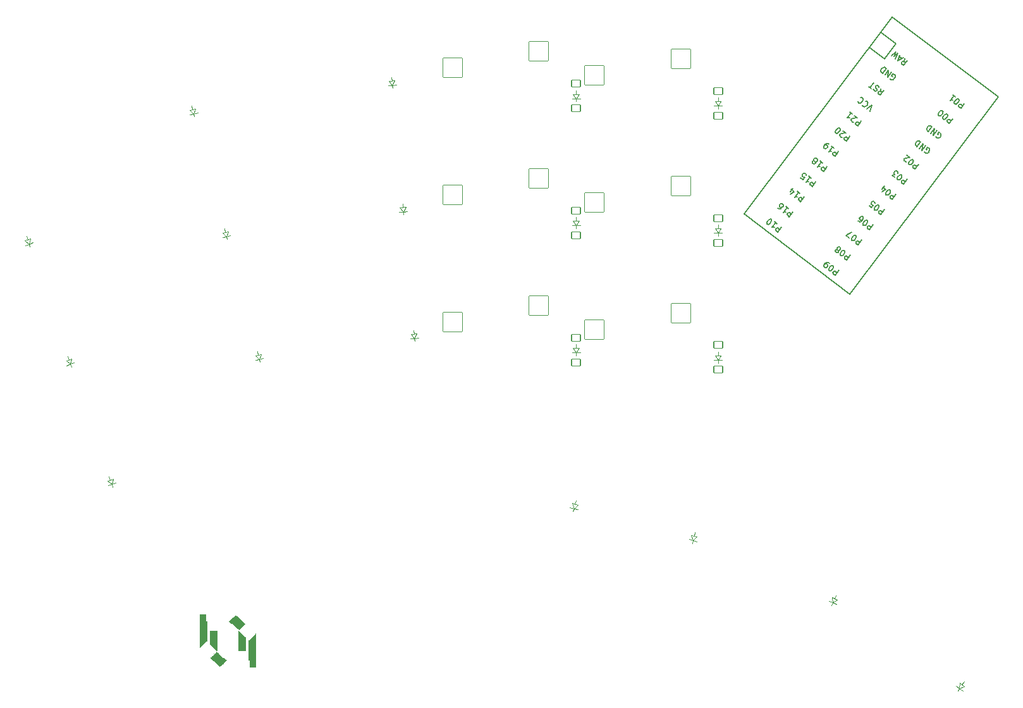
<source format=gto>
%TF.GenerationSoftware,KiCad,Pcbnew,5.99.0-unknown-fa82fcb809~131~ubuntu20.04.1*%
%TF.CreationDate,2021-09-08T19:53:08+02:00*%
%TF.ProjectId,tuck-n-roll,7475636b-2d6e-42d7-926f-6c6c2e6b6963,VERSION_HERE*%
%TF.SameCoordinates,Original*%
%TF.FileFunction,Legend,Top*%
%TF.FilePolarity,Positive*%
%FSLAX46Y46*%
G04 Gerber Fmt 4.6, Leading zero omitted, Abs format (unit mm)*
G04 Created by KiCad (PCBNEW 5.99.0-unknown-fa82fcb809~131~ubuntu20.04.1) date 2021-09-08 19:53:08*
%MOMM*%
%LPD*%
G01*
G04 APERTURE LIST*
G04 Aperture macros list*
%AMRoundRect*
0 Rectangle with rounded corners*
0 $1 Rounding radius*
0 $2 $3 $4 $5 $6 $7 $8 $9 X,Y pos of 4 corners*
0 Add a 4 corners polygon primitive as box body*
4,1,4,$2,$3,$4,$5,$6,$7,$8,$9,$2,$3,0*
0 Add four circle primitives for the rounded corners*
1,1,$1+$1,$2,$3*
1,1,$1+$1,$4,$5*
1,1,$1+$1,$6,$7*
1,1,$1+$1,$8,$9*
0 Add four rect primitives between the rounded corners*
20,1,$1+$1,$2,$3,$4,$5,0*
20,1,$1+$1,$4,$5,$6,$7,0*
20,1,$1+$1,$6,$7,$8,$9,0*
20,1,$1+$1,$8,$9,$2,$3,0*%
%AMRotRect*
0 Rectangle, with rotation*
0 The origin of the aperture is its center*
0 $1 length*
0 $2 width*
0 $3 Rotation angle, in degrees counterclockwise*
0 Add horizontal line*
21,1,$1,$2,0,0,$3*%
G04 Aperture macros list end*
%ADD10C,0.150000*%
%ADD11C,0.100000*%
%ADD12C,0.010000*%
%ADD13RotRect,1.752600X1.752600X233.000000*%
%ADD14C,1.752600*%
%ADD15C,3.529000*%
%ADD16C,1.801800*%
%ADD17C,3.100000*%
%ADD18RoundRect,0.050000X-0.805936X-1.652413X1.652413X-0.805936X0.805936X1.652413X-1.652413X0.805936X0*%
%ADD19C,2.132000*%
%ADD20RoundRect,0.050000X0.713817X-0.230142X0.420805X0.620824X-0.713817X0.230142X-0.420805X-0.620824X0*%
%ADD21RoundRect,0.050000X-0.919239X-1.592168X1.592168X-0.919239X0.919239X1.592168X-1.592168X0.919239X0*%
%ADD22RoundRect,0.050000X0.696024X-0.279375X0.463087X0.589958X-0.696024X0.279375X-0.463087X-0.589958X0*%
%ADD23RoundRect,0.050000X-1.181751X-1.408356X1.408356X-1.181751X1.181751X1.408356X-1.408356X1.181751X0*%
%ADD24RoundRect,0.050000X0.636937X-0.395994X0.558497X0.500581X-0.636937X0.395994X-0.558497X-0.500581X0*%
%ADD25RoundRect,0.050000X-1.300000X-1.300000X1.300000X-1.300000X1.300000X1.300000X-1.300000X1.300000X0*%
%ADD26RoundRect,0.050000X0.600000X-0.450000X0.600000X0.450000X-0.600000X0.450000X-0.600000X-0.450000X0*%
%ADD27RoundRect,0.050000X-1.592168X-0.919239X0.919239X-1.592168X1.592168X0.919239X-0.919239X1.592168X0*%
%ADD28RoundRect,0.050000X0.463087X-0.589958X0.696024X0.279375X-0.463087X0.589958X-0.696024X-0.279375X0*%
%ADD29RoundRect,0.050000X-1.727604X-0.628796X0.628796X-1.727604X1.727604X0.628796X-0.628796X1.727604X0*%
%ADD30RoundRect,0.050000X0.353606X-0.661409X0.733963X0.154268X-0.353606X0.661409X-0.733963X-0.154268X0*%
%ADD31RoundRect,0.050000X-1.810547X-0.319248X0.319248X-1.810547X1.810547X0.319248X-0.319248X1.810547X0*%
%ADD32RoundRect,0.050000X0.233382X-0.712764X0.749601X0.024473X-0.233382X0.712764X-0.749601X-0.024473X0*%
%ADD33RoundRect,0.050000X-0.172474X1.227215X-1.227215X-0.172474X0.172474X-1.227215X1.227215X0.172474X0*%
%ADD34C,1.852600*%
%ADD35C,1.700000*%
%ADD36C,1.600000*%
%ADD37C,0.800000*%
%ADD38C,4.500000*%
G04 APERTURE END LIST*
D10*
%TO.C,MCU1*%
X108554946Y58392849D02*
X108538653Y57928123D01*
X108920037Y58117734D02*
X108438585Y57478825D01*
X108195191Y57662236D01*
X108157269Y57738513D01*
X108149771Y57791863D01*
X108165199Y57875638D01*
X108233978Y57966910D01*
X108310255Y58004833D01*
X108363606Y58012330D01*
X108447380Y57996902D01*
X108690774Y57813492D01*
X108173995Y58393714D02*
X107869753Y58622977D01*
X108372401Y58530407D02*
X107677980Y58051983D01*
X107946462Y58851375D01*
X107312889Y58327098D02*
X107642220Y59080638D01*
X107176629Y58715980D01*
X107398826Y59264048D01*
X106765253Y58739771D01*
X106613447Y55721442D02*
X106651369Y55645165D01*
X106742642Y55576386D01*
X106856841Y55538031D01*
X106963542Y55553027D01*
X107039818Y55590949D01*
X107161948Y55689720D01*
X107230727Y55780993D01*
X107292007Y55925616D01*
X107307436Y56009390D01*
X107292440Y56116091D01*
X107224094Y56215294D01*
X107163245Y56261147D01*
X107049046Y56299502D01*
X106995696Y56292004D01*
X106835212Y56079034D01*
X106956909Y55987329D01*
X106767730Y56559189D02*
X106286278Y55920280D01*
X106402640Y56834304D01*
X105921188Y56195396D01*
X106098398Y57063567D02*
X105616946Y56424659D01*
X105464825Y56539290D01*
X105396478Y56638493D01*
X105381483Y56745194D01*
X105396911Y56828969D01*
X105458192Y56973592D01*
X105526971Y57064865D01*
X105649100Y57163635D01*
X105725377Y57201557D01*
X105832078Y57216553D01*
X105946277Y57178199D01*
X106098398Y57063567D01*
X105406454Y54404560D02*
X105390160Y53939834D01*
X105771544Y54129445D02*
X105290092Y53490536D01*
X105046698Y53673947D01*
X105008776Y53750223D01*
X105001278Y53803574D01*
X105016707Y53887349D01*
X105085486Y53978621D01*
X105161762Y54016543D01*
X105215113Y54024041D01*
X105298888Y54008613D01*
X105542281Y53825203D01*
X105140134Y54557546D02*
X105071787Y54656749D01*
X104919666Y54771381D01*
X104835892Y54786809D01*
X104782541Y54779311D01*
X104706264Y54741389D01*
X104660412Y54680541D01*
X104644983Y54596766D01*
X104652481Y54543415D01*
X104690403Y54467139D01*
X104789174Y54345009D01*
X104827096Y54268733D01*
X104834594Y54215382D01*
X104819166Y54131607D01*
X104773313Y54070759D01*
X104697036Y54032837D01*
X104643686Y54025339D01*
X104559911Y54040767D01*
X104407790Y54155399D01*
X104339444Y54254602D01*
X104133972Y54361735D02*
X103768882Y54636851D01*
X104432879Y55138201D02*
X103951427Y54499293D01*
X103898391Y51358834D02*
X104166874Y52158226D01*
X103472452Y51679802D01*
X103329992Y52693462D02*
X103383342Y52700959D01*
X103497541Y52662605D01*
X103558389Y52616752D01*
X103626736Y52517549D01*
X103641732Y52410848D01*
X103626303Y52327073D01*
X103565022Y52182450D01*
X103496243Y52091178D01*
X103374114Y51992407D01*
X103297837Y51954485D01*
X103191136Y51939489D01*
X103076937Y51977844D01*
X103016089Y52023696D01*
X102947743Y52122899D01*
X102940245Y52176250D01*
X102691083Y53174914D02*
X102744434Y53182411D01*
X102858633Y53144057D01*
X102919481Y53098204D01*
X102987827Y52999001D01*
X103002823Y52892300D01*
X102987395Y52808525D01*
X102926114Y52663902D01*
X102857335Y52572630D01*
X102735206Y52473859D01*
X102658929Y52435937D01*
X102552228Y52420941D01*
X102438029Y52459296D01*
X102377181Y52505148D01*
X102308834Y52604351D01*
X102301336Y52657702D01*
X102775173Y50026523D02*
X102293721Y49387615D01*
X102050327Y49571025D01*
X102012405Y49647302D01*
X102004907Y49700652D01*
X102020335Y49784427D01*
X102089114Y49875700D01*
X102165391Y49913622D01*
X102218741Y49921120D01*
X102302516Y49905691D01*
X102545910Y49722281D01*
X101731089Y49906989D02*
X101677738Y49899491D01*
X101593964Y49914919D01*
X101441843Y50029551D01*
X101403921Y50105828D01*
X101396423Y50159178D01*
X101411851Y50242953D01*
X101457704Y50303801D01*
X101556907Y50372148D01*
X102197113Y50462123D01*
X101801598Y50760164D01*
X101193114Y51218690D02*
X101558204Y50943575D01*
X101375659Y51081132D02*
X100894207Y50442224D01*
X101023834Y50487644D01*
X101130535Y50502640D01*
X101214310Y50487212D01*
X101246563Y47997989D02*
X100765111Y47359081D01*
X100521717Y47542491D01*
X100483795Y47618768D01*
X100476297Y47672118D01*
X100491725Y47755893D01*
X100560504Y47847166D01*
X100636781Y47885088D01*
X100690131Y47892586D01*
X100773906Y47877157D01*
X101017300Y47693747D01*
X100202479Y47878455D02*
X100149128Y47870957D01*
X100065354Y47886385D01*
X99913233Y48001017D01*
X99875311Y48077294D01*
X99867813Y48130644D01*
X99883241Y48214419D01*
X99929094Y48275267D01*
X100028297Y48343614D01*
X100668503Y48433589D01*
X100272988Y48731630D01*
X99396021Y48390764D02*
X99335173Y48436616D01*
X99297251Y48512893D01*
X99289753Y48566244D01*
X99305181Y48650018D01*
X99366462Y48794641D01*
X99481093Y48946762D01*
X99603223Y49045533D01*
X99679500Y49083455D01*
X99732850Y49090953D01*
X99816625Y49075525D01*
X99877473Y49029672D01*
X99915395Y48953395D01*
X99922893Y48900045D01*
X99907465Y48816270D01*
X99846184Y48671647D01*
X99731552Y48519526D01*
X99609423Y48420755D01*
X99533146Y48382833D01*
X99479796Y48375335D01*
X99396021Y48390764D01*
X99717952Y45969455D02*
X99236500Y45330547D01*
X98993106Y45513957D01*
X98955184Y45590234D01*
X98947686Y45643584D01*
X98963114Y45727359D01*
X99031893Y45818632D01*
X99108170Y45856554D01*
X99161520Y45864052D01*
X99245295Y45848623D01*
X99488689Y45665213D01*
X98744377Y46703096D02*
X99109467Y46427981D01*
X98926922Y46565539D02*
X98445470Y45926630D01*
X98575097Y45972050D01*
X98681798Y45987046D01*
X98765573Y45971618D01*
X98440135Y46932359D02*
X98318438Y47024064D01*
X98234663Y47039493D01*
X98181313Y47031995D01*
X98051685Y46986575D01*
X97929556Y46887804D01*
X97746146Y46644411D01*
X97730717Y46560636D01*
X97738215Y46507285D01*
X97776137Y46431009D01*
X97897834Y46339303D01*
X97981609Y46323875D01*
X98034960Y46331373D01*
X98111236Y46369295D01*
X98225868Y46521416D01*
X98241296Y46605191D01*
X98233798Y46658541D01*
X98195876Y46734818D01*
X98074179Y46826523D01*
X97990405Y46841952D01*
X97937054Y46834454D01*
X97860777Y46796532D01*
X98189342Y43940921D02*
X97707890Y43302013D01*
X97464496Y43485423D01*
X97426574Y43561700D01*
X97419076Y43615050D01*
X97434504Y43698825D01*
X97503283Y43790098D01*
X97579560Y43828020D01*
X97632910Y43835518D01*
X97716685Y43820089D01*
X97960079Y43636679D01*
X97215767Y44674562D02*
X97580857Y44399447D01*
X97398312Y44537005D02*
X96916860Y43898096D01*
X97046487Y43943516D01*
X97153188Y43958512D01*
X97236963Y43943084D01*
X96575561Y44584587D02*
X96613483Y44508310D01*
X96620981Y44454960D01*
X96605553Y44371185D01*
X96582626Y44340761D01*
X96506350Y44302839D01*
X96452999Y44295341D01*
X96369224Y44310769D01*
X96247527Y44402475D01*
X96209605Y44478751D01*
X96202107Y44532102D01*
X96217536Y44615877D01*
X96240462Y44646301D01*
X96316739Y44684223D01*
X96370089Y44691721D01*
X96453864Y44676292D01*
X96575561Y44584587D01*
X96659336Y44569159D01*
X96712686Y44576657D01*
X96788963Y44614579D01*
X96880668Y44736276D01*
X96896096Y44820051D01*
X96888598Y44873401D01*
X96850676Y44949678D01*
X96728979Y45041383D01*
X96645205Y45056811D01*
X96591854Y45049313D01*
X96515578Y45011391D01*
X96423872Y44889694D01*
X96408444Y44805920D01*
X96415942Y44752569D01*
X96453864Y44676292D01*
X96660732Y41912387D02*
X96179280Y41273479D01*
X95935886Y41456889D01*
X95897964Y41533166D01*
X95890466Y41586516D01*
X95905894Y41670291D01*
X95974673Y41761564D01*
X96050950Y41799486D01*
X96104300Y41806984D01*
X96188075Y41791555D01*
X96431469Y41608145D01*
X95687157Y42646028D02*
X96052247Y42370913D01*
X95869702Y42508471D02*
X95388250Y41869562D01*
X95517877Y41914982D01*
X95624578Y41929978D01*
X95708353Y41914550D01*
X94627645Y42442719D02*
X94931887Y42213457D01*
X95191574Y42494772D01*
X95138224Y42487274D01*
X95054449Y42502703D01*
X94902328Y42617334D01*
X94864406Y42693611D01*
X94856908Y42746961D01*
X94872336Y42830736D01*
X94986968Y42982857D01*
X95063244Y43020779D01*
X95116595Y43028277D01*
X95200369Y43012849D01*
X95352491Y42898218D01*
X95390413Y42821941D01*
X95397911Y42768590D01*
X95132122Y39883852D02*
X94650670Y39244944D01*
X94407276Y39428354D01*
X94369354Y39504631D01*
X94361856Y39557981D01*
X94377284Y39641756D01*
X94446063Y39733029D01*
X94522340Y39770951D01*
X94575690Y39778449D01*
X94659465Y39763020D01*
X94902859Y39579610D01*
X94158547Y40617493D02*
X94523637Y40342378D01*
X94341092Y40479936D02*
X93859640Y39841027D01*
X93989267Y39886447D01*
X94095968Y39901443D01*
X94179743Y39886015D01*
X93289943Y40604228D02*
X93610911Y41030167D01*
X93258654Y40246202D02*
X93754669Y40587934D01*
X93359154Y40885976D01*
X93603512Y37855318D02*
X93122060Y37216410D01*
X92878666Y37399820D01*
X92840744Y37476097D01*
X92833246Y37529447D01*
X92848674Y37613222D01*
X92917453Y37704495D01*
X92993730Y37742417D01*
X93047080Y37749915D01*
X93130855Y37734486D01*
X93374249Y37551076D01*
X92629937Y38588959D02*
X92995027Y38313844D01*
X92812482Y38451402D02*
X92331030Y37812493D01*
X92460657Y37857913D01*
X92567358Y37872909D01*
X92651133Y37857481D01*
X91600849Y38362724D02*
X91722546Y38271019D01*
X91806321Y38255591D01*
X91859671Y38263089D01*
X91989298Y38308509D01*
X92111428Y38407279D01*
X92294838Y38650673D01*
X92310266Y38734448D01*
X92302768Y38787798D01*
X92264846Y38864075D01*
X92143149Y38955780D01*
X92059375Y38971208D01*
X92006024Y38963710D01*
X91929748Y38925788D01*
X91815116Y38773667D01*
X91799688Y38689892D01*
X91807186Y38636542D01*
X91845108Y38560265D01*
X91966805Y38468560D01*
X92050579Y38453132D01*
X92103930Y38460630D01*
X92180207Y38498552D01*
X92074902Y35826784D02*
X91593450Y35187876D01*
X91350056Y35371286D01*
X91312134Y35447563D01*
X91304636Y35500913D01*
X91320064Y35584688D01*
X91388843Y35675961D01*
X91465120Y35713883D01*
X91518470Y35721381D01*
X91602245Y35705952D01*
X91845639Y35522542D01*
X91101327Y36560425D02*
X91466417Y36285310D01*
X91283872Y36422868D02*
X90802420Y35783959D01*
X90932047Y35829379D01*
X91038748Y35844375D01*
X91122523Y35828947D01*
X90224360Y36219559D02*
X90163512Y36265411D01*
X90125590Y36341688D01*
X90118092Y36395039D01*
X90133520Y36478813D01*
X90194801Y36623436D01*
X90309432Y36775557D01*
X90431562Y36874328D01*
X90507839Y36912250D01*
X90561189Y36919748D01*
X90644964Y36904320D01*
X90705812Y36858467D01*
X90743734Y36782190D01*
X90751232Y36728840D01*
X90735804Y36645065D01*
X90674523Y36500442D01*
X90559891Y36348321D01*
X90437762Y36249550D01*
X90361485Y36211628D01*
X90308135Y36204130D01*
X90224360Y36219559D01*
X116556514Y52363236D02*
X116075062Y51724328D01*
X115831668Y51907738D01*
X115793746Y51984015D01*
X115786248Y52037365D01*
X115801676Y52121140D01*
X115870455Y52212413D01*
X115946732Y52250335D01*
X116000082Y52257833D01*
X116083857Y52242404D01*
X116327251Y52058994D01*
X115314456Y52297485D02*
X115253608Y52343338D01*
X115215686Y52419614D01*
X115208188Y52472965D01*
X115223616Y52556740D01*
X115284897Y52701363D01*
X115399529Y52853484D01*
X115521658Y52952254D01*
X115597935Y52990176D01*
X115651285Y52997674D01*
X115735060Y52982246D01*
X115795908Y52936393D01*
X115833830Y52860117D01*
X115841328Y52806766D01*
X115825900Y52722991D01*
X115764619Y52578368D01*
X115649988Y52426247D01*
X115527858Y52327477D01*
X115451582Y52289555D01*
X115398231Y52282057D01*
X115314456Y52297485D01*
X114974455Y53555403D02*
X115339545Y53280288D01*
X115157000Y53417845D02*
X114675548Y52778937D01*
X114805175Y52824357D01*
X114911876Y52839353D01*
X114995651Y52823925D01*
X115027904Y50334702D02*
X114546452Y49695794D01*
X114303058Y49879204D01*
X114265136Y49955481D01*
X114257638Y50008831D01*
X114273066Y50092606D01*
X114341845Y50183879D01*
X114418122Y50221801D01*
X114471472Y50229299D01*
X114555247Y50213870D01*
X114798641Y50030460D01*
X113785846Y50268951D02*
X113724998Y50314804D01*
X113687076Y50391080D01*
X113679578Y50444431D01*
X113695006Y50528206D01*
X113756287Y50672829D01*
X113870919Y50824950D01*
X113993048Y50923720D01*
X114069325Y50961642D01*
X114122675Y50969140D01*
X114206450Y50953712D01*
X114267298Y50907859D01*
X114305220Y50831583D01*
X114312718Y50778232D01*
X114297290Y50694457D01*
X114236009Y50549834D01*
X114121378Y50397713D01*
X113999248Y50298943D01*
X113922972Y50261021D01*
X113869621Y50253523D01*
X113785846Y50268951D01*
X113177362Y50727477D02*
X113116514Y50773329D01*
X113078592Y50849606D01*
X113071094Y50902957D01*
X113086522Y50986731D01*
X113147803Y51131354D01*
X113262434Y51283475D01*
X113384564Y51382246D01*
X113460841Y51420168D01*
X113514191Y51427666D01*
X113597966Y51412238D01*
X113658814Y51366385D01*
X113696736Y51290108D01*
X113704234Y51236758D01*
X113688806Y51152983D01*
X113627525Y51008360D01*
X113512893Y50856239D01*
X113390764Y50757468D01*
X113314487Y50719546D01*
X113261137Y50712048D01*
X113177362Y50727477D01*
X112751738Y47915484D02*
X112789660Y47839207D01*
X112880933Y47770428D01*
X112995132Y47732073D01*
X113101833Y47747069D01*
X113178109Y47784991D01*
X113300239Y47883762D01*
X113369018Y47975035D01*
X113430298Y48119658D01*
X113445727Y48203432D01*
X113430731Y48310133D01*
X113362385Y48409336D01*
X113301536Y48455189D01*
X113187337Y48493544D01*
X113133987Y48486046D01*
X112973503Y48273076D01*
X113095200Y48181371D01*
X112906021Y48753231D02*
X112424569Y48114322D01*
X112540931Y49028346D01*
X112059479Y48389438D01*
X112236689Y49257609D02*
X111755237Y48618701D01*
X111603116Y48733332D01*
X111534769Y48832535D01*
X111519774Y48939236D01*
X111535202Y49023011D01*
X111596483Y49167634D01*
X111665262Y49258907D01*
X111787391Y49357677D01*
X111863668Y49395599D01*
X111970369Y49410595D01*
X112084568Y49372241D01*
X112236689Y49257609D01*
X111223128Y45886949D02*
X111261050Y45810672D01*
X111352323Y45741893D01*
X111466522Y45703538D01*
X111573223Y45718534D01*
X111649499Y45756456D01*
X111771629Y45855227D01*
X111840408Y45946500D01*
X111901688Y46091123D01*
X111917117Y46174897D01*
X111902121Y46281598D01*
X111833775Y46380801D01*
X111772926Y46426654D01*
X111658727Y46465009D01*
X111605377Y46457511D01*
X111444893Y46244541D01*
X111566590Y46152836D01*
X111377411Y46724696D02*
X110895959Y46085787D01*
X111012321Y46999811D01*
X110530869Y46360903D01*
X110708079Y47229074D02*
X110226627Y46590166D01*
X110074506Y46704797D01*
X110006159Y46804000D01*
X109991164Y46910701D01*
X110006592Y46994476D01*
X110067873Y47139099D01*
X110136652Y47230372D01*
X110258781Y47329142D01*
X110335058Y47367064D01*
X110441759Y47382060D01*
X110555958Y47343706D01*
X110708079Y47229074D01*
X110442074Y44249099D02*
X109960622Y43610191D01*
X109717228Y43793601D01*
X109679306Y43869878D01*
X109671808Y43923228D01*
X109687236Y44007003D01*
X109756015Y44098276D01*
X109832292Y44136198D01*
X109885642Y44143696D01*
X109969417Y44128267D01*
X110212811Y43944857D01*
X109200016Y44183348D02*
X109139168Y44229201D01*
X109101246Y44305477D01*
X109093748Y44358828D01*
X109109176Y44442603D01*
X109170457Y44587226D01*
X109285089Y44739347D01*
X109407218Y44838117D01*
X109483495Y44876039D01*
X109536845Y44883537D01*
X109620620Y44868109D01*
X109681468Y44822256D01*
X109719390Y44745980D01*
X109726888Y44692629D01*
X109711460Y44608854D01*
X109650179Y44464231D01*
X109535548Y44312110D01*
X109413418Y44213340D01*
X109337142Y44175418D01*
X109283791Y44167920D01*
X109200016Y44183348D01*
X108789506Y44588091D02*
X108736155Y44580593D01*
X108652381Y44596021D01*
X108500259Y44710653D01*
X108462337Y44786929D01*
X108454839Y44840280D01*
X108470268Y44924055D01*
X108516120Y44984903D01*
X108615323Y45053249D01*
X109255529Y45143224D01*
X108860015Y45441266D01*
X108913464Y42220565D02*
X108432012Y41581657D01*
X108188618Y41765067D01*
X108150696Y41841344D01*
X108143198Y41894694D01*
X108158626Y41978469D01*
X108227405Y42069742D01*
X108303682Y42107664D01*
X108357032Y42115162D01*
X108440807Y42099733D01*
X108684201Y41916323D01*
X107671406Y42154814D02*
X107610558Y42200667D01*
X107572636Y42276943D01*
X107565138Y42330294D01*
X107580566Y42414069D01*
X107641847Y42558692D01*
X107756479Y42710813D01*
X107878608Y42809583D01*
X107954885Y42847505D01*
X108008235Y42855003D01*
X108092010Y42839575D01*
X108152858Y42793722D01*
X108190780Y42717446D01*
X108198278Y42664095D01*
X108182850Y42580320D01*
X108121569Y42435697D01*
X108006938Y42283576D01*
X107884808Y42184806D01*
X107808532Y42146884D01*
X107755181Y42139386D01*
X107671406Y42154814D01*
X107245467Y42475782D02*
X106849953Y42773824D01*
X107246332Y42856733D01*
X107155060Y42925512D01*
X107117138Y43001789D01*
X107109640Y43055139D01*
X107125068Y43138914D01*
X107239700Y43291035D01*
X107315976Y43328957D01*
X107369327Y43336455D01*
X107453101Y43321027D01*
X107635647Y43183469D01*
X107673569Y43107192D01*
X107681067Y43053842D01*
X107384853Y40192031D02*
X106903401Y39553123D01*
X106660007Y39736533D01*
X106622085Y39812810D01*
X106614587Y39866160D01*
X106630015Y39949935D01*
X106698794Y40041208D01*
X106775071Y40079130D01*
X106828421Y40086628D01*
X106912196Y40071199D01*
X107155590Y39887789D01*
X106142795Y40126280D02*
X106081947Y40172133D01*
X106044025Y40248409D01*
X106036527Y40301760D01*
X106051955Y40385535D01*
X106113236Y40530158D01*
X106227868Y40682279D01*
X106349997Y40781049D01*
X106426274Y40818971D01*
X106479624Y40826469D01*
X106563399Y40811041D01*
X106624247Y40765188D01*
X106662169Y40688912D01*
X106669667Y40635561D01*
X106654239Y40551786D01*
X106592958Y40407163D01*
X106478327Y40255042D01*
X106356197Y40156272D01*
X106279921Y40118350D01*
X106226570Y40110852D01*
X106142795Y40126280D01*
X105542674Y40912407D02*
X105863642Y41338346D01*
X105511385Y40554381D02*
X106007400Y40896113D01*
X105611885Y41194155D01*
X105856243Y38163497D02*
X105374791Y37524589D01*
X105131397Y37707999D01*
X105093475Y37784276D01*
X105085977Y37837626D01*
X105101405Y37921401D01*
X105170184Y38012674D01*
X105246461Y38050596D01*
X105299811Y38058094D01*
X105383586Y38042665D01*
X105626980Y37859255D01*
X104614185Y38097746D02*
X104553337Y38143599D01*
X104515415Y38219875D01*
X104507917Y38273226D01*
X104523345Y38357001D01*
X104584626Y38501624D01*
X104699258Y38653745D01*
X104821387Y38752515D01*
X104897664Y38790437D01*
X104951014Y38797935D01*
X105034789Y38782507D01*
X105095637Y38736654D01*
X105133559Y38660378D01*
X105141057Y38607027D01*
X105125629Y38523252D01*
X105064348Y38378629D01*
X104949717Y38226508D01*
X104827587Y38127738D01*
X104751311Y38089816D01*
X104697960Y38082318D01*
X104614185Y38097746D01*
X103823156Y38693829D02*
X104127398Y38464567D01*
X104387085Y38745882D01*
X104333735Y38738384D01*
X104249960Y38753813D01*
X104097839Y38868444D01*
X104059917Y38944721D01*
X104052419Y38998071D01*
X104067847Y39081846D01*
X104182479Y39233967D01*
X104258755Y39271889D01*
X104312106Y39279387D01*
X104395880Y39263959D01*
X104548002Y39149328D01*
X104585924Y39073051D01*
X104593422Y39019700D01*
X104327633Y36134962D02*
X103846181Y35496054D01*
X103602787Y35679464D01*
X103564865Y35755741D01*
X103557367Y35809091D01*
X103572795Y35892866D01*
X103641574Y35984139D01*
X103717851Y36022061D01*
X103771201Y36029559D01*
X103854976Y36014130D01*
X104098370Y35830720D01*
X103085575Y36069211D02*
X103024727Y36115064D01*
X102986805Y36191340D01*
X102979307Y36244691D01*
X102994735Y36328466D01*
X103056016Y36473089D01*
X103170648Y36625210D01*
X103292777Y36723980D01*
X103369054Y36761902D01*
X103422404Y36769400D01*
X103506179Y36753972D01*
X103567027Y36708119D01*
X103604949Y36631843D01*
X103612447Y36578492D01*
X103597019Y36494717D01*
X103535738Y36350094D01*
X103421107Y36197973D01*
X103298977Y36099203D01*
X103222701Y36061281D01*
X103169350Y36053783D01*
X103085575Y36069211D01*
X102324970Y36642368D02*
X102446667Y36550663D01*
X102530442Y36535235D01*
X102583792Y36542733D01*
X102713419Y36588153D01*
X102835549Y36686923D01*
X103018959Y36930317D01*
X103034387Y37014092D01*
X103026889Y37067442D01*
X102988967Y37143719D01*
X102867270Y37235424D01*
X102783496Y37250852D01*
X102730145Y37243354D01*
X102653869Y37205432D01*
X102539237Y37053311D01*
X102523809Y36969536D01*
X102531307Y36916186D01*
X102569229Y36839909D01*
X102690926Y36748204D01*
X102774700Y36732776D01*
X102828051Y36740274D01*
X102904328Y36778196D01*
X102799023Y34106428D02*
X102317571Y33467520D01*
X102074177Y33650930D01*
X102036255Y33727207D01*
X102028757Y33780557D01*
X102044185Y33864332D01*
X102112964Y33955605D01*
X102189241Y33993527D01*
X102242591Y34001025D01*
X102326366Y33985596D01*
X102569760Y33802186D01*
X101556965Y34040677D02*
X101496117Y34086530D01*
X101458195Y34162806D01*
X101450697Y34216157D01*
X101466125Y34299932D01*
X101527406Y34444555D01*
X101642038Y34596676D01*
X101764167Y34695446D01*
X101840444Y34733368D01*
X101893794Y34740866D01*
X101977569Y34725438D01*
X102038417Y34679585D01*
X102076339Y34603309D01*
X102083837Y34549958D01*
X102068409Y34466183D01*
X102007128Y34321560D01*
X101892497Y34169439D01*
X101770367Y34070669D01*
X101694091Y34032747D01*
X101640740Y34025249D01*
X101556965Y34040677D01*
X101131026Y34361645D02*
X100705087Y34682613D01*
X101460357Y35115185D01*
X101270413Y32077894D02*
X100788961Y31438986D01*
X100545567Y31622396D01*
X100507645Y31698673D01*
X100500147Y31752023D01*
X100515575Y31835798D01*
X100584354Y31927071D01*
X100660631Y31964993D01*
X100713981Y31972491D01*
X100797756Y31957062D01*
X101041150Y31773652D01*
X100028355Y32012143D02*
X99967507Y32057996D01*
X99929585Y32134272D01*
X99922087Y32187623D01*
X99937515Y32271398D01*
X99998796Y32416021D01*
X100113428Y32568142D01*
X100235557Y32666912D01*
X100311834Y32704834D01*
X100365184Y32712332D01*
X100448959Y32696904D01*
X100509807Y32651051D01*
X100547729Y32574775D01*
X100555227Y32521424D01*
X100539799Y32437649D01*
X100478518Y32293026D01*
X100363887Y32140905D01*
X100241757Y32042135D01*
X100165481Y32004213D01*
X100112130Y31996715D01*
X100028355Y32012143D01*
X99656632Y32721560D02*
X99694554Y32645283D01*
X99702052Y32591933D01*
X99686624Y32508158D01*
X99663697Y32477734D01*
X99587421Y32439812D01*
X99534070Y32432314D01*
X99450295Y32447742D01*
X99328598Y32539448D01*
X99290676Y32615724D01*
X99283178Y32669075D01*
X99298607Y32752850D01*
X99321533Y32783274D01*
X99397810Y32821196D01*
X99451160Y32828694D01*
X99534935Y32813265D01*
X99656632Y32721560D01*
X99740407Y32706132D01*
X99793757Y32713630D01*
X99870034Y32751552D01*
X99961739Y32873249D01*
X99977167Y32957024D01*
X99969669Y33010374D01*
X99931747Y33086651D01*
X99810050Y33178356D01*
X99726276Y33193784D01*
X99672925Y33186286D01*
X99596649Y33148364D01*
X99504943Y33026667D01*
X99489515Y32942893D01*
X99497013Y32889542D01*
X99534935Y32813265D01*
X99741803Y30049360D02*
X99260351Y29410452D01*
X99016957Y29593862D01*
X98979035Y29670139D01*
X98971537Y29723489D01*
X98986965Y29807264D01*
X99055744Y29898537D01*
X99132021Y29936459D01*
X99185371Y29943957D01*
X99269146Y29928528D01*
X99512540Y29745118D01*
X98499745Y29983609D02*
X98438897Y30029462D01*
X98400975Y30105738D01*
X98393477Y30159089D01*
X98408905Y30242864D01*
X98470186Y30387487D01*
X98584818Y30539608D01*
X98706947Y30638378D01*
X98783224Y30676300D01*
X98836574Y30683798D01*
X98920349Y30668370D01*
X98981197Y30622517D01*
X99019119Y30546241D01*
X99026617Y30492890D01*
X99011189Y30409115D01*
X98949908Y30264492D01*
X98835277Y30112371D01*
X98713147Y30013601D01*
X98636871Y29975679D01*
X98583520Y29968181D01*
X98499745Y29983609D01*
X98463986Y31012264D02*
X98342289Y31103969D01*
X98258514Y31119398D01*
X98205164Y31111900D01*
X98075536Y31066480D01*
X97953407Y30967709D01*
X97769997Y30724316D01*
X97754568Y30640541D01*
X97762066Y30587190D01*
X97799988Y30510914D01*
X97921685Y30419208D01*
X98005460Y30403780D01*
X98058811Y30411278D01*
X98135087Y30449200D01*
X98249719Y30601321D01*
X98265147Y30685096D01*
X98257649Y30738446D01*
X98219727Y30814723D01*
X98098030Y30906428D01*
X98014256Y30921857D01*
X97960905Y30914359D01*
X97884628Y30876437D01*
%TO.C,HOLE1*%
%TO.C,HOLE2*%
%TO.C,HOLE3*%
%TO.C,HOLE4*%
%TO.C,HOLE5*%
D11*
%TO.C,D1*%
X2184478Y1996133D02*
X2021694Y2468892D01*
X2562685Y2126360D02*
X2379819Y1428821D01*
X1806271Y1865905D02*
X2562685Y2126360D01*
X2379819Y1428821D02*
X1806271Y1865905D01*
X2379819Y1428821D02*
X2899854Y1607884D01*
X2379819Y1428821D02*
X1859784Y1249759D01*
X2510046Y1050614D02*
X2379819Y1428821D01*
%TO.C,D2*%
X-3350181Y18069949D02*
X-3512965Y18542708D01*
X-2971974Y18200176D02*
X-3154840Y17502637D01*
X-3728388Y17939721D02*
X-2971974Y18200176D01*
X-3154840Y17502637D02*
X-3728388Y17939721D01*
X-3154840Y17502637D02*
X-2634805Y17681700D01*
X-3154840Y17502637D02*
X-3674875Y17323575D01*
X-3024613Y17124430D02*
X-3154840Y17502637D01*
%TO.C,D3*%
X-8884840Y34143765D02*
X-9047624Y34616524D01*
X-8506633Y34273992D02*
X-8689499Y33576453D01*
X-9263047Y34013537D02*
X-8506633Y34273992D01*
X-8689499Y33576453D02*
X-9263047Y34013537D01*
X-8689499Y33576453D02*
X-8169464Y33755516D01*
X-8689499Y33576453D02*
X-9209534Y33397391D01*
X-8559272Y33198246D02*
X-8689499Y33576453D01*
%TO.C,D4*%
X21995505Y18740730D02*
X21866096Y19223693D01*
X22381876Y18844258D02*
X22150797Y18161175D01*
X21609135Y18637203D02*
X22381876Y18844258D01*
X22150797Y18161175D02*
X21609135Y18637203D01*
X22150797Y18161175D02*
X22682056Y18303525D01*
X22150797Y18161175D02*
X21619537Y18018824D01*
X22254324Y17774805D02*
X22150797Y18161175D01*
%TO.C,D5*%
X17595581Y35161469D02*
X17466172Y35644432D01*
X17981952Y35264997D02*
X17750873Y34581914D01*
X17209211Y35057942D02*
X17981952Y35264997D01*
X17750873Y34581914D02*
X17209211Y35057942D01*
X17750873Y34581914D02*
X18282132Y34724264D01*
X17750873Y34581914D02*
X17219613Y34439563D01*
X17854400Y34195544D02*
X17750873Y34581914D01*
%TO.C,D6*%
X13195658Y51582209D02*
X13066249Y52065172D01*
X13582029Y51685737D02*
X13350950Y51002654D01*
X12809288Y51478682D02*
X13582029Y51685737D01*
X13350950Y51002654D02*
X12809288Y51478682D01*
X13350950Y51002654D02*
X13882209Y51145004D01*
X13350950Y51002654D02*
X12819690Y50860303D01*
X13454477Y50616284D02*
X13350950Y51002654D01*
%TO.C,D7*%
X42851899Y21539464D02*
X42808321Y22037561D01*
X43250377Y21574326D02*
X42904193Y20941747D01*
X42453421Y21504601D02*
X43250377Y21574326D01*
X42904193Y20941747D02*
X42453421Y21504601D01*
X42904193Y20941747D02*
X43452100Y20989683D01*
X42904193Y20941747D02*
X42356285Y20893811D01*
X42939055Y20543269D02*
X42904193Y20941747D01*
%TO.C,D8*%
X41370252Y38474774D02*
X41326674Y38972871D01*
X41768730Y38509636D02*
X41422546Y37877057D01*
X40971774Y38439911D02*
X41768730Y38509636D01*
X41422546Y37877057D02*
X40971774Y38439911D01*
X41422546Y37877057D02*
X41970453Y37924993D01*
X41422546Y37877057D02*
X40874638Y37829121D01*
X41457408Y37478579D02*
X41422546Y37877057D01*
%TO.C,D9*%
X39888604Y55410084D02*
X39845026Y55908181D01*
X40287082Y55444946D02*
X39940898Y54812367D01*
X39490126Y55375221D02*
X40287082Y55444946D01*
X39940898Y54812367D02*
X39490126Y55375221D01*
X39940898Y54812367D02*
X40488805Y54860303D01*
X39940898Y54812367D02*
X39392990Y54764431D01*
X39975760Y54413889D02*
X39940898Y54812367D01*
%TO.C,D10*%
X64572091Y19640601D02*
X64572091Y20140601D01*
X64972091Y19640601D02*
X64572091Y19040601D01*
X64172091Y19640601D02*
X64972091Y19640601D01*
X64572091Y19040601D02*
X64172091Y19640601D01*
X64572091Y19040601D02*
X65122091Y19040601D01*
X64572091Y19040601D02*
X64022091Y19040601D01*
X64572091Y18640601D02*
X64572091Y19040601D01*
%TO.C,D11*%
X64572091Y36640601D02*
X64572091Y37140601D01*
X64972091Y36640601D02*
X64572091Y36040601D01*
X64172091Y36640601D02*
X64972091Y36640601D01*
X64572091Y36040601D02*
X64172091Y36640601D01*
X64572091Y36040601D02*
X65122091Y36040601D01*
X64572091Y36040601D02*
X64022091Y36040601D01*
X64572091Y35640601D02*
X64572091Y36040601D01*
%TO.C,D12*%
X64572091Y53640601D02*
X64572091Y54140601D01*
X64972091Y53640601D02*
X64572091Y53040601D01*
X64172091Y53640601D02*
X64972091Y53640601D01*
X64572091Y53040601D02*
X64172091Y53640601D01*
X64572091Y53040601D02*
X65122091Y53040601D01*
X64572091Y53040601D02*
X64022091Y53040601D01*
X64572091Y52640601D02*
X64572091Y53040601D01*
%TO.C,D13*%
X83572091Y18640601D02*
X83572091Y19140601D01*
X83972091Y18640601D02*
X83572091Y18040601D01*
X83172091Y18640601D02*
X83972091Y18640601D01*
X83572091Y18040601D02*
X83172091Y18640601D01*
X83572091Y18040601D02*
X84122091Y18040601D01*
X83572091Y18040601D02*
X83022091Y18040601D01*
X83572091Y17640601D02*
X83572091Y18040601D01*
%TO.C,D14*%
X83572091Y35640601D02*
X83572091Y36140601D01*
X83972091Y35640601D02*
X83572091Y35040601D01*
X83172091Y35640601D02*
X83972091Y35640601D01*
X83572091Y35040601D02*
X83172091Y35640601D01*
X83572091Y35040601D02*
X84122091Y35040601D01*
X83572091Y35040601D02*
X83022091Y35040601D01*
X83572091Y34640601D02*
X83572091Y35040601D01*
%TO.C,D15*%
X83572091Y52640601D02*
X83572091Y53140601D01*
X83972091Y52640601D02*
X83572091Y52040601D01*
X83172091Y52640601D02*
X83972091Y52640601D01*
X83572091Y52040601D02*
X83172091Y52640601D01*
X83572091Y52040601D02*
X84122091Y52040601D01*
X83572091Y52040601D02*
X83022091Y52040601D01*
X83572091Y51640601D02*
X83572091Y52040601D01*
%TO.C,D16*%
X80355684Y-5503175D02*
X80485093Y-5020212D01*
X80742054Y-5606702D02*
X80200392Y-6082730D01*
X79969313Y-5399647D02*
X80742054Y-5606702D01*
X80200392Y-6082730D02*
X79969313Y-5399647D01*
X80200392Y-6082730D02*
X80731652Y-6225081D01*
X80200392Y-6082730D02*
X79669133Y-5940380D01*
X80096865Y-6469100D02*
X80200392Y-6082730D01*
%TO.C,D17*%
X99165197Y-13879640D02*
X99376506Y-13426486D01*
X99527720Y-14048687D02*
X98911626Y-14423425D01*
X98802673Y-13710593D02*
X99527720Y-14048687D01*
X98911626Y-14423425D02*
X98802673Y-13710593D01*
X98911626Y-14423425D02*
X99410095Y-14655865D01*
X98911626Y-14423425D02*
X98413156Y-14190985D01*
X98742578Y-14785948D02*
X98911626Y-14423425D01*
%TO.C,D18*%
X116234393Y-25395085D02*
X116521181Y-24985509D01*
X116562054Y-25624516D02*
X115890247Y-25886576D01*
X115906732Y-25165654D02*
X116562054Y-25624516D01*
X115890247Y-25886576D02*
X115906732Y-25165654D01*
X115890247Y-25886576D02*
X116340781Y-26202043D01*
X115890247Y-25886576D02*
X115439714Y-25571109D01*
X115660817Y-26214237D02*
X115890247Y-25886576D01*
D10*
%TO.C,MCU1*%
X106922492Y63940476D02*
X87050560Y37569531D01*
X87050560Y37569531D02*
X101250300Y26869260D01*
X101250300Y26869260D02*
X121122232Y53240205D01*
X121122232Y53240205D02*
X106922492Y63940476D01*
X107422416Y60383332D02*
X105893806Y58354797D01*
X107422416Y60383332D02*
X105393882Y61911942D01*
X105893806Y58354797D02*
X103865272Y59883408D01*
D11*
%TO.C,D19*%
X64417908Y-1232661D02*
X64547317Y-749698D01*
X64804278Y-1336188D02*
X64262616Y-1812216D01*
X64031537Y-1129133D02*
X64804278Y-1336188D01*
X64262616Y-1812216D02*
X64031537Y-1129133D01*
X64262616Y-1812216D02*
X64793876Y-1954567D01*
X64262616Y-1812216D02*
X63731357Y-1669866D01*
X64159089Y-2198586D02*
X64262616Y-1812216D01*
D12*
%TO.C,G\u002A\u002A\u002A*%
X15069644Y-17827625D02*
X15068621Y-19653250D01*
X15068621Y-19653250D02*
X14675865Y-20023667D01*
X14675865Y-20023667D02*
X14566226Y-20126723D01*
X14566226Y-20126723D02*
X14464326Y-20221850D01*
X14464326Y-20221850D02*
X14374962Y-20304623D01*
X14374962Y-20304623D02*
X14302929Y-20370616D01*
X14302929Y-20370616D02*
X14253024Y-20415404D01*
X14253024Y-20415404D02*
X14232388Y-20432890D01*
X14232388Y-20432890D02*
X14181666Y-20471697D01*
X14181666Y-20471697D02*
X14181666Y-16002000D01*
X14181666Y-16002000D02*
X15070666Y-16002000D01*
X15070666Y-16002000D02*
X15069644Y-17827625D01*
X15069644Y-17827625D02*
X15069644Y-17827625D01*
G36*
X15069644Y-17827625D02*
G01*
X15068621Y-19653250D01*
X14675865Y-20023667D01*
X14566226Y-20126723D01*
X14464326Y-20221850D01*
X14374962Y-20304623D01*
X14302929Y-20370616D01*
X14253024Y-20415404D01*
X14232388Y-20432890D01*
X14181666Y-20471697D01*
X14181666Y-16002000D01*
X15070666Y-16002000D01*
X15069644Y-17827625D01*
G37*
X15069644Y-17827625D02*
X15068621Y-19653250D01*
X14675865Y-20023667D01*
X14566226Y-20126723D01*
X14464326Y-20221850D01*
X14374962Y-20304623D01*
X14302929Y-20370616D01*
X14253024Y-20415404D01*
X14232388Y-20432890D01*
X14181666Y-20471697D01*
X14181666Y-16002000D01*
X15070666Y-16002000D01*
X15069644Y-17827625D01*
X16425333Y-20909788D02*
X17012708Y-21464618D01*
X17012708Y-21464618D02*
X17148347Y-21592799D01*
X17148347Y-21592799D02*
X17277749Y-21715197D01*
X17277749Y-21715197D02*
X17396858Y-21827967D01*
X17396858Y-21827967D02*
X17501620Y-21927264D01*
X17501620Y-21927264D02*
X17587977Y-22009245D01*
X17587977Y-22009245D02*
X17651874Y-22070064D01*
X17651874Y-22070064D02*
X17689256Y-22105878D01*
X17689256Y-22105878D02*
X17690427Y-22107013D01*
X17690427Y-22107013D02*
X17780772Y-22194579D01*
X17780772Y-22194579D02*
X17354224Y-22596081D01*
X17354224Y-22596081D02*
X17241927Y-22701159D01*
X17241927Y-22701159D02*
X17138999Y-22796277D01*
X17138999Y-22796277D02*
X17049629Y-22877662D01*
X17049629Y-22877662D02*
X16978003Y-22941538D01*
X16978003Y-22941538D02*
X16928310Y-22984131D01*
X16928310Y-22984131D02*
X16904737Y-23001665D01*
X16904737Y-23001665D02*
X16904046Y-23001884D01*
X16904046Y-23001884D02*
X16884004Y-22988727D01*
X16884004Y-22988727D02*
X16836782Y-22949373D01*
X16836782Y-22949373D02*
X16765779Y-22886899D01*
X16765779Y-22886899D02*
X16674391Y-22804385D01*
X16674391Y-22804385D02*
X16566019Y-22704908D01*
X16566019Y-22704908D02*
X16444061Y-22591546D01*
X16444061Y-22591546D02*
X16311914Y-22467378D01*
X16311914Y-22467378D02*
X16266583Y-22424492D01*
X16266583Y-22424492D02*
X16129693Y-22294698D01*
X16129693Y-22294698D02*
X16000418Y-22171985D01*
X16000418Y-22171985D02*
X15882451Y-22059869D01*
X15882451Y-22059869D02*
X15779485Y-21961868D01*
X15779485Y-21961868D02*
X15695214Y-21881496D01*
X15695214Y-21881496D02*
X15633332Y-21822271D01*
X15633332Y-21822271D02*
X15597533Y-21787709D01*
X15597533Y-21787709D02*
X15592923Y-21783166D01*
X15592923Y-21783166D02*
X15533096Y-21723532D01*
X15533096Y-21723532D02*
X15952756Y-21327560D01*
X15952756Y-21327560D02*
X16063073Y-21222835D01*
X16063073Y-21222835D02*
X16162540Y-21127193D01*
X16162540Y-21127193D02*
X16247179Y-21044556D01*
X16247179Y-21044556D02*
X16313015Y-20978845D01*
X16313015Y-20978845D02*
X16356072Y-20933983D01*
X16356072Y-20933983D02*
X16372375Y-20913892D01*
X16372375Y-20913892D02*
X16372416Y-20913599D01*
X16372416Y-20913599D02*
X16357625Y-20894878D01*
X16357625Y-20894878D02*
X16315903Y-20851164D01*
X16315903Y-20851164D02*
X16251229Y-20786387D01*
X16251229Y-20786387D02*
X16167580Y-20704480D01*
X16167580Y-20704480D02*
X16068936Y-20609376D01*
X16068936Y-20609376D02*
X15959274Y-20505007D01*
X15959274Y-20505007D02*
X15954375Y-20500374D01*
X15954375Y-20500374D02*
X15536333Y-20105139D01*
X15536333Y-20105139D02*
X15536333Y-18097500D01*
X15536333Y-18097500D02*
X16425333Y-18097500D01*
X16425333Y-18097500D02*
X16425333Y-20909788D01*
X16425333Y-20909788D02*
X16425333Y-20909788D01*
G36*
X16425333Y-20909788D02*
G01*
X17012708Y-21464618D01*
X17148347Y-21592799D01*
X17277749Y-21715197D01*
X17396858Y-21827967D01*
X17501620Y-21927264D01*
X17587977Y-22009245D01*
X17651874Y-22070064D01*
X17689256Y-22105878D01*
X17690427Y-22107013D01*
X17780772Y-22194579D01*
X17354224Y-22596081D01*
X17241927Y-22701159D01*
X17138999Y-22796277D01*
X17049629Y-22877662D01*
X16978003Y-22941538D01*
X16928310Y-22984131D01*
X16904737Y-23001665D01*
X16904046Y-23001884D01*
X16884004Y-22988727D01*
X16836782Y-22949373D01*
X16765779Y-22886899D01*
X16674391Y-22804385D01*
X16566019Y-22704908D01*
X16444061Y-22591546D01*
X16311914Y-22467378D01*
X16266583Y-22424492D01*
X16129693Y-22294698D01*
X16000418Y-22171985D01*
X15882451Y-22059869D01*
X15779485Y-21961868D01*
X15695214Y-21881496D01*
X15633332Y-21822271D01*
X15597533Y-21787709D01*
X15592923Y-21783166D01*
X15533096Y-21723532D01*
X15952756Y-21327560D01*
X16063073Y-21222835D01*
X16162540Y-21127193D01*
X16247179Y-21044556D01*
X16313015Y-20978845D01*
X16356072Y-20933983D01*
X16372375Y-20913892D01*
X16372416Y-20913599D01*
X16357625Y-20894878D01*
X16315903Y-20851164D01*
X16251229Y-20786387D01*
X16167580Y-20704480D01*
X16068936Y-20609376D01*
X15959274Y-20505007D01*
X15954375Y-20500374D01*
X15536333Y-20105139D01*
X15536333Y-18097500D01*
X16425333Y-18097500D01*
X16425333Y-20909788D01*
G37*
X16425333Y-20909788D02*
X17012708Y-21464618D01*
X17148347Y-21592799D01*
X17277749Y-21715197D01*
X17396858Y-21827967D01*
X17501620Y-21927264D01*
X17587977Y-22009245D01*
X17651874Y-22070064D01*
X17689256Y-22105878D01*
X17690427Y-22107013D01*
X17780772Y-22194579D01*
X17354224Y-22596081D01*
X17241927Y-22701159D01*
X17138999Y-22796277D01*
X17049629Y-22877662D01*
X16978003Y-22941538D01*
X16928310Y-22984131D01*
X16904737Y-23001665D01*
X16904046Y-23001884D01*
X16884004Y-22988727D01*
X16836782Y-22949373D01*
X16765779Y-22886899D01*
X16674391Y-22804385D01*
X16566019Y-22704908D01*
X16444061Y-22591546D01*
X16311914Y-22467378D01*
X16266583Y-22424492D01*
X16129693Y-22294698D01*
X16000418Y-22171985D01*
X15882451Y-22059869D01*
X15779485Y-21961868D01*
X15695214Y-21881496D01*
X15633332Y-21822271D01*
X15597533Y-21787709D01*
X15592923Y-21783166D01*
X15533096Y-21723532D01*
X15952756Y-21327560D01*
X16063073Y-21222835D01*
X16162540Y-21127193D01*
X16247179Y-21044556D01*
X16313015Y-20978845D01*
X16356072Y-20933983D01*
X16372375Y-20913892D01*
X16372416Y-20913599D01*
X16357625Y-20894878D01*
X16315903Y-20851164D01*
X16251229Y-20786387D01*
X16167580Y-20704480D01*
X16068936Y-20609376D01*
X15959274Y-20505007D01*
X15954375Y-20500374D01*
X15536333Y-20105139D01*
X15536333Y-18097500D01*
X16425333Y-18097500D01*
X16425333Y-20909788D01*
X18911041Y-16047695D02*
X18957162Y-16087108D01*
X18957162Y-16087108D02*
X19026204Y-16148359D01*
X19026204Y-16148359D02*
X19114254Y-16227816D01*
X19114254Y-16227816D02*
X19217400Y-16321846D01*
X19217400Y-16321846D02*
X19331728Y-16426819D01*
X19331728Y-16426819D02*
X19453326Y-16539102D01*
X19453326Y-16539102D02*
X19578283Y-16655065D01*
X19578283Y-16655065D02*
X19702684Y-16771075D01*
X19702684Y-16771075D02*
X19822618Y-16883501D01*
X19822618Y-16883501D02*
X19934173Y-16988712D01*
X19934173Y-16988712D02*
X20033435Y-17083075D01*
X20033435Y-17083075D02*
X20116493Y-17162959D01*
X20116493Y-17162959D02*
X20179433Y-17224734D01*
X20179433Y-17224734D02*
X20218344Y-17264766D01*
X20218344Y-17264766D02*
X20220249Y-17266861D01*
X20220249Y-17266861D02*
X20230513Y-17280119D01*
X20230513Y-17280119D02*
X20234234Y-17294496D01*
X20234234Y-17294496D02*
X20228318Y-17313519D01*
X20228318Y-17313519D02*
X20209668Y-17340711D01*
X20209668Y-17340711D02*
X20175190Y-17379598D01*
X20175190Y-17379598D02*
X20121789Y-17433702D01*
X20121789Y-17433702D02*
X20046369Y-17506550D01*
X20046369Y-17506550D02*
X19945836Y-17601665D01*
X19945836Y-17601665D02*
X19833957Y-17706753D01*
X19833957Y-17706753D02*
X19723035Y-17811294D01*
X19723035Y-17811294D02*
X19623036Y-17906448D01*
X19623036Y-17906448D02*
X19537906Y-17988384D01*
X19537906Y-17988384D02*
X19471595Y-18053274D01*
X19471595Y-18053274D02*
X19428048Y-18097287D01*
X19428048Y-18097287D02*
X19411213Y-18116594D01*
X19411213Y-18116594D02*
X19411139Y-18116962D01*
X19411139Y-18116962D02*
X19426362Y-18134052D01*
X19426362Y-18134052D02*
X19468644Y-18176050D01*
X19468644Y-18176050D02*
X19533969Y-18239111D01*
X19533969Y-18239111D02*
X19618323Y-18319394D01*
X19618323Y-18319394D02*
X19717692Y-18413053D01*
X19717692Y-18413053D02*
X19828060Y-18516247D01*
X19828060Y-18516247D02*
X19832985Y-18520833D01*
X19832985Y-18520833D02*
X20253525Y-18912417D01*
X20253525Y-18912417D02*
X20255012Y-19912542D01*
X20255012Y-19912542D02*
X20256500Y-20912667D01*
X20256500Y-20912667D02*
X19367500Y-20912667D01*
X19367500Y-20912667D02*
X19366757Y-19510375D01*
X19366757Y-19510375D02*
X19366015Y-18108083D01*
X19366015Y-18108083D02*
X18848405Y-17621250D01*
X18848405Y-17621250D02*
X18716359Y-17497137D01*
X18716359Y-17497137D02*
X18586575Y-17375304D01*
X18586575Y-17375304D02*
X18464247Y-17260613D01*
X18464247Y-17260613D02*
X18354570Y-17157931D01*
X18354570Y-17157931D02*
X18262739Y-17072123D01*
X18262739Y-17072123D02*
X18193947Y-17008053D01*
X18193947Y-17008053D02*
X18169920Y-16985788D01*
X18169920Y-16985788D02*
X18009045Y-16837159D01*
X18009045Y-16837159D02*
X18436658Y-16435454D01*
X18436658Y-16435454D02*
X18549279Y-16330556D01*
X18549279Y-16330556D02*
X18652766Y-16235875D01*
X18652766Y-16235875D02*
X18742896Y-16155139D01*
X18742896Y-16155139D02*
X18815447Y-16092076D01*
X18815447Y-16092076D02*
X18866195Y-16050413D01*
X18866195Y-16050413D02*
X18890918Y-16033878D01*
X18890918Y-16033878D02*
X18891752Y-16033750D01*
X18891752Y-16033750D02*
X18911041Y-16047695D01*
X18911041Y-16047695D02*
X18911041Y-16047695D01*
G36*
X18911041Y-16047695D02*
G01*
X18957162Y-16087108D01*
X19026204Y-16148359D01*
X19114254Y-16227816D01*
X19217400Y-16321846D01*
X19331728Y-16426819D01*
X19453326Y-16539102D01*
X19578283Y-16655065D01*
X19702684Y-16771075D01*
X19822618Y-16883501D01*
X19934173Y-16988712D01*
X20033435Y-17083075D01*
X20116493Y-17162959D01*
X20179433Y-17224734D01*
X20218344Y-17264766D01*
X20220249Y-17266861D01*
X20230513Y-17280119D01*
X20234234Y-17294496D01*
X20228318Y-17313519D01*
X20209668Y-17340711D01*
X20175190Y-17379598D01*
X20121789Y-17433702D01*
X20046369Y-17506550D01*
X19945836Y-17601665D01*
X19833957Y-17706753D01*
X19723035Y-17811294D01*
X19623036Y-17906448D01*
X19537906Y-17988384D01*
X19471595Y-18053274D01*
X19428048Y-18097287D01*
X19411213Y-18116594D01*
X19411139Y-18116962D01*
X19426362Y-18134052D01*
X19468644Y-18176050D01*
X19533969Y-18239111D01*
X19618323Y-18319394D01*
X19717692Y-18413053D01*
X19828060Y-18516247D01*
X19832985Y-18520833D01*
X20253525Y-18912417D01*
X20255012Y-19912542D01*
X20256500Y-20912667D01*
X19367500Y-20912667D01*
X19366757Y-19510375D01*
X19366015Y-18108083D01*
X18848405Y-17621250D01*
X18716359Y-17497137D01*
X18586575Y-17375304D01*
X18464247Y-17260613D01*
X18354570Y-17157931D01*
X18262739Y-17072123D01*
X18193947Y-17008053D01*
X18169920Y-16985788D01*
X18009045Y-16837159D01*
X18436658Y-16435454D01*
X18549279Y-16330556D01*
X18652766Y-16235875D01*
X18742896Y-16155139D01*
X18815447Y-16092076D01*
X18866195Y-16050413D01*
X18890918Y-16033878D01*
X18891752Y-16033750D01*
X18911041Y-16047695D01*
G37*
X18911041Y-16047695D02*
X18957162Y-16087108D01*
X19026204Y-16148359D01*
X19114254Y-16227816D01*
X19217400Y-16321846D01*
X19331728Y-16426819D01*
X19453326Y-16539102D01*
X19578283Y-16655065D01*
X19702684Y-16771075D01*
X19822618Y-16883501D01*
X19934173Y-16988712D01*
X20033435Y-17083075D01*
X20116493Y-17162959D01*
X20179433Y-17224734D01*
X20218344Y-17264766D01*
X20220249Y-17266861D01*
X20230513Y-17280119D01*
X20234234Y-17294496D01*
X20228318Y-17313519D01*
X20209668Y-17340711D01*
X20175190Y-17379598D01*
X20121789Y-17433702D01*
X20046369Y-17506550D01*
X19945836Y-17601665D01*
X19833957Y-17706753D01*
X19723035Y-17811294D01*
X19623036Y-17906448D01*
X19537906Y-17988384D01*
X19471595Y-18053274D01*
X19428048Y-18097287D01*
X19411213Y-18116594D01*
X19411139Y-18116962D01*
X19426362Y-18134052D01*
X19468644Y-18176050D01*
X19533969Y-18239111D01*
X19618323Y-18319394D01*
X19717692Y-18413053D01*
X19828060Y-18516247D01*
X19832985Y-18520833D01*
X20253525Y-18912417D01*
X20255012Y-19912542D01*
X20256500Y-20912667D01*
X19367500Y-20912667D01*
X19366757Y-19510375D01*
X19366015Y-18108083D01*
X18848405Y-17621250D01*
X18716359Y-17497137D01*
X18586575Y-17375304D01*
X18464247Y-17260613D01*
X18354570Y-17157931D01*
X18262739Y-17072123D01*
X18193947Y-17008053D01*
X18169920Y-16985788D01*
X18009045Y-16837159D01*
X18436658Y-16435454D01*
X18549279Y-16330556D01*
X18652766Y-16235875D01*
X18742896Y-16155139D01*
X18815447Y-16092076D01*
X18866195Y-16050413D01*
X18890918Y-16033878D01*
X18891752Y-16033750D01*
X18911041Y-16047695D01*
X21600899Y-18583872D02*
X21602454Y-18644146D01*
X21602454Y-18644146D02*
X21603929Y-18741222D01*
X21603929Y-18741222D02*
X21605309Y-18872334D01*
X21605309Y-18872334D02*
X21606579Y-19034718D01*
X21606579Y-19034718D02*
X21607725Y-19225607D01*
X21607725Y-19225607D02*
X21608733Y-19442237D01*
X21608733Y-19442237D02*
X21609586Y-19681842D01*
X21609586Y-19681842D02*
X21610271Y-19941655D01*
X21610271Y-19941655D02*
X21610772Y-20218913D01*
X21610772Y-20218913D02*
X21611075Y-20510848D01*
X21611075Y-20510848D02*
X21611166Y-20785667D01*
X21611166Y-20785667D02*
X21611166Y-23008167D01*
X21611166Y-23008167D02*
X20722166Y-23008167D01*
X20722166Y-23008167D02*
X20722710Y-21193125D01*
X20722710Y-21193125D02*
X20723253Y-19378083D01*
X20723253Y-19378083D02*
X21155323Y-18970625D01*
X21155323Y-18970625D02*
X21267669Y-18865062D01*
X21267669Y-18865062D02*
X21369980Y-18769663D01*
X21369980Y-18769663D02*
X21458237Y-18688116D01*
X21458237Y-18688116D02*
X21528422Y-18624109D01*
X21528422Y-18624109D02*
X21576515Y-18581331D01*
X21576515Y-18581331D02*
X21598499Y-18563469D01*
X21598499Y-18563469D02*
X21599280Y-18563167D01*
X21599280Y-18563167D02*
X21600899Y-18583872D01*
X21600899Y-18583872D02*
X21600899Y-18583872D01*
G36*
X21600899Y-18583872D02*
G01*
X21602454Y-18644146D01*
X21603929Y-18741222D01*
X21605309Y-18872334D01*
X21606579Y-19034718D01*
X21607725Y-19225607D01*
X21608733Y-19442237D01*
X21609586Y-19681842D01*
X21610271Y-19941655D01*
X21610772Y-20218913D01*
X21611075Y-20510848D01*
X21611166Y-20785667D01*
X21611166Y-23008167D01*
X20722166Y-23008167D01*
X20722710Y-21193125D01*
X20723253Y-19378083D01*
X21155323Y-18970625D01*
X21267669Y-18865062D01*
X21369980Y-18769663D01*
X21458237Y-18688116D01*
X21528422Y-18624109D01*
X21576515Y-18581331D01*
X21598499Y-18563469D01*
X21599280Y-18563167D01*
X21600899Y-18583872D01*
G37*
X21600899Y-18583872D02*
X21602454Y-18644146D01*
X21603929Y-18741222D01*
X21605309Y-18872334D01*
X21606579Y-19034718D01*
X21607725Y-19225607D01*
X21608733Y-19442237D01*
X21609586Y-19681842D01*
X21610271Y-19941655D01*
X21610772Y-20218913D01*
X21611075Y-20510848D01*
X21611166Y-20785667D01*
X21611166Y-23008167D01*
X20722166Y-23008167D01*
X20722710Y-21193125D01*
X20723253Y-19378083D01*
X21155323Y-18970625D01*
X21267669Y-18865062D01*
X21369980Y-18769663D01*
X21458237Y-18688116D01*
X21528422Y-18624109D01*
X21576515Y-18581331D01*
X21598499Y-18563469D01*
X21599280Y-18563167D01*
X21600899Y-18583872D01*
%TD*%
D13*
%TO.C,MCU1*%
X105643844Y60133370D03*
D14*
X104115234Y58104835D03*
X102586624Y56076301D03*
X101058014Y54047767D03*
X99529404Y52019233D03*
X98000793Y49990699D03*
X96472183Y47962164D03*
X94943573Y45933630D03*
X93414963Y43905096D03*
X91886353Y41876562D03*
X90357743Y39848028D03*
X88829133Y37819493D03*
X117815049Y50961709D03*
X116286439Y48933174D03*
X114757829Y46904640D03*
X113229219Y44876106D03*
X111700609Y42847572D03*
X110171999Y40819038D03*
X108643389Y38790503D03*
X107114778Y36761969D03*
X105586168Y34733435D03*
X104057558Y32704901D03*
X102528948Y30676367D03*
X101000338Y28647832D03*
%TD*%
%LPC*%
D12*
%TO.C,G\u002A\u002A\u002A*%
X9990584Y-25474530D02*
X10022416Y-25493303D01*
X10022416Y-25493303D02*
X10065193Y-25542575D01*
X10065193Y-25542575D02*
X10073356Y-25602835D01*
X10073356Y-25602835D02*
X10045248Y-25659771D01*
X10045248Y-25659771D02*
X10042071Y-25663071D01*
X10042071Y-25663071D02*
X9998116Y-25692441D01*
X9998116Y-25692441D02*
X9951229Y-25687130D01*
X9951229Y-25687130D02*
X9910709Y-25663383D01*
X9910709Y-25663383D02*
X9870979Y-25614458D01*
X9870979Y-25614458D02*
X9867763Y-25557599D01*
X9867763Y-25557599D02*
X9900622Y-25505527D01*
X9900622Y-25505527D02*
X9916583Y-25493303D01*
X9916583Y-25493303D02*
X9958010Y-25470908D01*
X9958010Y-25470908D02*
X9990584Y-25474530D01*
X9990584Y-25474530D02*
X9990584Y-25474530D01*
G36*
X9990584Y-25474530D02*
G01*
X10022416Y-25493303D01*
X10065193Y-25542575D01*
X10073356Y-25602835D01*
X10045248Y-25659771D01*
X10042071Y-25663071D01*
X9998116Y-25692441D01*
X9951229Y-25687130D01*
X9910709Y-25663383D01*
X9870979Y-25614458D01*
X9867763Y-25557599D01*
X9900622Y-25505527D01*
X9916583Y-25493303D01*
X9958010Y-25470908D01*
X9990584Y-25474530D01*
G37*
X9990584Y-25474530D02*
X10022416Y-25493303D01*
X10065193Y-25542575D01*
X10073356Y-25602835D01*
X10045248Y-25659771D01*
X10042071Y-25663071D01*
X9998116Y-25692441D01*
X9951229Y-25687130D01*
X9910709Y-25663383D01*
X9870979Y-25614458D01*
X9867763Y-25557599D01*
X9900622Y-25505527D01*
X9916583Y-25493303D01*
X9958010Y-25470908D01*
X9990584Y-25474530D01*
X-1492247Y-15970155D02*
X-1243190Y-16037500D01*
X-1243190Y-16037500D02*
X-1042459Y-16122123D01*
X-1042459Y-16122123D02*
X-846667Y-16217666D01*
X-846667Y-16217666D02*
X-846667Y-16543749D01*
X-846667Y-16543749D02*
X-847446Y-16655820D01*
X-847446Y-16655820D02*
X-849595Y-16751265D01*
X-849595Y-16751265D02*
X-852833Y-16822863D01*
X-852833Y-16822863D02*
X-856877Y-16863395D01*
X-856877Y-16863395D02*
X-859391Y-16869833D01*
X-859391Y-16869833D02*
X-879417Y-16856358D01*
X-879417Y-16856358D02*
X-922827Y-16820140D01*
X-922827Y-16820140D02*
X-982218Y-16767497D01*
X-982218Y-16767497D02*
X-1020989Y-16731998D01*
X-1020989Y-16731998D02*
X-1197329Y-16594142D01*
X-1197329Y-16594142D02*
X-1385496Y-16493532D01*
X-1385496Y-16493532D02*
X-1581188Y-16430223D01*
X-1581188Y-16430223D02*
X-1780105Y-16404269D01*
X-1780105Y-16404269D02*
X-1977944Y-16415723D01*
X-1977944Y-16415723D02*
X-2170405Y-16464641D01*
X-2170405Y-16464641D02*
X-2353187Y-16551077D01*
X-2353187Y-16551077D02*
X-2521989Y-16675084D01*
X-2521989Y-16675084D02*
X-2562123Y-16712572D01*
X-2562123Y-16712572D02*
X-2688369Y-16864709D01*
X-2688369Y-16864709D02*
X-2780174Y-17036926D01*
X-2780174Y-17036926D02*
X-2836807Y-17223695D01*
X-2836807Y-17223695D02*
X-2857538Y-17419492D01*
X-2857538Y-17419492D02*
X-2841637Y-17618788D01*
X-2841637Y-17618788D02*
X-2788372Y-17816057D01*
X-2788372Y-17816057D02*
X-2726227Y-17954201D01*
X-2726227Y-17954201D02*
X-2612561Y-18125399D01*
X-2612561Y-18125399D02*
X-2472208Y-18264436D01*
X-2472208Y-18264436D02*
X-2307529Y-18369945D01*
X-2307529Y-18369945D02*
X-2120889Y-18440557D01*
X-2120889Y-18440557D02*
X-1914648Y-18474906D01*
X-1914648Y-18474906D02*
X-1821178Y-18478187D01*
X-1821178Y-18478187D02*
X-1652587Y-18469704D01*
X-1652587Y-18469704D02*
X-1502231Y-18442586D01*
X-1502231Y-18442586D02*
X-1362115Y-18393267D01*
X-1362115Y-18393267D02*
X-1224242Y-18318182D01*
X-1224242Y-18318182D02*
X-1080618Y-18213765D01*
X-1080618Y-18213765D02*
X-926042Y-18079045D01*
X-926042Y-18079045D02*
X-825500Y-17985874D01*
X-825500Y-17985874D02*
X-825500Y-18645761D01*
X-825500Y-18645761D02*
X-964848Y-18723689D01*
X-964848Y-18723689D02*
X-1182013Y-18823032D01*
X-1182013Y-18823032D02*
X-1422507Y-18890560D01*
X-1422507Y-18890560D02*
X-1629618Y-18921963D01*
X-1629618Y-18921963D02*
X-1724058Y-18931002D01*
X-1724058Y-18931002D02*
X-1805051Y-18937557D01*
X-1805051Y-18937557D02*
X-1861827Y-18940819D01*
X-1861827Y-18940819D02*
X-1880785Y-18940779D01*
X-1880785Y-18940779D02*
X-1925350Y-18936434D01*
X-1925350Y-18936434D02*
X-1985969Y-18930517D01*
X-1985969Y-18930517D02*
X-1989667Y-18930156D01*
X-1989667Y-18930156D02*
X-2251487Y-18886505D01*
X-2251487Y-18886505D02*
X-2489378Y-18808488D01*
X-2489378Y-18808488D02*
X-2705497Y-18695083D01*
X-2705497Y-18695083D02*
X-2901997Y-18545266D01*
X-2901997Y-18545266D02*
X-2998170Y-18451547D01*
X-2998170Y-18451547D02*
X-3150486Y-18264403D01*
X-3150486Y-18264403D02*
X-3265004Y-18062700D01*
X-3265004Y-18062700D02*
X-3342916Y-17843341D01*
X-3342916Y-17843341D02*
X-3385413Y-17603231D01*
X-3385413Y-17603231D02*
X-3394730Y-17420167D01*
X-3394730Y-17420167D02*
X-3382982Y-17199890D01*
X-3382982Y-17199890D02*
X-3343170Y-17003701D01*
X-3343170Y-17003701D02*
X-3272102Y-16823989D01*
X-3272102Y-16823989D02*
X-3166585Y-16653141D01*
X-3166585Y-16653141D02*
X-3023426Y-16483547D01*
X-3023426Y-16483547D02*
X-2985547Y-16444628D01*
X-2985547Y-16444628D02*
X-2793476Y-16274113D01*
X-2793476Y-16274113D02*
X-2592910Y-16142287D01*
X-2592910Y-16142287D02*
X-2376920Y-16045723D01*
X-2376920Y-16045723D02*
X-2138575Y-15980997D01*
X-2138575Y-15980997D02*
X-2002315Y-15958628D01*
X-2002315Y-15958628D02*
X-1744211Y-15944048D01*
X-1744211Y-15944048D02*
X-1492247Y-15970155D01*
X-1492247Y-15970155D02*
X-1492247Y-15970155D01*
G36*
X-1492247Y-15970155D02*
G01*
X-1243190Y-16037500D01*
X-1042459Y-16122123D01*
X-846667Y-16217666D01*
X-846667Y-16543749D01*
X-847446Y-16655820D01*
X-849595Y-16751265D01*
X-852833Y-16822863D01*
X-856877Y-16863395D01*
X-859391Y-16869833D01*
X-879417Y-16856358D01*
X-922827Y-16820140D01*
X-982218Y-16767497D01*
X-1020989Y-16731998D01*
X-1197329Y-16594142D01*
X-1385496Y-16493532D01*
X-1581188Y-16430223D01*
X-1780105Y-16404269D01*
X-1977944Y-16415723D01*
X-2170405Y-16464641D01*
X-2353187Y-16551077D01*
X-2521989Y-16675084D01*
X-2562123Y-16712572D01*
X-2688369Y-16864709D01*
X-2780174Y-17036926D01*
X-2836807Y-17223695D01*
X-2857538Y-17419492D01*
X-2841637Y-17618788D01*
X-2788372Y-17816057D01*
X-2726227Y-17954201D01*
X-2612561Y-18125399D01*
X-2472208Y-18264436D01*
X-2307529Y-18369945D01*
X-2120889Y-18440557D01*
X-1914648Y-18474906D01*
X-1821178Y-18478187D01*
X-1652587Y-18469704D01*
X-1502231Y-18442586D01*
X-1362115Y-18393267D01*
X-1224242Y-18318182D01*
X-1080618Y-18213765D01*
X-926042Y-18079045D01*
X-825500Y-17985874D01*
X-825500Y-18645761D01*
X-964848Y-18723689D01*
X-1182013Y-18823032D01*
X-1422507Y-18890560D01*
X-1629618Y-18921963D01*
X-1724058Y-18931002D01*
X-1805051Y-18937557D01*
X-1861827Y-18940819D01*
X-1880785Y-18940779D01*
X-1925350Y-18936434D01*
X-1985969Y-18930517D01*
X-1989667Y-18930156D01*
X-2251487Y-18886505D01*
X-2489378Y-18808488D01*
X-2705497Y-18695083D01*
X-2901997Y-18545266D01*
X-2998170Y-18451547D01*
X-3150486Y-18264403D01*
X-3265004Y-18062700D01*
X-3342916Y-17843341D01*
X-3385413Y-17603231D01*
X-3394730Y-17420167D01*
X-3382982Y-17199890D01*
X-3343170Y-17003701D01*
X-3272102Y-16823989D01*
X-3166585Y-16653141D01*
X-3023426Y-16483547D01*
X-2985547Y-16444628D01*
X-2793476Y-16274113D01*
X-2592910Y-16142287D01*
X-2376920Y-16045723D01*
X-2138575Y-15980997D01*
X-2002315Y-15958628D01*
X-1744211Y-15944048D01*
X-1492247Y-15970155D01*
G37*
X-1492247Y-15970155D02*
X-1243190Y-16037500D01*
X-1042459Y-16122123D01*
X-846667Y-16217666D01*
X-846667Y-16543749D01*
X-847446Y-16655820D01*
X-849595Y-16751265D01*
X-852833Y-16822863D01*
X-856877Y-16863395D01*
X-859391Y-16869833D01*
X-879417Y-16856358D01*
X-922827Y-16820140D01*
X-982218Y-16767497D01*
X-1020989Y-16731998D01*
X-1197329Y-16594142D01*
X-1385496Y-16493532D01*
X-1581188Y-16430223D01*
X-1780105Y-16404269D01*
X-1977944Y-16415723D01*
X-2170405Y-16464641D01*
X-2353187Y-16551077D01*
X-2521989Y-16675084D01*
X-2562123Y-16712572D01*
X-2688369Y-16864709D01*
X-2780174Y-17036926D01*
X-2836807Y-17223695D01*
X-2857538Y-17419492D01*
X-2841637Y-17618788D01*
X-2788372Y-17816057D01*
X-2726227Y-17954201D01*
X-2612561Y-18125399D01*
X-2472208Y-18264436D01*
X-2307529Y-18369945D01*
X-2120889Y-18440557D01*
X-1914648Y-18474906D01*
X-1821178Y-18478187D01*
X-1652587Y-18469704D01*
X-1502231Y-18442586D01*
X-1362115Y-18393267D01*
X-1224242Y-18318182D01*
X-1080618Y-18213765D01*
X-926042Y-18079045D01*
X-825500Y-17985874D01*
X-825500Y-18645761D01*
X-964848Y-18723689D01*
X-1182013Y-18823032D01*
X-1422507Y-18890560D01*
X-1629618Y-18921963D01*
X-1724058Y-18931002D01*
X-1805051Y-18937557D01*
X-1861827Y-18940819D01*
X-1880785Y-18940779D01*
X-1925350Y-18936434D01*
X-1985969Y-18930517D01*
X-1989667Y-18930156D01*
X-2251487Y-18886505D01*
X-2489378Y-18808488D01*
X-2705497Y-18695083D01*
X-2901997Y-18545266D01*
X-2998170Y-18451547D01*
X-3150486Y-18264403D01*
X-3265004Y-18062700D01*
X-3342916Y-17843341D01*
X-3385413Y-17603231D01*
X-3394730Y-17420167D01*
X-3382982Y-17199890D01*
X-3343170Y-17003701D01*
X-3272102Y-16823989D01*
X-3166585Y-16653141D01*
X-3023426Y-16483547D01*
X-2985547Y-16444628D01*
X-2793476Y-16274113D01*
X-2592910Y-16142287D01*
X-2376920Y-16045723D01*
X-2138575Y-15980997D01*
X-2002315Y-15958628D01*
X-1744211Y-15944048D01*
X-1492247Y-15970155D01*
X15543515Y-16015535D02*
X15732928Y-16015931D01*
X15732928Y-16015931D02*
X15946559Y-16016595D01*
X15946559Y-16016595D02*
X16181386Y-16017518D01*
X16181386Y-16017518D02*
X16434392Y-16018695D01*
X16434392Y-16018695D02*
X16702557Y-16020119D01*
X16702557Y-16020119D02*
X16982862Y-16021785D01*
X16982862Y-16021785D02*
X16987511Y-16021814D01*
X16987511Y-16021814D02*
X18893772Y-16033750D01*
X18893772Y-16033750D02*
X18463193Y-16441208D01*
X18463193Y-16441208D02*
X18032614Y-16848667D01*
X18032614Y-16848667D02*
X15049500Y-16848667D01*
X15049500Y-16848667D02*
X15049500Y-16437166D01*
X15049500Y-16437166D02*
X15050278Y-16309765D01*
X15050278Y-16309765D02*
X15052447Y-16197588D01*
X15052447Y-16197588D02*
X15055757Y-16107227D01*
X15055757Y-16107227D02*
X15059959Y-16045275D01*
X15059959Y-16045275D02*
X15064802Y-16018322D01*
X15064802Y-16018322D02*
X15065375Y-16017771D01*
X15065375Y-16017771D02*
X15088415Y-16016740D01*
X15088415Y-16016740D02*
X15150769Y-16016007D01*
X15150769Y-16016007D02*
X15249416Y-16015567D01*
X15249416Y-16015567D02*
X15381338Y-16015411D01*
X15381338Y-16015411D02*
X15543515Y-16015535D01*
X15543515Y-16015535D02*
X15543515Y-16015535D01*
G36*
X15543515Y-16015535D02*
G01*
X15732928Y-16015931D01*
X15946559Y-16016595D01*
X16181386Y-16017518D01*
X16434392Y-16018695D01*
X16702557Y-16020119D01*
X16982862Y-16021785D01*
X16987511Y-16021814D01*
X18893772Y-16033750D01*
X18463193Y-16441208D01*
X18032614Y-16848667D01*
X15049500Y-16848667D01*
X15049500Y-16437166D01*
X15050278Y-16309765D01*
X15052447Y-16197588D01*
X15055757Y-16107227D01*
X15059959Y-16045275D01*
X15064802Y-16018322D01*
X15065375Y-16017771D01*
X15088415Y-16016740D01*
X15150769Y-16016007D01*
X15249416Y-16015567D01*
X15381338Y-16015411D01*
X15543515Y-16015535D01*
G37*
X15543515Y-16015535D02*
X15732928Y-16015931D01*
X15946559Y-16016595D01*
X16181386Y-16017518D01*
X16434392Y-16018695D01*
X16702557Y-16020119D01*
X16982862Y-16021785D01*
X16987511Y-16021814D01*
X18893772Y-16033750D01*
X18463193Y-16441208D01*
X18032614Y-16848667D01*
X15049500Y-16848667D01*
X15049500Y-16437166D01*
X15050278Y-16309765D01*
X15052447Y-16197588D01*
X15055757Y-16107227D01*
X15059959Y-16045275D01*
X15064802Y-16018322D01*
X15065375Y-16017771D01*
X15088415Y-16016740D01*
X15150769Y-16016007D01*
X15249416Y-16015567D01*
X15381338Y-16015411D01*
X15543515Y-16015535D01*
X12446000Y-24892600D02*
X12525375Y-24840807D01*
X12525375Y-24840807D02*
X12644067Y-24786147D01*
X12644067Y-24786147D02*
X12765764Y-24772593D01*
X12765764Y-24772593D02*
X12885371Y-24799698D01*
X12885371Y-24799698D02*
X12997794Y-24867017D01*
X12997794Y-24867017D02*
X13017462Y-24883901D01*
X13017462Y-24883901D02*
X13097948Y-24983060D01*
X13097948Y-24983060D02*
X13146530Y-25100170D01*
X13146530Y-25100170D02*
X13163724Y-25226520D01*
X13163724Y-25226520D02*
X13150045Y-25353401D01*
X13150045Y-25353401D02*
X13106009Y-25472102D01*
X13106009Y-25472102D02*
X13032130Y-25573914D01*
X13032130Y-25573914D02*
X12973720Y-25623252D01*
X12973720Y-25623252D02*
X12893295Y-25661198D01*
X12893295Y-25661198D02*
X12792103Y-25685001D01*
X12792103Y-25685001D02*
X12690330Y-25691230D01*
X12690330Y-25691230D02*
X12625916Y-25682348D01*
X12625916Y-25682348D02*
X12581705Y-25662312D01*
X12581705Y-25662312D02*
X12526289Y-25627420D01*
X12526289Y-25627420D02*
X12514791Y-25619016D01*
X12514791Y-25619016D02*
X12446000Y-25567179D01*
X12446000Y-25567179D02*
X12446000Y-25622450D01*
X12446000Y-25622450D02*
X12442002Y-25658312D01*
X12442002Y-25658312D02*
X12421832Y-25672215D01*
X12421832Y-25672215D02*
X12373223Y-25671685D01*
X12373223Y-25671685D02*
X12366625Y-25671153D01*
X12366625Y-25671153D02*
X12287250Y-25664583D01*
X12287250Y-25664583D02*
X12287250Y-25234196D01*
X12287250Y-25234196D02*
X12446000Y-25234196D01*
X12446000Y-25234196D02*
X12462354Y-25339437D01*
X12462354Y-25339437D02*
X12506719Y-25427132D01*
X12506719Y-25427132D02*
X12572049Y-25493316D01*
X12572049Y-25493316D02*
X12651300Y-25534025D01*
X12651300Y-25534025D02*
X12737424Y-25545291D01*
X12737424Y-25545291D02*
X12823378Y-25523152D01*
X12823378Y-25523152D02*
X12884725Y-25481110D01*
X12884725Y-25481110D02*
X12951704Y-25396399D01*
X12951704Y-25396399D02*
X12987264Y-25301114D01*
X12987264Y-25301114D02*
X12993628Y-25202876D01*
X12993628Y-25202876D02*
X12973023Y-25109304D01*
X12973023Y-25109304D02*
X12927675Y-25028020D01*
X12927675Y-25028020D02*
X12859809Y-24966643D01*
X12859809Y-24966643D02*
X12771651Y-24932793D01*
X12771651Y-24932793D02*
X12723337Y-24928560D01*
X12723337Y-24928560D02*
X12618542Y-24947153D01*
X12618542Y-24947153D02*
X12535027Y-24999910D01*
X12535027Y-24999910D02*
X12476904Y-25082298D01*
X12476904Y-25082298D02*
X12448287Y-25189784D01*
X12448287Y-25189784D02*
X12446000Y-25234196D01*
X12446000Y-25234196D02*
X12287250Y-25234196D01*
X12287250Y-25234196D02*
X12287250Y-24140583D01*
X12287250Y-24140583D02*
X12366625Y-24134014D01*
X12366625Y-24134014D02*
X12446000Y-24127444D01*
X12446000Y-24127444D02*
X12446000Y-24892600D01*
X12446000Y-24892600D02*
X12446000Y-24892600D01*
G36*
X12366625Y-24134014D02*
G01*
X12446000Y-24127444D01*
X12446000Y-24892600D01*
X12525375Y-24840807D01*
X12644067Y-24786147D01*
X12765764Y-24772593D01*
X12885371Y-24799698D01*
X12997794Y-24867017D01*
X13017462Y-24883901D01*
X13097948Y-24983060D01*
X13146530Y-25100170D01*
X13163724Y-25226520D01*
X13150045Y-25353401D01*
X13106009Y-25472102D01*
X13032130Y-25573914D01*
X12973720Y-25623252D01*
X12893295Y-25661198D01*
X12792103Y-25685001D01*
X12690330Y-25691230D01*
X12625916Y-25682348D01*
X12581705Y-25662312D01*
X12526289Y-25627420D01*
X12514791Y-25619016D01*
X12446000Y-25567179D01*
X12446000Y-25622450D01*
X12442002Y-25658312D01*
X12421832Y-25672215D01*
X12373223Y-25671685D01*
X12366625Y-25671153D01*
X12287250Y-25664583D01*
X12287250Y-25234196D01*
X12446000Y-25234196D01*
X12462354Y-25339437D01*
X12506719Y-25427132D01*
X12572049Y-25493316D01*
X12651300Y-25534025D01*
X12737424Y-25545291D01*
X12823378Y-25523152D01*
X12884725Y-25481110D01*
X12951704Y-25396399D01*
X12987264Y-25301114D01*
X12993628Y-25202876D01*
X12973023Y-25109304D01*
X12927675Y-25028020D01*
X12859809Y-24966643D01*
X12771651Y-24932793D01*
X12723337Y-24928560D01*
X12618542Y-24947153D01*
X12535027Y-24999910D01*
X12476904Y-25082298D01*
X12448287Y-25189784D01*
X12446000Y-25234196D01*
X12287250Y-25234196D01*
X12287250Y-24140583D01*
X12366625Y-24134014D01*
G37*
X12366625Y-24134014D02*
X12446000Y-24127444D01*
X12446000Y-24892600D01*
X12525375Y-24840807D01*
X12644067Y-24786147D01*
X12765764Y-24772593D01*
X12885371Y-24799698D01*
X12997794Y-24867017D01*
X13017462Y-24883901D01*
X13097948Y-24983060D01*
X13146530Y-25100170D01*
X13163724Y-25226520D01*
X13150045Y-25353401D01*
X13106009Y-25472102D01*
X13032130Y-25573914D01*
X12973720Y-25623252D01*
X12893295Y-25661198D01*
X12792103Y-25685001D01*
X12690330Y-25691230D01*
X12625916Y-25682348D01*
X12581705Y-25662312D01*
X12526289Y-25627420D01*
X12514791Y-25619016D01*
X12446000Y-25567179D01*
X12446000Y-25622450D01*
X12442002Y-25658312D01*
X12421832Y-25672215D01*
X12373223Y-25671685D01*
X12366625Y-25671153D01*
X12287250Y-25664583D01*
X12287250Y-25234196D01*
X12446000Y-25234196D01*
X12462354Y-25339437D01*
X12506719Y-25427132D01*
X12572049Y-25493316D01*
X12651300Y-25534025D01*
X12737424Y-25545291D01*
X12823378Y-25523152D01*
X12884725Y-25481110D01*
X12951704Y-25396399D01*
X12987264Y-25301114D01*
X12993628Y-25202876D01*
X12973023Y-25109304D01*
X12927675Y-25028020D01*
X12859809Y-24966643D01*
X12771651Y-24932793D01*
X12723337Y-24928560D01*
X12618542Y-24947153D01*
X12535027Y-24999910D01*
X12476904Y-25082298D01*
X12448287Y-25189784D01*
X12446000Y-25234196D01*
X12287250Y-25234196D01*
X12287250Y-24140583D01*
X12366625Y-24134014D01*
X21611166Y-25675167D02*
X21463000Y-25675167D01*
X21463000Y-25675167D02*
X21463000Y-24130000D01*
X21463000Y-24130000D02*
X21611166Y-24130000D01*
X21611166Y-24130000D02*
X21611166Y-25675167D01*
X21611166Y-25675167D02*
X21611166Y-25675167D01*
G36*
X21611166Y-25675167D02*
G01*
X21463000Y-25675167D01*
X21463000Y-24130000D01*
X21611166Y-24130000D01*
X21611166Y-25675167D01*
G37*
X21611166Y-25675167D02*
X21463000Y-25675167D01*
X21463000Y-24130000D01*
X21611166Y-24130000D01*
X21611166Y-25675167D01*
X7408333Y-16317342D02*
X7487708Y-16243616D01*
X7487708Y-16243616D02*
X7659163Y-16112357D01*
X7659163Y-16112357D02*
X7849803Y-16018014D01*
X7849803Y-16018014D02*
X8056792Y-15961352D01*
X8056792Y-15961352D02*
X8277290Y-15943133D01*
X8277290Y-15943133D02*
X8508462Y-15964120D01*
X8508462Y-15964120D02*
X8519583Y-15966091D01*
X8519583Y-15966091D02*
X8704284Y-16013698D01*
X8704284Y-16013698D02*
X8859413Y-16086065D01*
X8859413Y-16086065D02*
X8988696Y-16186578D01*
X8988696Y-16186578D02*
X9095864Y-16318627D01*
X9095864Y-16318627D02*
X9184645Y-16485597D01*
X9184645Y-16485597D02*
X9234727Y-16615833D01*
X9234727Y-16615833D02*
X9281583Y-16753417D01*
X9281583Y-16753417D02*
X9292166Y-18975917D01*
X9292166Y-18975917D02*
X9302750Y-21198417D01*
X9302750Y-21198417D02*
X10374130Y-20171833D01*
X10374130Y-20171833D02*
X11080127Y-20171833D01*
X11080127Y-20171833D02*
X10995772Y-20254446D01*
X10995772Y-20254446D02*
X10960507Y-20288228D01*
X10960507Y-20288228D02*
X10898459Y-20346852D01*
X10898459Y-20346852D02*
X10813862Y-20426351D01*
X10813862Y-20426351D02*
X10710950Y-20522756D01*
X10710950Y-20522756D02*
X10593957Y-20632100D01*
X10593957Y-20632100D02*
X10467119Y-20750415D01*
X10467119Y-20750415D02*
X10361083Y-20849160D01*
X10361083Y-20849160D02*
X10233764Y-20968079D01*
X10233764Y-20968079D02*
X10116854Y-21078134D01*
X10116854Y-21078134D02*
X10013850Y-21175966D01*
X10013850Y-21175966D02*
X9928251Y-21258216D01*
X9928251Y-21258216D02*
X9863556Y-21321523D01*
X9863556Y-21321523D02*
X9823262Y-21362528D01*
X9823262Y-21362528D02*
X9810750Y-21377642D01*
X9810750Y-21377642D02*
X9824809Y-21395804D01*
X9824809Y-21395804D02*
X9865181Y-21441835D01*
X9865181Y-21441835D02*
X9929156Y-21512787D01*
X9929156Y-21512787D02*
X10014025Y-21605709D01*
X10014025Y-21605709D02*
X10117079Y-21717651D01*
X10117079Y-21717651D02*
X10235609Y-21845663D01*
X10235609Y-21845663D02*
X10366904Y-21986796D01*
X10366904Y-21986796D02*
X10508257Y-22138100D01*
X10508257Y-22138100D02*
X10556875Y-22190002D01*
X10556875Y-22190002D02*
X10700908Y-22343868D01*
X10700908Y-22343868D02*
X10835791Y-22488364D01*
X10835791Y-22488364D02*
X10958818Y-22620561D01*
X10958818Y-22620561D02*
X11067282Y-22737534D01*
X11067282Y-22737534D02*
X11158477Y-22836354D01*
X11158477Y-22836354D02*
X11229698Y-22914095D01*
X11229698Y-22914095D02*
X11278238Y-22967829D01*
X11278238Y-22967829D02*
X11301391Y-22994629D01*
X11301391Y-22994629D02*
X11303000Y-22997074D01*
X11303000Y-22997074D02*
X11283017Y-23000828D01*
X11283017Y-23000828D02*
X11227805Y-23004039D01*
X11227805Y-23004039D02*
X11144464Y-23006472D01*
X11144464Y-23006472D02*
X11040098Y-23007895D01*
X11040098Y-23007895D02*
X10966039Y-23008167D01*
X10966039Y-23008167D02*
X10629079Y-23008167D01*
X10629079Y-23008167D02*
X10116426Y-22463125D01*
X10116426Y-22463125D02*
X9992847Y-22331828D01*
X9992847Y-22331828D02*
X9874661Y-22206426D01*
X9874661Y-22206426D02*
X9765954Y-22091245D01*
X9765954Y-22091245D02*
X9670814Y-21990608D01*
X9670814Y-21990608D02*
X9593328Y-21908841D01*
X9593328Y-21908841D02*
X9537583Y-21850267D01*
X9537583Y-21850267D02*
X9512007Y-21823649D01*
X9512007Y-21823649D02*
X9420242Y-21729216D01*
X9420242Y-21729216D02*
X9292166Y-21851920D01*
X9292166Y-21851920D02*
X9292166Y-23008167D01*
X9292166Y-23008167D02*
X8763000Y-23008167D01*
X8763000Y-23008167D02*
X8763000Y-19971792D01*
X8763000Y-19971792D02*
X8762868Y-19496247D01*
X8762868Y-19496247D02*
X8762469Y-19062300D01*
X8762469Y-19062300D02*
X8761798Y-18669219D01*
X8761798Y-18669219D02*
X8760850Y-18316269D01*
X8760850Y-18316269D02*
X8759618Y-18002717D01*
X8759618Y-18002717D02*
X8758098Y-17727828D01*
X8758098Y-17727828D02*
X8756284Y-17490870D01*
X8756284Y-17490870D02*
X8754172Y-17291108D01*
X8754172Y-17291108D02*
X8751754Y-17127809D01*
X8751754Y-17127809D02*
X8749027Y-17000239D01*
X8749027Y-17000239D02*
X8745984Y-16907663D01*
X8745984Y-16907663D02*
X8742621Y-16849350D01*
X8742621Y-16849350D02*
X8740005Y-16828197D01*
X8740005Y-16828197D02*
X8693131Y-16694400D01*
X8693131Y-16694400D02*
X8616990Y-16579065D01*
X8616990Y-16579065D02*
X8518246Y-16491334D01*
X8518246Y-16491334D02*
X8477250Y-16467667D01*
X8477250Y-16467667D02*
X8418916Y-16441622D01*
X8418916Y-16441622D02*
X8362420Y-16425692D01*
X8362420Y-16425692D02*
X8294252Y-16417548D01*
X8294252Y-16417548D02*
X8200904Y-16414863D01*
X8200904Y-16414863D02*
X8170333Y-16414771D01*
X8170333Y-16414771D02*
X7982491Y-16427522D01*
X7982491Y-16427522D02*
X7825808Y-16467168D01*
X7825808Y-16467168D02*
X7697737Y-16535859D01*
X7697737Y-16535859D02*
X7595727Y-16635747D01*
X7595727Y-16635747D02*
X7517229Y-16768983D01*
X7517229Y-16768983D02*
X7459694Y-16937720D01*
X7459694Y-16937720D02*
X7438717Y-17032252D01*
X7438717Y-17032252D02*
X7430322Y-17087070D01*
X7430322Y-17087070D02*
X7423489Y-17157855D01*
X7423489Y-17157855D02*
X7418095Y-17248630D01*
X7418095Y-17248630D02*
X7414018Y-17363419D01*
X7414018Y-17363419D02*
X7411133Y-17506245D01*
X7411133Y-17506245D02*
X7409319Y-17681133D01*
X7409319Y-17681133D02*
X7408451Y-17892106D01*
X7408451Y-17892106D02*
X7408333Y-18025278D01*
X7408333Y-18025278D02*
X7408333Y-18859500D01*
X7408333Y-18859500D02*
X6879166Y-18859500D01*
X6879166Y-18859500D02*
X6879166Y-13864167D01*
X6879166Y-13864167D02*
X7408333Y-13864167D01*
X7408333Y-13864167D02*
X7408333Y-16317342D01*
X7408333Y-16317342D02*
X7408333Y-16317342D01*
G36*
X7408333Y-16317342D02*
G01*
X7487708Y-16243616D01*
X7659163Y-16112357D01*
X7849803Y-16018014D01*
X8056792Y-15961352D01*
X8277290Y-15943133D01*
X8508462Y-15964120D01*
X8519583Y-15966091D01*
X8704284Y-16013698D01*
X8859413Y-16086065D01*
X8988696Y-16186578D01*
X9095864Y-16318627D01*
X9184645Y-16485597D01*
X9234727Y-16615833D01*
X9281583Y-16753417D01*
X9292166Y-18975917D01*
X9302750Y-21198417D01*
X10374130Y-20171833D01*
X11080127Y-20171833D01*
X10995772Y-20254446D01*
X10960507Y-20288228D01*
X10898459Y-20346852D01*
X10813862Y-20426351D01*
X10710950Y-20522756D01*
X10593957Y-20632100D01*
X10467119Y-20750415D01*
X10361083Y-20849160D01*
X10233764Y-20968079D01*
X10116854Y-21078134D01*
X10013850Y-21175966D01*
X9928251Y-21258216D01*
X9863556Y-21321523D01*
X9823262Y-21362528D01*
X9810750Y-21377642D01*
X9824809Y-21395804D01*
X9865181Y-21441835D01*
X9929156Y-21512787D01*
X10014025Y-21605709D01*
X10117079Y-21717651D01*
X10235609Y-21845663D01*
X10366904Y-21986796D01*
X10508257Y-22138100D01*
X10556875Y-22190002D01*
X10700908Y-22343868D01*
X10835791Y-22488364D01*
X10958818Y-22620561D01*
X11067282Y-22737534D01*
X11158477Y-22836354D01*
X11229698Y-22914095D01*
X11278238Y-22967829D01*
X11301391Y-22994629D01*
X11303000Y-22997074D01*
X11283017Y-23000828D01*
X11227805Y-23004039D01*
X11144464Y-23006472D01*
X11040098Y-23007895D01*
X10966039Y-23008167D01*
X10629079Y-23008167D01*
X10116426Y-22463125D01*
X9992847Y-22331828D01*
X9874661Y-22206426D01*
X9765954Y-22091245D01*
X9670814Y-21990608D01*
X9593328Y-21908841D01*
X9537583Y-21850267D01*
X9512007Y-21823649D01*
X9420242Y-21729216D01*
X9292166Y-21851920D01*
X9292166Y-23008167D01*
X8763000Y-23008167D01*
X8763000Y-19971792D01*
X8762868Y-19496247D01*
X8762469Y-19062300D01*
X8761798Y-18669219D01*
X8760850Y-18316269D01*
X8759618Y-18002717D01*
X8758098Y-17727828D01*
X8756284Y-17490870D01*
X8754172Y-17291108D01*
X8751754Y-17127809D01*
X8749027Y-17000239D01*
X8745984Y-16907663D01*
X8742621Y-16849350D01*
X8740005Y-16828197D01*
X8693131Y-16694400D01*
X8616990Y-16579065D01*
X8518246Y-16491334D01*
X8477250Y-16467667D01*
X8418916Y-16441622D01*
X8362420Y-16425692D01*
X8294252Y-16417548D01*
X8200904Y-16414863D01*
X8170333Y-16414771D01*
X7982491Y-16427522D01*
X7825808Y-16467168D01*
X7697737Y-16535859D01*
X7595727Y-16635747D01*
X7517229Y-16768983D01*
X7459694Y-16937720D01*
X7438717Y-17032252D01*
X7430322Y-17087070D01*
X7423489Y-17157855D01*
X7418095Y-17248630D01*
X7414018Y-17363419D01*
X7411133Y-17506245D01*
X7409319Y-17681133D01*
X7408451Y-17892106D01*
X7408333Y-18025278D01*
X7408333Y-18859500D01*
X6879166Y-18859500D01*
X6879166Y-13864167D01*
X7408333Y-13864167D01*
X7408333Y-16317342D01*
G37*
X7408333Y-16317342D02*
X7487708Y-16243616D01*
X7659163Y-16112357D01*
X7849803Y-16018014D01*
X8056792Y-15961352D01*
X8277290Y-15943133D01*
X8508462Y-15964120D01*
X8519583Y-15966091D01*
X8704284Y-16013698D01*
X8859413Y-16086065D01*
X8988696Y-16186578D01*
X9095864Y-16318627D01*
X9184645Y-16485597D01*
X9234727Y-16615833D01*
X9281583Y-16753417D01*
X9292166Y-18975917D01*
X9302750Y-21198417D01*
X10374130Y-20171833D01*
X11080127Y-20171833D01*
X10995772Y-20254446D01*
X10960507Y-20288228D01*
X10898459Y-20346852D01*
X10813862Y-20426351D01*
X10710950Y-20522756D01*
X10593957Y-20632100D01*
X10467119Y-20750415D01*
X10361083Y-20849160D01*
X10233764Y-20968079D01*
X10116854Y-21078134D01*
X10013850Y-21175966D01*
X9928251Y-21258216D01*
X9863556Y-21321523D01*
X9823262Y-21362528D01*
X9810750Y-21377642D01*
X9824809Y-21395804D01*
X9865181Y-21441835D01*
X9929156Y-21512787D01*
X10014025Y-21605709D01*
X10117079Y-21717651D01*
X10235609Y-21845663D01*
X10366904Y-21986796D01*
X10508257Y-22138100D01*
X10556875Y-22190002D01*
X10700908Y-22343868D01*
X10835791Y-22488364D01*
X10958818Y-22620561D01*
X11067282Y-22737534D01*
X11158477Y-22836354D01*
X11229698Y-22914095D01*
X11278238Y-22967829D01*
X11301391Y-22994629D01*
X11303000Y-22997074D01*
X11283017Y-23000828D01*
X11227805Y-23004039D01*
X11144464Y-23006472D01*
X11040098Y-23007895D01*
X10966039Y-23008167D01*
X10629079Y-23008167D01*
X10116426Y-22463125D01*
X9992847Y-22331828D01*
X9874661Y-22206426D01*
X9765954Y-22091245D01*
X9670814Y-21990608D01*
X9593328Y-21908841D01*
X9537583Y-21850267D01*
X9512007Y-21823649D01*
X9420242Y-21729216D01*
X9292166Y-21851920D01*
X9292166Y-23008167D01*
X8763000Y-23008167D01*
X8763000Y-19971792D01*
X8762868Y-19496247D01*
X8762469Y-19062300D01*
X8761798Y-18669219D01*
X8760850Y-18316269D01*
X8759618Y-18002717D01*
X8758098Y-17727828D01*
X8756284Y-17490870D01*
X8754172Y-17291108D01*
X8751754Y-17127809D01*
X8749027Y-17000239D01*
X8745984Y-16907663D01*
X8742621Y-16849350D01*
X8740005Y-16828197D01*
X8693131Y-16694400D01*
X8616990Y-16579065D01*
X8518246Y-16491334D01*
X8477250Y-16467667D01*
X8418916Y-16441622D01*
X8362420Y-16425692D01*
X8294252Y-16417548D01*
X8200904Y-16414863D01*
X8170333Y-16414771D01*
X7982491Y-16427522D01*
X7825808Y-16467168D01*
X7697737Y-16535859D01*
X7595727Y-16635747D01*
X7517229Y-16768983D01*
X7459694Y-16937720D01*
X7438717Y-17032252D01*
X7430322Y-17087070D01*
X7423489Y-17157855D01*
X7418095Y-17248630D01*
X7414018Y-17363419D01*
X7411133Y-17506245D01*
X7409319Y-17681133D01*
X7408451Y-17892106D01*
X7408333Y-18025278D01*
X7408333Y-18859500D01*
X6879166Y-18859500D01*
X6879166Y-13864167D01*
X7408333Y-13864167D01*
X7408333Y-16317342D01*
X17843500Y-25294167D02*
X17441333Y-25294167D01*
X17441333Y-25294167D02*
X17441333Y-25146000D01*
X17441333Y-25146000D02*
X17843500Y-25146000D01*
X17843500Y-25146000D02*
X17843500Y-25294167D01*
X17843500Y-25294167D02*
X17843500Y-25294167D01*
G36*
X17843500Y-25294167D02*
G01*
X17441333Y-25294167D01*
X17441333Y-25146000D01*
X17843500Y-25146000D01*
X17843500Y-25294167D01*
G37*
X17843500Y-25294167D02*
X17441333Y-25294167D01*
X17441333Y-25146000D01*
X17843500Y-25146000D01*
X17843500Y-25294167D01*
X14917208Y-24790180D02*
X14996583Y-24796750D01*
X14996583Y-24796750D02*
X15007166Y-25132057D01*
X15007166Y-25132057D02*
X15011407Y-25258295D01*
X15011407Y-25258295D02*
X15015672Y-25349162D01*
X15015672Y-25349162D02*
X15021123Y-25411604D01*
X15021123Y-25411604D02*
X15028921Y-25452568D01*
X15028921Y-25452568D02*
X15040228Y-25479001D01*
X15040228Y-25479001D02*
X15056206Y-25497850D01*
X15056206Y-25497850D02*
X15070339Y-25509886D01*
X15070339Y-25509886D02*
X15123753Y-25539414D01*
X15123753Y-25539414D02*
X15189191Y-25543216D01*
X15189191Y-25543216D02*
X15205543Y-25541328D01*
X15205543Y-25541328D02*
X15257928Y-25532372D01*
X15257928Y-25532372D02*
X15296598Y-25517645D01*
X15296598Y-25517645D02*
X15323794Y-25491215D01*
X15323794Y-25491215D02*
X15341755Y-25447153D01*
X15341755Y-25447153D02*
X15352723Y-25379529D01*
X15352723Y-25379529D02*
X15358937Y-25282413D01*
X15358937Y-25282413D02*
X15362639Y-25149874D01*
X15362639Y-25149874D02*
X15363164Y-25124135D01*
X15363164Y-25124135D02*
X15369913Y-24786167D01*
X15369913Y-24786167D02*
X15536333Y-24786167D01*
X15536333Y-24786167D02*
X15535868Y-25108958D01*
X15535868Y-25108958D02*
X15533700Y-25264785D01*
X15533700Y-25264785D02*
X15526385Y-25384589D01*
X15526385Y-25384589D02*
X15511943Y-25474563D01*
X15511943Y-25474563D02*
X15488397Y-25540899D01*
X15488397Y-25540899D02*
X15453769Y-25589790D01*
X15453769Y-25589790D02*
X15406080Y-25627426D01*
X15406080Y-25627426D02*
X15362717Y-25650950D01*
X15362717Y-25650950D02*
X15238523Y-25690306D01*
X15238523Y-25690306D02*
X15116304Y-25687481D01*
X15116304Y-25687481D02*
X15007433Y-25648181D01*
X15007433Y-25648181D02*
X14949622Y-25613607D01*
X14949622Y-25613607D02*
X14906497Y-25575174D01*
X14906497Y-25575174D02*
X14875965Y-25526338D01*
X14875965Y-25526338D02*
X14855929Y-25460558D01*
X14855929Y-25460558D02*
X14844295Y-25371291D01*
X14844295Y-25371291D02*
X14838968Y-25251996D01*
X14838968Y-25251996D02*
X14837833Y-25118594D01*
X14837833Y-25118594D02*
X14837833Y-24783611D01*
X14837833Y-24783611D02*
X14917208Y-24790180D01*
X14917208Y-24790180D02*
X14917208Y-24790180D01*
G36*
X14917208Y-24790180D02*
G01*
X14996583Y-24796750D01*
X15007166Y-25132057D01*
X15011407Y-25258295D01*
X15015672Y-25349162D01*
X15021123Y-25411604D01*
X15028921Y-25452568D01*
X15040228Y-25479001D01*
X15056206Y-25497850D01*
X15070339Y-25509886D01*
X15123753Y-25539414D01*
X15189191Y-25543216D01*
X15205543Y-25541328D01*
X15257928Y-25532372D01*
X15296598Y-25517645D01*
X15323794Y-25491215D01*
X15341755Y-25447153D01*
X15352723Y-25379529D01*
X15358937Y-25282413D01*
X15362639Y-25149874D01*
X15363164Y-25124135D01*
X15369913Y-24786167D01*
X15536333Y-24786167D01*
X15535868Y-25108958D01*
X15533700Y-25264785D01*
X15526385Y-25384589D01*
X15511943Y-25474563D01*
X15488397Y-25540899D01*
X15453769Y-25589790D01*
X15406080Y-25627426D01*
X15362717Y-25650950D01*
X15238523Y-25690306D01*
X15116304Y-25687481D01*
X15007433Y-25648181D01*
X14949622Y-25613607D01*
X14906497Y-25575174D01*
X14875965Y-25526338D01*
X14855929Y-25460558D01*
X14844295Y-25371291D01*
X14838968Y-25251996D01*
X14837833Y-25118594D01*
X14837833Y-24783611D01*
X14917208Y-24790180D01*
G37*
X14917208Y-24790180D02*
X14996583Y-24796750D01*
X15007166Y-25132057D01*
X15011407Y-25258295D01*
X15015672Y-25349162D01*
X15021123Y-25411604D01*
X15028921Y-25452568D01*
X15040228Y-25479001D01*
X15056206Y-25497850D01*
X15070339Y-25509886D01*
X15123753Y-25539414D01*
X15189191Y-25543216D01*
X15205543Y-25541328D01*
X15257928Y-25532372D01*
X15296598Y-25517645D01*
X15323794Y-25491215D01*
X15341755Y-25447153D01*
X15352723Y-25379529D01*
X15358937Y-25282413D01*
X15362639Y-25149874D01*
X15363164Y-25124135D01*
X15369913Y-24786167D01*
X15536333Y-24786167D01*
X15535868Y-25108958D01*
X15533700Y-25264785D01*
X15526385Y-25384589D01*
X15511943Y-25474563D01*
X15488397Y-25540899D01*
X15453769Y-25589790D01*
X15406080Y-25627426D01*
X15362717Y-25650950D01*
X15238523Y-25690306D01*
X15116304Y-25687481D01*
X15007433Y-25648181D01*
X14949622Y-25613607D01*
X14906497Y-25575174D01*
X14875965Y-25526338D01*
X14855929Y-25460558D01*
X14844295Y-25371291D01*
X14838968Y-25251996D01*
X14837833Y-25118594D01*
X14837833Y-24783611D01*
X14917208Y-24790180D01*
X15096900Y-19667250D02*
X15144604Y-19710147D01*
X15144604Y-19710147D02*
X15216320Y-19776147D01*
X15216320Y-19776147D02*
X15308754Y-19862176D01*
X15308754Y-19862176D02*
X15418609Y-19965159D01*
X15418609Y-19965159D02*
X15542592Y-20082023D01*
X15542592Y-20082023D02*
X15677407Y-20209693D01*
X15677407Y-20209693D02*
X15758583Y-20286834D01*
X15758583Y-20286834D02*
X16414750Y-20911166D01*
X16414750Y-20911166D02*
X18335625Y-20911916D01*
X18335625Y-20911916D02*
X20256500Y-20912667D01*
X20256500Y-20912667D02*
X20256500Y-21738167D01*
X20256500Y-21738167D02*
X17266508Y-21738167D01*
X17266508Y-21738167D02*
X16893545Y-21384666D01*
X16893545Y-21384666D02*
X16786142Y-21282971D01*
X16786142Y-21282971D02*
X16685983Y-21188330D01*
X16685983Y-21188330D02*
X16598135Y-21105515D01*
X16598135Y-21105515D02*
X16527668Y-21039301D01*
X16527668Y-21039301D02*
X16479648Y-20994460D01*
X16479648Y-20994460D02*
X16463228Y-20979357D01*
X16463228Y-20979357D02*
X16405874Y-20927549D01*
X16405874Y-20927549D02*
X16029312Y-21284342D01*
X16029312Y-21284342D02*
X15921641Y-21386251D01*
X15921641Y-21386251D02*
X15821438Y-21480886D01*
X15821438Y-21480886D02*
X15733689Y-21563556D01*
X15733689Y-21563556D02*
X15663377Y-21629568D01*
X15663377Y-21629568D02*
X15615487Y-21674233D01*
X15615487Y-21674233D02*
X15598558Y-21689762D01*
X15598558Y-21689762D02*
X15544367Y-21738389D01*
X15544367Y-21738389D02*
X14878892Y-21109847D01*
X14878892Y-21109847D02*
X14738849Y-20977024D01*
X14738849Y-20977024D02*
X14608826Y-20852635D01*
X14608826Y-20852635D02*
X14491975Y-20739776D01*
X14491975Y-20739776D02*
X14391447Y-20641539D01*
X14391447Y-20641539D02*
X14310395Y-20561019D01*
X14310395Y-20561019D02*
X14251971Y-20501310D01*
X14251971Y-20501310D02*
X14219327Y-20465506D01*
X14219327Y-20465506D02*
X14213416Y-20456642D01*
X14213416Y-20456642D02*
X14228234Y-20434072D01*
X14228234Y-20434072D02*
X14269451Y-20388344D01*
X14269451Y-20388344D02*
X14332214Y-20323990D01*
X14332214Y-20323990D02*
X14411669Y-20245543D01*
X14411669Y-20245543D02*
X14502962Y-20157538D01*
X14502962Y-20157538D02*
X14601239Y-20064508D01*
X14601239Y-20064508D02*
X14701647Y-19970985D01*
X14701647Y-19970985D02*
X14799332Y-19881503D01*
X14799332Y-19881503D02*
X14889440Y-19800597D01*
X14889440Y-19800597D02*
X14967117Y-19732798D01*
X14967117Y-19732798D02*
X15027509Y-19682641D01*
X15027509Y-19682641D02*
X15065763Y-19654658D01*
X15065763Y-19654658D02*
X15076504Y-19650529D01*
X15076504Y-19650529D02*
X15096900Y-19667250D01*
X15096900Y-19667250D02*
X15096900Y-19667250D01*
G36*
X15096900Y-19667250D02*
G01*
X15144604Y-19710147D01*
X15216320Y-19776147D01*
X15308754Y-19862176D01*
X15418609Y-19965159D01*
X15542592Y-20082023D01*
X15677407Y-20209693D01*
X15758583Y-20286834D01*
X16414750Y-20911166D01*
X18335625Y-20911916D01*
X20256500Y-20912667D01*
X20256500Y-21738167D01*
X17266508Y-21738167D01*
X16893545Y-21384666D01*
X16786142Y-21282971D01*
X16685983Y-21188330D01*
X16598135Y-21105515D01*
X16527668Y-21039301D01*
X16479648Y-20994460D01*
X16463228Y-20979357D01*
X16405874Y-20927549D01*
X16029312Y-21284342D01*
X15921641Y-21386251D01*
X15821438Y-21480886D01*
X15733689Y-21563556D01*
X15663377Y-21629568D01*
X15615487Y-21674233D01*
X15598558Y-21689762D01*
X15544367Y-21738389D01*
X14878892Y-21109847D01*
X14738849Y-20977024D01*
X14608826Y-20852635D01*
X14491975Y-20739776D01*
X14391447Y-20641539D01*
X14310395Y-20561019D01*
X14251971Y-20501310D01*
X14219327Y-20465506D01*
X14213416Y-20456642D01*
X14228234Y-20434072D01*
X14269451Y-20388344D01*
X14332214Y-20323990D01*
X14411669Y-20245543D01*
X14502962Y-20157538D01*
X14601239Y-20064508D01*
X14701647Y-19970985D01*
X14799332Y-19881503D01*
X14889440Y-19800597D01*
X14967117Y-19732798D01*
X15027509Y-19682641D01*
X15065763Y-19654658D01*
X15076504Y-19650529D01*
X15096900Y-19667250D01*
G37*
X15096900Y-19667250D02*
X15144604Y-19710147D01*
X15216320Y-19776147D01*
X15308754Y-19862176D01*
X15418609Y-19965159D01*
X15542592Y-20082023D01*
X15677407Y-20209693D01*
X15758583Y-20286834D01*
X16414750Y-20911166D01*
X18335625Y-20911916D01*
X20256500Y-20912667D01*
X20256500Y-21738167D01*
X17266508Y-21738167D01*
X16893545Y-21384666D01*
X16786142Y-21282971D01*
X16685983Y-21188330D01*
X16598135Y-21105515D01*
X16527668Y-21039301D01*
X16479648Y-20994460D01*
X16463228Y-20979357D01*
X16405874Y-20927549D01*
X16029312Y-21284342D01*
X15921641Y-21386251D01*
X15821438Y-21480886D01*
X15733689Y-21563556D01*
X15663377Y-21629568D01*
X15615487Y-21674233D01*
X15598558Y-21689762D01*
X15544367Y-21738389D01*
X14878892Y-21109847D01*
X14738849Y-20977024D01*
X14608826Y-20852635D01*
X14491975Y-20739776D01*
X14391447Y-20641539D01*
X14310395Y-20561019D01*
X14251971Y-20501310D01*
X14219327Y-20465506D01*
X14213416Y-20456642D01*
X14228234Y-20434072D01*
X14269451Y-20388344D01*
X14332214Y-20323990D01*
X14411669Y-20245543D01*
X14502962Y-20157538D01*
X14601239Y-20064508D01*
X14701647Y-19970985D01*
X14799332Y-19881503D01*
X14889440Y-19800597D01*
X14967117Y-19732798D01*
X15027509Y-19682641D01*
X15065763Y-19654658D01*
X15076504Y-19650529D01*
X15096900Y-19667250D01*
X18410561Y-24773919D02*
X18500392Y-24791931D01*
X18500392Y-24791931D02*
X18561454Y-24823725D01*
X18561454Y-24823725D02*
X18606980Y-24877826D01*
X18606980Y-24877826D02*
X18626597Y-24913031D01*
X18626597Y-24913031D02*
X18642841Y-24949468D01*
X18642841Y-24949468D02*
X18654380Y-24990031D01*
X18654380Y-24990031D02*
X18661988Y-25042478D01*
X18661988Y-25042478D02*
X18666443Y-25114570D01*
X18666443Y-25114570D02*
X18668521Y-25214064D01*
X18668521Y-25214064D02*
X18669000Y-25336934D01*
X18669000Y-25336934D02*
X18669000Y-25677722D01*
X18669000Y-25677722D02*
X18589625Y-25671153D01*
X18589625Y-25671153D02*
X18510250Y-25664583D01*
X18510250Y-25664583D02*
X18504435Y-25334015D01*
X18504435Y-25334015D02*
X18501796Y-25207641D01*
X18501796Y-25207641D02*
X18498413Y-25116652D01*
X18498413Y-25116652D02*
X18493357Y-25054100D01*
X18493357Y-25054100D02*
X18485701Y-25013036D01*
X18485701Y-25013036D02*
X18474517Y-24986511D01*
X18474517Y-24986511D02*
X18458877Y-24967579D01*
X18458877Y-24967579D02*
X18455035Y-24964003D01*
X18455035Y-24964003D02*
X18392605Y-24932794D01*
X18392605Y-24932794D02*
X18314743Y-24926872D01*
X18314743Y-24926872D02*
X18239412Y-24945506D01*
X18239412Y-24945506D02*
X18195997Y-24974536D01*
X18195997Y-24974536D02*
X18178298Y-24995440D01*
X18178298Y-24995440D02*
X18165427Y-25022042D01*
X18165427Y-25022042D02*
X18156287Y-25061537D01*
X18156287Y-25061537D02*
X18149779Y-25121120D01*
X18149779Y-25121120D02*
X18144803Y-25207986D01*
X18144803Y-25207986D02*
X18140262Y-25329328D01*
X18140262Y-25329328D02*
X18139833Y-25342320D01*
X18139833Y-25342320D02*
X18129250Y-25664583D01*
X18129250Y-25664583D02*
X18049875Y-25671153D01*
X18049875Y-25671153D02*
X17970500Y-25677722D01*
X17970500Y-25677722D02*
X17970500Y-24786167D01*
X17970500Y-24786167D02*
X18043531Y-24786167D01*
X18043531Y-24786167D02*
X18101647Y-24795237D01*
X18101647Y-24795237D02*
X18134325Y-24817906D01*
X18134325Y-24817906D02*
X18150453Y-24835119D01*
X18150453Y-24835119D02*
X18177293Y-24833186D01*
X18177293Y-24833186D02*
X18226719Y-24810710D01*
X18226719Y-24810710D02*
X18235919Y-24805947D01*
X18235919Y-24805947D02*
X18318812Y-24774959D01*
X18318812Y-24774959D02*
X18404507Y-24773180D01*
X18404507Y-24773180D02*
X18410561Y-24773919D01*
X18410561Y-24773919D02*
X18410561Y-24773919D01*
G36*
X18410561Y-24773919D02*
G01*
X18500392Y-24791931D01*
X18561454Y-24823725D01*
X18606980Y-24877826D01*
X18626597Y-24913031D01*
X18642841Y-24949468D01*
X18654380Y-24990031D01*
X18661988Y-25042478D01*
X18666443Y-25114570D01*
X18668521Y-25214064D01*
X18669000Y-25336934D01*
X18669000Y-25677722D01*
X18589625Y-25671153D01*
X18510250Y-25664583D01*
X18504435Y-25334015D01*
X18501796Y-25207641D01*
X18498413Y-25116652D01*
X18493357Y-25054100D01*
X18485701Y-25013036D01*
X18474517Y-24986511D01*
X18458877Y-24967579D01*
X18455035Y-24964003D01*
X18392605Y-24932794D01*
X18314743Y-24926872D01*
X18239412Y-24945506D01*
X18195997Y-24974536D01*
X18178298Y-24995440D01*
X18165427Y-25022042D01*
X18156287Y-25061537D01*
X18149779Y-25121120D01*
X18144803Y-25207986D01*
X18140262Y-25329328D01*
X18139833Y-25342320D01*
X18129250Y-25664583D01*
X18049875Y-25671153D01*
X17970500Y-25677722D01*
X17970500Y-24786167D01*
X18043531Y-24786167D01*
X18101647Y-24795237D01*
X18134325Y-24817906D01*
X18150453Y-24835119D01*
X18177293Y-24833186D01*
X18226719Y-24810710D01*
X18235919Y-24805947D01*
X18318812Y-24774959D01*
X18404507Y-24773180D01*
X18410561Y-24773919D01*
G37*
X18410561Y-24773919D02*
X18500392Y-24791931D01*
X18561454Y-24823725D01*
X18606980Y-24877826D01*
X18626597Y-24913031D01*
X18642841Y-24949468D01*
X18654380Y-24990031D01*
X18661988Y-25042478D01*
X18666443Y-25114570D01*
X18668521Y-25214064D01*
X18669000Y-25336934D01*
X18669000Y-25677722D01*
X18589625Y-25671153D01*
X18510250Y-25664583D01*
X18504435Y-25334015D01*
X18501796Y-25207641D01*
X18498413Y-25116652D01*
X18493357Y-25054100D01*
X18485701Y-25013036D01*
X18474517Y-24986511D01*
X18458877Y-24967579D01*
X18455035Y-24964003D01*
X18392605Y-24932794D01*
X18314743Y-24926872D01*
X18239412Y-24945506D01*
X18195997Y-24974536D01*
X18178298Y-24995440D01*
X18165427Y-25022042D01*
X18156287Y-25061537D01*
X18149779Y-25121120D01*
X18144803Y-25207986D01*
X18140262Y-25329328D01*
X18139833Y-25342320D01*
X18129250Y-25664583D01*
X18049875Y-25671153D01*
X17970500Y-25677722D01*
X17970500Y-24786167D01*
X18043531Y-24786167D01*
X18101647Y-24795237D01*
X18134325Y-24817906D01*
X18150453Y-24835119D01*
X18177293Y-24833186D01*
X18226719Y-24810710D01*
X18235919Y-24805947D01*
X18318812Y-24774959D01*
X18404507Y-24773180D01*
X18410561Y-24773919D01*
X1332236Y-15954380D02*
X1456441Y-15965504D01*
X1456441Y-15965504D02*
X1524000Y-15977949D01*
X1524000Y-15977949D02*
X1692139Y-16034422D01*
X1692139Y-16034422D02*
X1865136Y-16119290D01*
X1865136Y-16119290D02*
X2026836Y-16224196D01*
X2026836Y-16224196D02*
X2078804Y-16264952D01*
X2078804Y-16264952D02*
X2220858Y-16382577D01*
X2220858Y-16382577D02*
X2226970Y-16197580D01*
X2226970Y-16197580D02*
X2233083Y-16012583D01*
X2233083Y-16012583D02*
X2492375Y-16006640D01*
X2492375Y-16006640D02*
X2751666Y-16000697D01*
X2751666Y-16000697D02*
X2751666Y-18859500D01*
X2751666Y-18859500D02*
X2222500Y-18859500D01*
X2222500Y-18859500D02*
X2222500Y-18496280D01*
X2222500Y-18496280D02*
X2102955Y-18602828D01*
X2102955Y-18602828D02*
X1921573Y-18736664D01*
X1921573Y-18736664D02*
X1717129Y-18837503D01*
X1717129Y-18837503D02*
X1494800Y-18903888D01*
X1494800Y-18903888D02*
X1259760Y-18934362D01*
X1259760Y-18934362D02*
X1017187Y-18927468D01*
X1017187Y-18927468D02*
X970133Y-18921739D01*
X970133Y-18921739D02*
X738826Y-18869521D01*
X738826Y-18869521D02*
X524247Y-18780251D01*
X524247Y-18780251D02*
X329453Y-18656942D01*
X329453Y-18656942D02*
X157504Y-18502610D01*
X157504Y-18502610D02*
X11457Y-18320266D01*
X11457Y-18320266D02*
X-105630Y-18112927D01*
X-105630Y-18112927D02*
X-190697Y-17883605D01*
X-190697Y-17883605D02*
X-223431Y-17745548D01*
X-223431Y-17745548D02*
X-249178Y-17521615D01*
X-249178Y-17521615D02*
X299150Y-17521615D01*
X299150Y-17521615D02*
X313644Y-17666111D01*
X313644Y-17666111D02*
X346398Y-17798358D01*
X346398Y-17798358D02*
X399876Y-17932321D01*
X399876Y-17932321D02*
X404848Y-17942947D01*
X404848Y-17942947D02*
X503816Y-18106669D01*
X503816Y-18106669D02*
X632565Y-18247159D01*
X632565Y-18247159D02*
X784514Y-18358766D01*
X784514Y-18358766D02*
X953084Y-18435836D01*
X953084Y-18435836D02*
X992557Y-18447820D01*
X992557Y-18447820D02*
X1104894Y-18467833D01*
X1104894Y-18467833D02*
X1239479Y-18475421D01*
X1239479Y-18475421D02*
X1378101Y-18470616D01*
X1378101Y-18470616D02*
X1502550Y-18453450D01*
X1502550Y-18453450D02*
X1530781Y-18446851D01*
X1530781Y-18446851D02*
X1718271Y-18377289D01*
X1718271Y-18377289D02*
X1881934Y-18273258D01*
X1881934Y-18273258D02*
X2020105Y-18136355D01*
X2020105Y-18136355D02*
X2131121Y-17968180D01*
X2131121Y-17968180D02*
X2203120Y-17801167D01*
X2203120Y-17801167D02*
X2226767Y-17721868D01*
X2226767Y-17721868D02*
X2241451Y-17641396D01*
X2241451Y-17641396D02*
X2248987Y-17545764D01*
X2248987Y-17545764D02*
X2251173Y-17430750D01*
X2251173Y-17430750D02*
X2245717Y-17264692D01*
X2245717Y-17264692D02*
X2226274Y-17127466D01*
X2226274Y-17127466D02*
X2189744Y-17006993D01*
X2189744Y-17006993D02*
X2133031Y-16891196D01*
X2133031Y-16891196D02*
X2098251Y-16834532D01*
X2098251Y-16834532D02*
X1975635Y-16678296D01*
X1975635Y-16678296D02*
X1832732Y-16558061D01*
X1832732Y-16558061D02*
X1668099Y-16473136D01*
X1668099Y-16473136D02*
X1480292Y-16422830D01*
X1480292Y-16422830D02*
X1267868Y-16406454D01*
X1267868Y-16406454D02*
X1205945Y-16407767D01*
X1205945Y-16407767D02*
X1102806Y-16413584D01*
X1102806Y-16413584D02*
X1026390Y-16423642D01*
X1026390Y-16423642D02*
X961091Y-16441510D01*
X961091Y-16441510D02*
X891304Y-16470761D01*
X891304Y-16470761D02*
X855580Y-16487948D01*
X855580Y-16487948D02*
X685566Y-16594604D01*
X685566Y-16594604D02*
X539193Y-16733953D01*
X539193Y-16733953D02*
X421840Y-16900492D01*
X421840Y-16900492D02*
X387538Y-16966455D01*
X387538Y-16966455D02*
X351467Y-17046159D01*
X351467Y-17046159D02*
X327952Y-17112045D01*
X327952Y-17112045D02*
X313664Y-17178802D01*
X313664Y-17178802D02*
X305278Y-17261116D01*
X305278Y-17261116D02*
X300454Y-17350906D01*
X300454Y-17350906D02*
X299150Y-17521615D01*
X299150Y-17521615D02*
X-249178Y-17521615D01*
X-249178Y-17521615D02*
X-253147Y-17487099D01*
X-253147Y-17487099D02*
X-244346Y-17230638D01*
X-244346Y-17230638D02*
X-197794Y-16982598D01*
X-197794Y-16982598D02*
X-114257Y-16749412D01*
X-114257Y-16749412D02*
X-101652Y-16722460D01*
X-101652Y-16722460D02*
X-53876Y-16630343D01*
X-53876Y-16630343D02*
X-3410Y-16551880D01*
X-3410Y-16551880D02*
X59043Y-16474582D01*
X59043Y-16474582D02*
X142779Y-16385963D01*
X142779Y-16385963D02*
X166824Y-16361873D01*
X166824Y-16361873D02*
X328097Y-16218868D01*
X328097Y-16218868D02*
X492578Y-16110657D01*
X492578Y-16110657D02*
X671772Y-16030521D01*
X671772Y-16030521D02*
X804333Y-15989577D01*
X804333Y-15989577D02*
X912396Y-15969286D01*
X912396Y-15969286D02*
X1045926Y-15956502D01*
X1045926Y-15956502D02*
X1190635Y-15951457D01*
X1190635Y-15951457D02*
X1332236Y-15954380D01*
X1332236Y-15954380D02*
X1332236Y-15954380D01*
G36*
X-244346Y-17230638D02*
G01*
X-197794Y-16982598D01*
X-114257Y-16749412D01*
X-101652Y-16722460D01*
X-53876Y-16630343D01*
X-3410Y-16551880D01*
X59043Y-16474582D01*
X142779Y-16385963D01*
X166824Y-16361873D01*
X328097Y-16218868D01*
X492578Y-16110657D01*
X671772Y-16030521D01*
X804333Y-15989577D01*
X912396Y-15969286D01*
X1045926Y-15956502D01*
X1190635Y-15951457D01*
X1332236Y-15954380D01*
X1456441Y-15965504D01*
X1524000Y-15977949D01*
X1692139Y-16034422D01*
X1865136Y-16119290D01*
X2026836Y-16224196D01*
X2078804Y-16264952D01*
X2220858Y-16382577D01*
X2226970Y-16197580D01*
X2233083Y-16012583D01*
X2492375Y-16006640D01*
X2751666Y-16000697D01*
X2751666Y-18859500D01*
X2222500Y-18859500D01*
X2222500Y-18496280D01*
X2102955Y-18602828D01*
X1921573Y-18736664D01*
X1717129Y-18837503D01*
X1494800Y-18903888D01*
X1259760Y-18934362D01*
X1017187Y-18927468D01*
X970133Y-18921739D01*
X738826Y-18869521D01*
X524247Y-18780251D01*
X329453Y-18656942D01*
X157504Y-18502610D01*
X11457Y-18320266D01*
X-105630Y-18112927D01*
X-190697Y-17883605D01*
X-223431Y-17745548D01*
X-249178Y-17521615D01*
X299150Y-17521615D01*
X313644Y-17666111D01*
X346398Y-17798358D01*
X399876Y-17932321D01*
X404848Y-17942947D01*
X503816Y-18106669D01*
X632565Y-18247159D01*
X784514Y-18358766D01*
X953084Y-18435836D01*
X992557Y-18447820D01*
X1104894Y-18467833D01*
X1239479Y-18475421D01*
X1378101Y-18470616D01*
X1502550Y-18453450D01*
X1530781Y-18446851D01*
X1718271Y-18377289D01*
X1881934Y-18273258D01*
X2020105Y-18136355D01*
X2131121Y-17968180D01*
X2203120Y-17801167D01*
X2226767Y-17721868D01*
X2241451Y-17641396D01*
X2248987Y-17545764D01*
X2251173Y-17430750D01*
X2245717Y-17264692D01*
X2226274Y-17127466D01*
X2189744Y-17006993D01*
X2133031Y-16891196D01*
X2098251Y-16834532D01*
X1975635Y-16678296D01*
X1832732Y-16558061D01*
X1668099Y-16473136D01*
X1480292Y-16422830D01*
X1267868Y-16406454D01*
X1205945Y-16407767D01*
X1102806Y-16413584D01*
X1026390Y-16423642D01*
X961091Y-16441510D01*
X891304Y-16470761D01*
X855580Y-16487948D01*
X685566Y-16594604D01*
X539193Y-16733953D01*
X421840Y-16900492D01*
X387538Y-16966455D01*
X351467Y-17046159D01*
X327952Y-17112045D01*
X313664Y-17178802D01*
X305278Y-17261116D01*
X300454Y-17350906D01*
X299150Y-17521615D01*
X-249178Y-17521615D01*
X-253147Y-17487099D01*
X-244346Y-17230638D01*
G37*
X-244346Y-17230638D02*
X-197794Y-16982598D01*
X-114257Y-16749412D01*
X-101652Y-16722460D01*
X-53876Y-16630343D01*
X-3410Y-16551880D01*
X59043Y-16474582D01*
X142779Y-16385963D01*
X166824Y-16361873D01*
X328097Y-16218868D01*
X492578Y-16110657D01*
X671772Y-16030521D01*
X804333Y-15989577D01*
X912396Y-15969286D01*
X1045926Y-15956502D01*
X1190635Y-15951457D01*
X1332236Y-15954380D01*
X1456441Y-15965504D01*
X1524000Y-15977949D01*
X1692139Y-16034422D01*
X1865136Y-16119290D01*
X2026836Y-16224196D01*
X2078804Y-16264952D01*
X2220858Y-16382577D01*
X2226970Y-16197580D01*
X2233083Y-16012583D01*
X2492375Y-16006640D01*
X2751666Y-16000697D01*
X2751666Y-18859500D01*
X2222500Y-18859500D01*
X2222500Y-18496280D01*
X2102955Y-18602828D01*
X1921573Y-18736664D01*
X1717129Y-18837503D01*
X1494800Y-18903888D01*
X1259760Y-18934362D01*
X1017187Y-18927468D01*
X970133Y-18921739D01*
X738826Y-18869521D01*
X524247Y-18780251D01*
X329453Y-18656942D01*
X157504Y-18502610D01*
X11457Y-18320266D01*
X-105630Y-18112927D01*
X-190697Y-17883605D01*
X-223431Y-17745548D01*
X-249178Y-17521615D01*
X299150Y-17521615D01*
X313644Y-17666111D01*
X346398Y-17798358D01*
X399876Y-17932321D01*
X404848Y-17942947D01*
X503816Y-18106669D01*
X632565Y-18247159D01*
X784514Y-18358766D01*
X953084Y-18435836D01*
X992557Y-18447820D01*
X1104894Y-18467833D01*
X1239479Y-18475421D01*
X1378101Y-18470616D01*
X1502550Y-18453450D01*
X1530781Y-18446851D01*
X1718271Y-18377289D01*
X1881934Y-18273258D01*
X2020105Y-18136355D01*
X2131121Y-17968180D01*
X2203120Y-17801167D01*
X2226767Y-17721868D01*
X2241451Y-17641396D01*
X2248987Y-17545764D01*
X2251173Y-17430750D01*
X2245717Y-17264692D01*
X2226274Y-17127466D01*
X2189744Y-17006993D01*
X2133031Y-16891196D01*
X2098251Y-16834532D01*
X1975635Y-16678296D01*
X1832732Y-16558061D01*
X1668099Y-16473136D01*
X1480292Y-16422830D01*
X1267868Y-16406454D01*
X1205945Y-16407767D01*
X1102806Y-16413584D01*
X1026390Y-16423642D01*
X961091Y-16441510D01*
X891304Y-16470761D01*
X855580Y-16487948D01*
X685566Y-16594604D01*
X539193Y-16733953D01*
X421840Y-16900492D01*
X387538Y-16966455D01*
X351467Y-17046159D01*
X327952Y-17112045D01*
X313664Y-17178802D01*
X305278Y-17261116D01*
X300454Y-17350906D01*
X299150Y-17521615D01*
X-249178Y-17521615D01*
X-253147Y-17487099D01*
X-244346Y-17230638D01*
X18811670Y-17563042D02*
X18914933Y-17660502D01*
X18914933Y-17660502D02*
X19019461Y-17758761D01*
X19019461Y-17758761D02*
X19116658Y-17849764D01*
X19116658Y-17849764D02*
X19197925Y-17925458D01*
X19197925Y-17925458D02*
X19241659Y-17965873D01*
X19241659Y-17965873D02*
X19386367Y-18098830D01*
X19386367Y-18098830D02*
X19811298Y-17695998D01*
X19811298Y-17695998D02*
X19922381Y-17590969D01*
X19922381Y-17590969D02*
X20023231Y-17496147D01*
X20023231Y-17496147D02*
X20109845Y-17415252D01*
X20109845Y-17415252D02*
X20178221Y-17352003D01*
X20178221Y-17352003D02*
X20224359Y-17310120D01*
X20224359Y-17310120D02*
X20244257Y-17293323D01*
X20244257Y-17293323D02*
X20244659Y-17293167D01*
X20244659Y-17293167D02*
X20263590Y-17307316D01*
X20263590Y-17307316D02*
X20308988Y-17347321D01*
X20308988Y-17347321D02*
X20377024Y-17409518D01*
X20377024Y-17409518D02*
X20463869Y-17490244D01*
X20463869Y-17490244D02*
X20565694Y-17585833D01*
X20565694Y-17585833D02*
X20678671Y-17692624D01*
X20678671Y-17692624D02*
X20798970Y-17806951D01*
X20798970Y-17806951D02*
X20922762Y-17925150D01*
X20922762Y-17925150D02*
X21046220Y-18043559D01*
X21046220Y-18043559D02*
X21165512Y-18158513D01*
X21165512Y-18158513D02*
X21276812Y-18266347D01*
X21276812Y-18266347D02*
X21376290Y-18363400D01*
X21376290Y-18363400D02*
X21460117Y-18446005D01*
X21460117Y-18446005D02*
X21524463Y-18510501D01*
X21524463Y-18510501D02*
X21565501Y-18553222D01*
X21565501Y-18553222D02*
X21579416Y-18570389D01*
X21579416Y-18570389D02*
X21564778Y-18589676D01*
X21564778Y-18589676D02*
X21524074Y-18633268D01*
X21524074Y-18633268D02*
X21462116Y-18696516D01*
X21462116Y-18696516D02*
X21383719Y-18774767D01*
X21383719Y-18774767D02*
X21293694Y-18863370D01*
X21293694Y-18863370D02*
X21196856Y-18957674D01*
X21196856Y-18957674D02*
X21098019Y-19053027D01*
X21098019Y-19053027D02*
X21001994Y-19144778D01*
X21001994Y-19144778D02*
X20913596Y-19228276D01*
X20913596Y-19228276D02*
X20837638Y-19298870D01*
X20837638Y-19298870D02*
X20778934Y-19351907D01*
X20778934Y-19351907D02*
X20742296Y-19382738D01*
X20742296Y-19382738D02*
X20732644Y-19388667D01*
X20732644Y-19388667D02*
X20715670Y-19374602D01*
X20715670Y-19374602D02*
X20671135Y-19334374D01*
X20671135Y-19334374D02*
X20602211Y-19270935D01*
X20602211Y-19270935D02*
X20512069Y-19187237D01*
X20512069Y-19187237D02*
X20403882Y-19086229D01*
X20403882Y-19086229D02*
X20280821Y-18970864D01*
X20280821Y-18970864D02*
X20146057Y-18844092D01*
X20146057Y-18844092D02*
X20050397Y-18753864D01*
X20050397Y-18753864D02*
X19378083Y-18119062D01*
X19378083Y-18119062D02*
X17457208Y-18118864D01*
X17457208Y-18118864D02*
X15536333Y-18118667D01*
X15536333Y-18118667D02*
X15536333Y-17293167D01*
X15536333Y-17293167D02*
X18526389Y-17293167D01*
X18526389Y-17293167D02*
X18811670Y-17563042D01*
X18811670Y-17563042D02*
X18811670Y-17563042D01*
G36*
X18811670Y-17563042D02*
G01*
X18914933Y-17660502D01*
X19019461Y-17758761D01*
X19116658Y-17849764D01*
X19197925Y-17925458D01*
X19241659Y-17965873D01*
X19386367Y-18098830D01*
X19811298Y-17695998D01*
X19922381Y-17590969D01*
X20023231Y-17496147D01*
X20109845Y-17415252D01*
X20178221Y-17352003D01*
X20224359Y-17310120D01*
X20244257Y-17293323D01*
X20244659Y-17293167D01*
X20263590Y-17307316D01*
X20308988Y-17347321D01*
X20377024Y-17409518D01*
X20463869Y-17490244D01*
X20565694Y-17585833D01*
X20678671Y-17692624D01*
X20798970Y-17806951D01*
X20922762Y-17925150D01*
X21046220Y-18043559D01*
X21165512Y-18158513D01*
X21276812Y-18266347D01*
X21376290Y-18363400D01*
X21460117Y-18446005D01*
X21524463Y-18510501D01*
X21565501Y-18553222D01*
X21579416Y-18570389D01*
X21564778Y-18589676D01*
X21524074Y-18633268D01*
X21462116Y-18696516D01*
X21383719Y-18774767D01*
X21293694Y-18863370D01*
X21196856Y-18957674D01*
X21098019Y-19053027D01*
X21001994Y-19144778D01*
X20913596Y-19228276D01*
X20837638Y-19298870D01*
X20778934Y-19351907D01*
X20742296Y-19382738D01*
X20732644Y-19388667D01*
X20715670Y-19374602D01*
X20671135Y-19334374D01*
X20602211Y-19270935D01*
X20512069Y-19187237D01*
X20403882Y-19086229D01*
X20280821Y-18970864D01*
X20146057Y-18844092D01*
X20050397Y-18753864D01*
X19378083Y-18119062D01*
X17457208Y-18118864D01*
X15536333Y-18118667D01*
X15536333Y-17293167D01*
X18526389Y-17293167D01*
X18811670Y-17563042D01*
G37*
X18811670Y-17563042D02*
X18914933Y-17660502D01*
X19019461Y-17758761D01*
X19116658Y-17849764D01*
X19197925Y-17925458D01*
X19241659Y-17965873D01*
X19386367Y-18098830D01*
X19811298Y-17695998D01*
X19922381Y-17590969D01*
X20023231Y-17496147D01*
X20109845Y-17415252D01*
X20178221Y-17352003D01*
X20224359Y-17310120D01*
X20244257Y-17293323D01*
X20244659Y-17293167D01*
X20263590Y-17307316D01*
X20308988Y-17347321D01*
X20377024Y-17409518D01*
X20463869Y-17490244D01*
X20565694Y-17585833D01*
X20678671Y-17692624D01*
X20798970Y-17806951D01*
X20922762Y-17925150D01*
X21046220Y-18043559D01*
X21165512Y-18158513D01*
X21276812Y-18266347D01*
X21376290Y-18363400D01*
X21460117Y-18446005D01*
X21524463Y-18510501D01*
X21565501Y-18553222D01*
X21579416Y-18570389D01*
X21564778Y-18589676D01*
X21524074Y-18633268D01*
X21462116Y-18696516D01*
X21383719Y-18774767D01*
X21293694Y-18863370D01*
X21196856Y-18957674D01*
X21098019Y-19053027D01*
X21001994Y-19144778D01*
X20913596Y-19228276D01*
X20837638Y-19298870D01*
X20778934Y-19351907D01*
X20742296Y-19382738D01*
X20732644Y-19388667D01*
X20715670Y-19374602D01*
X20671135Y-19334374D01*
X20602211Y-19270935D01*
X20512069Y-19187237D01*
X20403882Y-19086229D01*
X20280821Y-18970864D01*
X20146057Y-18844092D01*
X20050397Y-18753864D01*
X19378083Y-18119062D01*
X17457208Y-18118864D01*
X15536333Y-18118667D01*
X15536333Y-17293167D01*
X18526389Y-17293167D01*
X18811670Y-17563042D01*
X7999741Y-20112800D02*
X8063882Y-20122172D01*
X8063882Y-20122172D02*
X8125175Y-20139670D01*
X8125175Y-20139670D02*
X8154056Y-20150100D01*
X8154056Y-20150100D02*
X8220321Y-20177425D01*
X8220321Y-20177425D02*
X8269308Y-20202070D01*
X8269308Y-20202070D02*
X8287936Y-20216086D01*
X8287936Y-20216086D02*
X8283257Y-20241583D01*
X8283257Y-20241583D02*
X8261161Y-20295780D01*
X8261161Y-20295780D02*
X8225253Y-20370636D01*
X8225253Y-20370636D02*
X8180840Y-20455002D01*
X8180840Y-20455002D02*
X8061171Y-20673572D01*
X8061171Y-20673572D02*
X7987958Y-20636247D01*
X7987958Y-20636247D02*
X7862249Y-20593629D01*
X7862249Y-20593629D02*
X7723872Y-20582423D01*
X7723872Y-20582423D02*
X7586257Y-20601861D01*
X7586257Y-20601861D02*
X7462829Y-20651177D01*
X7462829Y-20651177D02*
X7436222Y-20667771D01*
X7436222Y-20667771D02*
X7350268Y-20744138D01*
X7350268Y-20744138D02*
X7283321Y-20846147D01*
X7283321Y-20846147D02*
X7231360Y-20980490D01*
X7231360Y-20980490D02*
X7216905Y-21032712D01*
X7216905Y-21032712D02*
X7206757Y-21075193D01*
X7206757Y-21075193D02*
X7198404Y-21118781D01*
X7198404Y-21118781D02*
X7191675Y-21167931D01*
X7191675Y-21167931D02*
X7186396Y-21227103D01*
X7186396Y-21227103D02*
X7182394Y-21300754D01*
X7182394Y-21300754D02*
X7179498Y-21393341D01*
X7179498Y-21393341D02*
X7177533Y-21509321D01*
X7177533Y-21509321D02*
X7176328Y-21653153D01*
X7176328Y-21653153D02*
X7175710Y-21829294D01*
X7175710Y-21829294D02*
X7175506Y-22042202D01*
X7175506Y-22042202D02*
X7175500Y-22101386D01*
X7175500Y-22101386D02*
X7175500Y-23008167D01*
X7175500Y-23008167D02*
X6646333Y-23008167D01*
X6646333Y-23008167D02*
X6646333Y-20171833D01*
X6646333Y-20171833D02*
X7175500Y-20171833D01*
X7175500Y-20171833D02*
X7175500Y-20447920D01*
X7175500Y-20447920D02*
X7291977Y-20331442D01*
X7291977Y-20331442D02*
X7385152Y-20244485D01*
X7385152Y-20244485D02*
X7468597Y-20184473D01*
X7468597Y-20184473D02*
X7554714Y-20146176D01*
X7554714Y-20146176D02*
X7655905Y-20124362D01*
X7655905Y-20124362D02*
X7784574Y-20113800D01*
X7784574Y-20113800D02*
X7810500Y-20112731D01*
X7810500Y-20112731D02*
X7919648Y-20110128D01*
X7919648Y-20110128D02*
X7999741Y-20112800D01*
X7999741Y-20112800D02*
X7999741Y-20112800D01*
G36*
X7999741Y-20112800D02*
G01*
X8063882Y-20122172D01*
X8125175Y-20139670D01*
X8154056Y-20150100D01*
X8220321Y-20177425D01*
X8269308Y-20202070D01*
X8287936Y-20216086D01*
X8283257Y-20241583D01*
X8261161Y-20295780D01*
X8225253Y-20370636D01*
X8180840Y-20455002D01*
X8061171Y-20673572D01*
X7987958Y-20636247D01*
X7862249Y-20593629D01*
X7723872Y-20582423D01*
X7586257Y-20601861D01*
X7462829Y-20651177D01*
X7436222Y-20667771D01*
X7350268Y-20744138D01*
X7283321Y-20846147D01*
X7231360Y-20980490D01*
X7216905Y-21032712D01*
X7206757Y-21075193D01*
X7198404Y-21118781D01*
X7191675Y-21167931D01*
X7186396Y-21227103D01*
X7182394Y-21300754D01*
X7179498Y-21393341D01*
X7177533Y-21509321D01*
X7176328Y-21653153D01*
X7175710Y-21829294D01*
X7175506Y-22042202D01*
X7175500Y-22101386D01*
X7175500Y-23008167D01*
X6646333Y-23008167D01*
X6646333Y-20171833D01*
X7175500Y-20171833D01*
X7175500Y-20447920D01*
X7291977Y-20331442D01*
X7385152Y-20244485D01*
X7468597Y-20184473D01*
X7554714Y-20146176D01*
X7655905Y-20124362D01*
X7784574Y-20113800D01*
X7810500Y-20112731D01*
X7919648Y-20110128D01*
X7999741Y-20112800D01*
G37*
X7999741Y-20112800D02*
X8063882Y-20122172D01*
X8125175Y-20139670D01*
X8154056Y-20150100D01*
X8220321Y-20177425D01*
X8269308Y-20202070D01*
X8287936Y-20216086D01*
X8283257Y-20241583D01*
X8261161Y-20295780D01*
X8225253Y-20370636D01*
X8180840Y-20455002D01*
X8061171Y-20673572D01*
X7987958Y-20636247D01*
X7862249Y-20593629D01*
X7723872Y-20582423D01*
X7586257Y-20601861D01*
X7462829Y-20651177D01*
X7436222Y-20667771D01*
X7350268Y-20744138D01*
X7283321Y-20846147D01*
X7231360Y-20980490D01*
X7216905Y-21032712D01*
X7206757Y-21075193D01*
X7198404Y-21118781D01*
X7191675Y-21167931D01*
X7186396Y-21227103D01*
X7182394Y-21300754D01*
X7179498Y-21393341D01*
X7177533Y-21509321D01*
X7176328Y-21653153D01*
X7175710Y-21829294D01*
X7175506Y-22042202D01*
X7175500Y-22101386D01*
X7175500Y-23008167D01*
X6646333Y-23008167D01*
X6646333Y-20171833D01*
X7175500Y-20171833D01*
X7175500Y-20447920D01*
X7291977Y-20331442D01*
X7385152Y-20244485D01*
X7468597Y-20184473D01*
X7554714Y-20146176D01*
X7655905Y-20124362D01*
X7784574Y-20113800D01*
X7810500Y-20112731D01*
X7919648Y-20110128D01*
X7999741Y-20112800D01*
X21187833Y-25675167D02*
X21018500Y-25675167D01*
X21018500Y-25675167D02*
X21018500Y-24130000D01*
X21018500Y-24130000D02*
X21187833Y-24130000D01*
X21187833Y-24130000D02*
X21187833Y-25675167D01*
X21187833Y-25675167D02*
X21187833Y-25675167D01*
G36*
X21187833Y-25675167D02*
G01*
X21018500Y-25675167D01*
X21018500Y-24130000D01*
X21187833Y-24130000D01*
X21187833Y-25675167D01*
G37*
X21187833Y-25675167D02*
X21018500Y-25675167D01*
X21018500Y-24130000D01*
X21187833Y-24130000D01*
X21187833Y-25675167D01*
X20743333Y-23008167D02*
X18812462Y-23008167D01*
X18812462Y-23008167D02*
X18483012Y-23008145D01*
X18483012Y-23008145D02*
X18193397Y-23008045D01*
X18193397Y-23008045D02*
X17941120Y-23007815D01*
X17941120Y-23007815D02*
X17723684Y-23007405D01*
X17723684Y-23007405D02*
X17538592Y-23006763D01*
X17538592Y-23006763D02*
X17383345Y-23005837D01*
X17383345Y-23005837D02*
X17255447Y-23004577D01*
X17255447Y-23004577D02*
X17152399Y-23002931D01*
X17152399Y-23002931D02*
X17071705Y-23000847D01*
X17071705Y-23000847D02*
X17010867Y-22998275D01*
X17010867Y-22998275D02*
X16967387Y-22995163D01*
X16967387Y-22995163D02*
X16938768Y-22991459D01*
X16938768Y-22991459D02*
X16922512Y-22987112D01*
X16922512Y-22987112D02*
X16916122Y-22982072D01*
X16916122Y-22982072D02*
X16917101Y-22976286D01*
X16917101Y-22976286D02*
X16922950Y-22969704D01*
X16922950Y-22969704D02*
X16923337Y-22969342D01*
X16923337Y-22969342D02*
X16949761Y-22944507D01*
X16949761Y-22944507D02*
X17002259Y-22894946D01*
X17002259Y-22894946D02*
X17076181Y-22825059D01*
X17076181Y-22825059D02*
X17166879Y-22739243D01*
X17166879Y-22739243D02*
X17269702Y-22641895D01*
X17269702Y-22641895D02*
X17359758Y-22556592D01*
X17359758Y-22556592D02*
X17754433Y-22182667D01*
X17754433Y-22182667D02*
X20743333Y-22182667D01*
X20743333Y-22182667D02*
X20743333Y-23008167D01*
X20743333Y-23008167D02*
X20743333Y-23008167D01*
G36*
X20743333Y-23008167D02*
G01*
X18812462Y-23008167D01*
X18483012Y-23008145D01*
X18193397Y-23008045D01*
X17941120Y-23007815D01*
X17723684Y-23007405D01*
X17538592Y-23006763D01*
X17383345Y-23005837D01*
X17255447Y-23004577D01*
X17152399Y-23002931D01*
X17071705Y-23000847D01*
X17010867Y-22998275D01*
X16967387Y-22995163D01*
X16938768Y-22991459D01*
X16922512Y-22987112D01*
X16916122Y-22982072D01*
X16917101Y-22976286D01*
X16922950Y-22969704D01*
X16923337Y-22969342D01*
X16949761Y-22944507D01*
X17002259Y-22894946D01*
X17076181Y-22825059D01*
X17166879Y-22739243D01*
X17269702Y-22641895D01*
X17359758Y-22556592D01*
X17754433Y-22182667D01*
X20743333Y-22182667D01*
X20743333Y-23008167D01*
G37*
X20743333Y-23008167D02*
X18812462Y-23008167D01*
X18483012Y-23008145D01*
X18193397Y-23008045D01*
X17941120Y-23007815D01*
X17723684Y-23007405D01*
X17538592Y-23006763D01*
X17383345Y-23005837D01*
X17255447Y-23004577D01*
X17152399Y-23002931D01*
X17071705Y-23000847D01*
X17010867Y-22998275D01*
X16967387Y-22995163D01*
X16938768Y-22991459D01*
X16922512Y-22987112D01*
X16916122Y-22982072D01*
X16917101Y-22976286D01*
X16922950Y-22969704D01*
X16923337Y-22969342D01*
X16949761Y-22944507D01*
X17002259Y-22894946D01*
X17076181Y-22825059D01*
X17166879Y-22739243D01*
X17269702Y-22641895D01*
X17359758Y-22556592D01*
X17754433Y-22182667D01*
X20743333Y-22182667D01*
X20743333Y-23008167D01*
X9373766Y-24266925D02*
X9377094Y-24267641D01*
X9377094Y-24267641D02*
X9422776Y-24283072D01*
X9422776Y-24283072D02*
X9435841Y-24307692D01*
X9435841Y-24307692D02*
X9432899Y-24327863D01*
X9432899Y-24327863D02*
X9425437Y-24371261D01*
X9425437Y-24371261D02*
X9416310Y-24441800D01*
X9416310Y-24441800D02*
X9407457Y-24524444D01*
X9407457Y-24524444D02*
X9407223Y-24526875D01*
X9407223Y-24526875D02*
X9392530Y-24680333D01*
X9392530Y-24680333D02*
X9501098Y-24680333D01*
X9501098Y-24680333D02*
X9564773Y-24681627D01*
X9564773Y-24681627D02*
X9596903Y-24689714D01*
X9596903Y-24689714D02*
X9608271Y-24710902D01*
X9608271Y-24710902D02*
X9609666Y-24743833D01*
X9609666Y-24743833D02*
X9607671Y-24780285D01*
X9607671Y-24780285D02*
X9594702Y-24799166D01*
X9594702Y-24799166D02*
X9560280Y-24806256D01*
X9560280Y-24806256D02*
X9494546Y-24807333D01*
X9494546Y-24807333D02*
X9379427Y-24807333D01*
X9379427Y-24807333D02*
X9366443Y-24907875D01*
X9366443Y-24907875D02*
X9357094Y-24976002D01*
X9357094Y-24976002D02*
X9348621Y-25030821D01*
X9348621Y-25030821D02*
X9345961Y-25045458D01*
X9345961Y-25045458D02*
X9347803Y-25067836D01*
X9347803Y-25067836D02*
X9371327Y-25078967D01*
X9371327Y-25078967D02*
X9425803Y-25082418D01*
X9425803Y-25082418D02*
X9442314Y-25082500D01*
X9442314Y-25082500D02*
X9546166Y-25082500D01*
X9546166Y-25082500D02*
X9546166Y-25230667D01*
X9546166Y-25230667D02*
X9319179Y-25230667D01*
X9319179Y-25230667D02*
X9304807Y-25373542D01*
X9304807Y-25373542D02*
X9292264Y-25492330D01*
X9292264Y-25492330D02*
X9281387Y-25575251D01*
X9281387Y-25575251D02*
X9270409Y-25628634D01*
X9270409Y-25628634D02*
X9257564Y-25658806D01*
X9257564Y-25658806D02*
X9241084Y-25672093D01*
X9241084Y-25672093D02*
X9220669Y-25674842D01*
X9220669Y-25674842D02*
X9171953Y-25670198D01*
X9171953Y-25670198D02*
X9143202Y-25652116D01*
X9143202Y-25652116D02*
X9131466Y-25613078D01*
X9131466Y-25613078D02*
X9133792Y-25545569D01*
X9133792Y-25545569D02*
X9142444Y-25475633D01*
X9142444Y-25475633D02*
X9157004Y-25370909D01*
X9157004Y-25370909D02*
X9163849Y-25301193D01*
X9163849Y-25301193D02*
X9159714Y-25259396D01*
X9159714Y-25259396D02*
X9141336Y-25238425D01*
X9141336Y-25238425D02*
X9105452Y-25231192D01*
X9105452Y-25231192D02*
X9048796Y-25230605D01*
X9048796Y-25230605D02*
X9029676Y-25230667D01*
X9029676Y-25230667D02*
X8894186Y-25230667D01*
X8894186Y-25230667D02*
X8867846Y-25452917D01*
X8867846Y-25452917D02*
X8855423Y-25552080D01*
X8855423Y-25552080D02*
X8844790Y-25616483D01*
X8844790Y-25616483D02*
X8833593Y-25653495D01*
X8833593Y-25653495D02*
X8819478Y-25670486D01*
X8819478Y-25670486D02*
X8800091Y-25674824D01*
X8800091Y-25674824D02*
X8796962Y-25674842D01*
X8796962Y-25674842D02*
X8746185Y-25666139D01*
X8746185Y-25666139D02*
X8723540Y-25656224D01*
X8723540Y-25656224D02*
X8709914Y-25639776D01*
X8709914Y-25639776D02*
X8704702Y-25607380D01*
X8704702Y-25607380D02*
X8707668Y-25550413D01*
X8707668Y-25550413D02*
X8718248Y-25462682D01*
X8718248Y-25462682D02*
X8731898Y-25361251D01*
X8731898Y-25361251D02*
X8738488Y-25294634D01*
X8738488Y-25294634D02*
X8735435Y-25255547D01*
X8735435Y-25255547D02*
X8720159Y-25236710D01*
X8720159Y-25236710D02*
X8690077Y-25230839D01*
X8690077Y-25230839D02*
X8642609Y-25230653D01*
X8642609Y-25230653D02*
X8636000Y-25230667D01*
X8636000Y-25230667D02*
X8530166Y-25230667D01*
X8530166Y-25230667D02*
X8530166Y-25082500D01*
X8530166Y-25082500D02*
X8761081Y-25082500D01*
X8761081Y-25082500D02*
X8910666Y-25082500D01*
X8910666Y-25082500D02*
X9048096Y-25082500D01*
X9048096Y-25082500D02*
X9122800Y-25081176D01*
X9122800Y-25081176D02*
X9165411Y-25075002D01*
X9165411Y-25075002D02*
X9186140Y-25060672D01*
X9186140Y-25060672D02*
X9195199Y-25034878D01*
X9195199Y-25034878D02*
X9195200Y-25034875D01*
X9195200Y-25034875D02*
X9203732Y-24983163D01*
X9203732Y-24983163D02*
X9212790Y-24914503D01*
X9212790Y-24914503D02*
X9214755Y-24897292D01*
X9214755Y-24897292D02*
X9224638Y-24807333D01*
X9224638Y-24807333D02*
X9089472Y-24807333D01*
X9089472Y-24807333D02*
X9021943Y-24807591D01*
X9021943Y-24807591D02*
X8979350Y-24813729D01*
X8979350Y-24813729D02*
X8954453Y-24833789D01*
X8954453Y-24833789D02*
X8940016Y-24875817D01*
X8940016Y-24875817D02*
X8928801Y-24947856D01*
X8928801Y-24947856D02*
X8922832Y-24992542D01*
X8922832Y-24992542D02*
X8910666Y-25082500D01*
X8910666Y-25082500D02*
X8761081Y-25082500D01*
X8761081Y-25082500D02*
X8773510Y-25003125D01*
X8773510Y-25003125D02*
X8784577Y-24932537D01*
X8784577Y-24932537D02*
X8794572Y-24868937D01*
X8794572Y-24868937D02*
X8795106Y-24865542D01*
X8795106Y-24865542D02*
X8798364Y-24832220D01*
X8798364Y-24832220D02*
X8788166Y-24814903D01*
X8788166Y-24814903D02*
X8754911Y-24808354D01*
X8754911Y-24808354D02*
X8688995Y-24807333D01*
X8688995Y-24807333D02*
X8688387Y-24807333D01*
X8688387Y-24807333D02*
X8622025Y-24806253D01*
X8622025Y-24806253D02*
X8587552Y-24799198D01*
X8587552Y-24799198D02*
X8574524Y-24780446D01*
X8574524Y-24780446D02*
X8572500Y-24744274D01*
X8572500Y-24744274D02*
X8572500Y-24743833D01*
X8572500Y-24743833D02*
X8574263Y-24708277D01*
X8574263Y-24708277D02*
X8586308Y-24689326D01*
X8586308Y-24689326D02*
X8618770Y-24681755D01*
X8618770Y-24681755D02*
X8681780Y-24680338D01*
X8681780Y-24680338D02*
X8695631Y-24680333D01*
X8695631Y-24680333D02*
X8818762Y-24680333D01*
X8818762Y-24680333D02*
X8842561Y-24476959D01*
X8842561Y-24476959D02*
X8853762Y-24388788D01*
X8853762Y-24388788D02*
X8864468Y-24317608D01*
X8864468Y-24317608D02*
X8873132Y-24273105D01*
X8873132Y-24273105D02*
X8876666Y-24263278D01*
X8876666Y-24263278D02*
X8902306Y-24260241D01*
X8902306Y-24260241D02*
X8950433Y-24266925D01*
X8950433Y-24266925D02*
X8953761Y-24267641D01*
X8953761Y-24267641D02*
X8999443Y-24283072D01*
X8999443Y-24283072D02*
X9012507Y-24307692D01*
X9012507Y-24307692D02*
X9009566Y-24327863D01*
X9009566Y-24327863D02*
X9002104Y-24371261D01*
X9002104Y-24371261D02*
X8992976Y-24441800D01*
X8992976Y-24441800D02*
X8984123Y-24524444D01*
X8984123Y-24524444D02*
X8983890Y-24526875D01*
X8983890Y-24526875D02*
X8969196Y-24680333D01*
X8969196Y-24680333D02*
X9242095Y-24680333D01*
X9242095Y-24680333D02*
X9265894Y-24476959D01*
X9265894Y-24476959D02*
X9277096Y-24388788D01*
X9277096Y-24388788D02*
X9287801Y-24317608D01*
X9287801Y-24317608D02*
X9296465Y-24273105D01*
X9296465Y-24273105D02*
X9299999Y-24263278D01*
X9299999Y-24263278D02*
X9325640Y-24260241D01*
X9325640Y-24260241D02*
X9373766Y-24266925D01*
X9373766Y-24266925D02*
X9373766Y-24266925D01*
G36*
X8784577Y-24932537D02*
G01*
X8794572Y-24868937D01*
X8795106Y-24865542D01*
X8798364Y-24832220D01*
X8788166Y-24814903D01*
X8754911Y-24808354D01*
X8688995Y-24807333D01*
X8688387Y-24807333D01*
X8622025Y-24806253D01*
X8587552Y-24799198D01*
X8574524Y-24780446D01*
X8572500Y-24744274D01*
X8572500Y-24743833D01*
X8574263Y-24708277D01*
X8586308Y-24689326D01*
X8618770Y-24681755D01*
X8681780Y-24680338D01*
X8695631Y-24680333D01*
X8818762Y-24680333D01*
X8842561Y-24476959D01*
X8853762Y-24388788D01*
X8864468Y-24317608D01*
X8873132Y-24273105D01*
X8876666Y-24263278D01*
X8902306Y-24260241D01*
X8950433Y-24266925D01*
X8953761Y-24267641D01*
X8999443Y-24283072D01*
X9012507Y-24307692D01*
X9009566Y-24327863D01*
X9002104Y-24371261D01*
X8992976Y-24441800D01*
X8984123Y-24524444D01*
X8983890Y-24526875D01*
X8969196Y-24680333D01*
X9242095Y-24680333D01*
X9265894Y-24476959D01*
X9277096Y-24388788D01*
X9287801Y-24317608D01*
X9296465Y-24273105D01*
X9299999Y-24263278D01*
X9325640Y-24260241D01*
X9373766Y-24266925D01*
X9377094Y-24267641D01*
X9422776Y-24283072D01*
X9435841Y-24307692D01*
X9432899Y-24327863D01*
X9425437Y-24371261D01*
X9416310Y-24441800D01*
X9407457Y-24524444D01*
X9407223Y-24526875D01*
X9392530Y-24680333D01*
X9501098Y-24680333D01*
X9564773Y-24681627D01*
X9596903Y-24689714D01*
X9608271Y-24710902D01*
X9609666Y-24743833D01*
X9607671Y-24780285D01*
X9594702Y-24799166D01*
X9560280Y-24806256D01*
X9494546Y-24807333D01*
X9379427Y-24807333D01*
X9366443Y-24907875D01*
X9357094Y-24976002D01*
X9348621Y-25030821D01*
X9345961Y-25045458D01*
X9347803Y-25067836D01*
X9371327Y-25078967D01*
X9425803Y-25082418D01*
X9442314Y-25082500D01*
X9546166Y-25082500D01*
X9546166Y-25230667D01*
X9319179Y-25230667D01*
X9304807Y-25373542D01*
X9292264Y-25492330D01*
X9281387Y-25575251D01*
X9270409Y-25628634D01*
X9257564Y-25658806D01*
X9241084Y-25672093D01*
X9220669Y-25674842D01*
X9171953Y-25670198D01*
X9143202Y-25652116D01*
X9131466Y-25613078D01*
X9133792Y-25545569D01*
X9142444Y-25475633D01*
X9157004Y-25370909D01*
X9163849Y-25301193D01*
X9159714Y-25259396D01*
X9141336Y-25238425D01*
X9105452Y-25231192D01*
X9048796Y-25230605D01*
X9029676Y-25230667D01*
X8894186Y-25230667D01*
X8867846Y-25452917D01*
X8855423Y-25552080D01*
X8844790Y-25616483D01*
X8833593Y-25653495D01*
X8819478Y-25670486D01*
X8800091Y-25674824D01*
X8796962Y-25674842D01*
X8746185Y-25666139D01*
X8723540Y-25656224D01*
X8709914Y-25639776D01*
X8704702Y-25607380D01*
X8707668Y-25550413D01*
X8718248Y-25462682D01*
X8731898Y-25361251D01*
X8738488Y-25294634D01*
X8735435Y-25255547D01*
X8720159Y-25236710D01*
X8690077Y-25230839D01*
X8642609Y-25230653D01*
X8636000Y-25230667D01*
X8530166Y-25230667D01*
X8530166Y-25082500D01*
X8761081Y-25082500D01*
X8910666Y-25082500D01*
X9048096Y-25082500D01*
X9122800Y-25081176D01*
X9165411Y-25075002D01*
X9186140Y-25060672D01*
X9195199Y-25034878D01*
X9195200Y-25034875D01*
X9203732Y-24983163D01*
X9212790Y-24914503D01*
X9214755Y-24897292D01*
X9224638Y-24807333D01*
X9089472Y-24807333D01*
X9021943Y-24807591D01*
X8979350Y-24813729D01*
X8954453Y-24833789D01*
X8940016Y-24875817D01*
X8928801Y-24947856D01*
X8922832Y-24992542D01*
X8910666Y-25082500D01*
X8761081Y-25082500D01*
X8773510Y-25003125D01*
X8784577Y-24932537D01*
G37*
X8784577Y-24932537D02*
X8794572Y-24868937D01*
X8795106Y-24865542D01*
X8798364Y-24832220D01*
X8788166Y-24814903D01*
X8754911Y-24808354D01*
X8688995Y-24807333D01*
X8688387Y-24807333D01*
X8622025Y-24806253D01*
X8587552Y-24799198D01*
X8574524Y-24780446D01*
X8572500Y-24744274D01*
X8572500Y-24743833D01*
X8574263Y-24708277D01*
X8586308Y-24689326D01*
X8618770Y-24681755D01*
X8681780Y-24680338D01*
X8695631Y-24680333D01*
X8818762Y-24680333D01*
X8842561Y-24476959D01*
X8853762Y-24388788D01*
X8864468Y-24317608D01*
X8873132Y-24273105D01*
X8876666Y-24263278D01*
X8902306Y-24260241D01*
X8950433Y-24266925D01*
X8953761Y-24267641D01*
X8999443Y-24283072D01*
X9012507Y-24307692D01*
X9009566Y-24327863D01*
X9002104Y-24371261D01*
X8992976Y-24441800D01*
X8984123Y-24524444D01*
X8983890Y-24526875D01*
X8969196Y-24680333D01*
X9242095Y-24680333D01*
X9265894Y-24476959D01*
X9277096Y-24388788D01*
X9287801Y-24317608D01*
X9296465Y-24273105D01*
X9299999Y-24263278D01*
X9325640Y-24260241D01*
X9373766Y-24266925D01*
X9377094Y-24267641D01*
X9422776Y-24283072D01*
X9435841Y-24307692D01*
X9432899Y-24327863D01*
X9425437Y-24371261D01*
X9416310Y-24441800D01*
X9407457Y-24524444D01*
X9407223Y-24526875D01*
X9392530Y-24680333D01*
X9501098Y-24680333D01*
X9564773Y-24681627D01*
X9596903Y-24689714D01*
X9608271Y-24710902D01*
X9609666Y-24743833D01*
X9607671Y-24780285D01*
X9594702Y-24799166D01*
X9560280Y-24806256D01*
X9494546Y-24807333D01*
X9379427Y-24807333D01*
X9366443Y-24907875D01*
X9357094Y-24976002D01*
X9348621Y-25030821D01*
X9345961Y-25045458D01*
X9347803Y-25067836D01*
X9371327Y-25078967D01*
X9425803Y-25082418D01*
X9442314Y-25082500D01*
X9546166Y-25082500D01*
X9546166Y-25230667D01*
X9319179Y-25230667D01*
X9304807Y-25373542D01*
X9292264Y-25492330D01*
X9281387Y-25575251D01*
X9270409Y-25628634D01*
X9257564Y-25658806D01*
X9241084Y-25672093D01*
X9220669Y-25674842D01*
X9171953Y-25670198D01*
X9143202Y-25652116D01*
X9131466Y-25613078D01*
X9133792Y-25545569D01*
X9142444Y-25475633D01*
X9157004Y-25370909D01*
X9163849Y-25301193D01*
X9159714Y-25259396D01*
X9141336Y-25238425D01*
X9105452Y-25231192D01*
X9048796Y-25230605D01*
X9029676Y-25230667D01*
X8894186Y-25230667D01*
X8867846Y-25452917D01*
X8855423Y-25552080D01*
X8844790Y-25616483D01*
X8833593Y-25653495D01*
X8819478Y-25670486D01*
X8800091Y-25674824D01*
X8796962Y-25674842D01*
X8746185Y-25666139D01*
X8723540Y-25656224D01*
X8709914Y-25639776D01*
X8704702Y-25607380D01*
X8707668Y-25550413D01*
X8718248Y-25462682D01*
X8731898Y-25361251D01*
X8738488Y-25294634D01*
X8735435Y-25255547D01*
X8720159Y-25236710D01*
X8690077Y-25230839D01*
X8642609Y-25230653D01*
X8636000Y-25230667D01*
X8530166Y-25230667D01*
X8530166Y-25082500D01*
X8761081Y-25082500D01*
X8910666Y-25082500D01*
X9048096Y-25082500D01*
X9122800Y-25081176D01*
X9165411Y-25075002D01*
X9186140Y-25060672D01*
X9195199Y-25034878D01*
X9195200Y-25034875D01*
X9203732Y-24983163D01*
X9212790Y-24914503D01*
X9214755Y-24897292D01*
X9224638Y-24807333D01*
X9089472Y-24807333D01*
X9021943Y-24807591D01*
X8979350Y-24813729D01*
X8954453Y-24833789D01*
X8940016Y-24875817D01*
X8928801Y-24947856D01*
X8922832Y-24992542D01*
X8910666Y-25082500D01*
X8761081Y-25082500D01*
X8773510Y-25003125D01*
X8784577Y-24932537D01*
X4308467Y-20112762D02*
X4326331Y-20113319D01*
X4326331Y-20113319D02*
X4458986Y-20118817D01*
X4458986Y-20118817D02*
X4561103Y-20126706D01*
X4561103Y-20126706D02*
X4644469Y-20138629D01*
X4644469Y-20138629D02*
X4720874Y-20156230D01*
X4720874Y-20156230D02*
X4794250Y-20178553D01*
X4794250Y-20178553D02*
X4967046Y-20245772D01*
X4967046Y-20245772D02*
X5122728Y-20330421D01*
X5122728Y-20330421D02*
X5272453Y-20439605D01*
X5272453Y-20439605D02*
X5427378Y-20580432D01*
X5427378Y-20580432D02*
X5431408Y-20584414D01*
X5431408Y-20584414D02*
X5523273Y-20678382D01*
X5523273Y-20678382D02*
X5591388Y-20756883D01*
X5591388Y-20756883D02*
X5644548Y-20831524D01*
X5644548Y-20831524D02*
X5691549Y-20913910D01*
X5691549Y-20913910D02*
X5712248Y-20955000D01*
X5712248Y-20955000D02*
X5802121Y-21183920D01*
X5802121Y-21183920D02*
X5852212Y-21419204D01*
X5852212Y-21419204D02*
X5862871Y-21656217D01*
X5862871Y-21656217D02*
X5834447Y-21890323D01*
X5834447Y-21890323D02*
X5767293Y-22116888D01*
X5767293Y-22116888D02*
X5661757Y-22331276D01*
X5661757Y-22331276D02*
X5601264Y-22423346D01*
X5601264Y-22423346D02*
X5436422Y-22618361D01*
X5436422Y-22618361D02*
X5243124Y-22783380D01*
X5243124Y-22783380D02*
X5025187Y-22915801D01*
X5025187Y-22915801D02*
X4786429Y-23013022D01*
X4786429Y-23013022D02*
X4699000Y-23038163D01*
X4699000Y-23038163D02*
X4574229Y-23061821D01*
X4574229Y-23061821D02*
X4424445Y-23077189D01*
X4424445Y-23077189D02*
X4265059Y-23083756D01*
X4265059Y-23083756D02*
X4111488Y-23081012D01*
X4111488Y-23081012D02*
X3979144Y-23068447D01*
X3979144Y-23068447D02*
X3947583Y-23063020D01*
X3947583Y-23063020D02*
X3702507Y-22995636D01*
X3702507Y-22995636D02*
X3474652Y-22894213D01*
X3474652Y-22894213D02*
X3267758Y-22762075D01*
X3267758Y-22762075D02*
X3085563Y-22602549D01*
X3085563Y-22602549D02*
X2931807Y-22418961D01*
X2931807Y-22418961D02*
X2810230Y-22214637D01*
X2810230Y-22214637D02*
X2724570Y-21992903D01*
X2724570Y-21992903D02*
X2717963Y-21969307D01*
X2717963Y-21969307D02*
X2694950Y-21846205D01*
X2694950Y-21846205D02*
X2682808Y-21697839D01*
X2682808Y-21697839D02*
X2681538Y-21539844D01*
X2681538Y-21539844D02*
X2682653Y-21522179D01*
X2682653Y-21522179D02*
X3221043Y-21522179D01*
X3221043Y-21522179D02*
X3223679Y-21714478D01*
X3223679Y-21714478D02*
X3259622Y-21903128D01*
X3259622Y-21903128D02*
X3328895Y-22082238D01*
X3328895Y-22082238D02*
X3431520Y-22245918D01*
X3431520Y-22245918D02*
X3537328Y-22361496D01*
X3537328Y-22361496D02*
X3674491Y-22468724D01*
X3674491Y-22468724D02*
X3825025Y-22552342D01*
X3825025Y-22552342D02*
X3972951Y-22603978D01*
X3972951Y-22603978D02*
X4048649Y-22615146D01*
X4048649Y-22615146D02*
X4152094Y-22621789D01*
X4152094Y-22621789D02*
X4268936Y-22623888D01*
X4268936Y-22623888D02*
X4384830Y-22621426D01*
X4384830Y-22621426D02*
X4485429Y-22614383D01*
X4485429Y-22614383D02*
X4548467Y-22604718D01*
X4548467Y-22604718D02*
X4723577Y-22543827D01*
X4723577Y-22543827D02*
X4886930Y-22447779D01*
X4886930Y-22447779D02*
X5032050Y-22322828D01*
X5032050Y-22322828D02*
X5152464Y-22175229D01*
X5152464Y-22175229D02*
X5241698Y-22011237D01*
X5241698Y-22011237D02*
X5280187Y-21897761D01*
X5280187Y-21897761D02*
X5303230Y-21763820D01*
X5303230Y-21763820D02*
X5311514Y-21609881D01*
X5311514Y-21609881D02*
X5305031Y-21455101D01*
X5305031Y-21455101D02*
X5283776Y-21318634D01*
X5283776Y-21318634D02*
X5280386Y-21304990D01*
X5280386Y-21304990D02*
X5211196Y-21118951D01*
X5211196Y-21118951D02*
X5108660Y-20955081D01*
X5108660Y-20955081D02*
X4976971Y-20815985D01*
X4976971Y-20815985D02*
X4820326Y-20704271D01*
X4820326Y-20704271D02*
X4642921Y-20622546D01*
X4642921Y-20622546D02*
X4448951Y-20573416D01*
X4448951Y-20573416D02*
X4242611Y-20559487D01*
X4242611Y-20559487D02*
X4099310Y-20571178D01*
X4099310Y-20571178D02*
X3901836Y-20616887D01*
X3901836Y-20616887D02*
X3726398Y-20696630D01*
X3726398Y-20696630D02*
X3565819Y-20813803D01*
X3565819Y-20813803D02*
X3543124Y-20834304D01*
X3543124Y-20834304D02*
X3412755Y-20982293D01*
X3412755Y-20982293D02*
X3315603Y-21150196D01*
X3315603Y-21150196D02*
X3251692Y-21332121D01*
X3251692Y-21332121D02*
X3221043Y-21522179D01*
X3221043Y-21522179D02*
X2682653Y-21522179D01*
X2682653Y-21522179D02*
X2691140Y-21387855D01*
X2691140Y-21387855D02*
X2711616Y-21257509D01*
X2711616Y-21257509D02*
X2717934Y-21231971D01*
X2717934Y-21231971D02*
X2800569Y-21005481D01*
X2800569Y-21005481D02*
X2919558Y-20796001D01*
X2919558Y-20796001D02*
X3071089Y-20607174D01*
X3071089Y-20607174D02*
X3251348Y-20442644D01*
X3251348Y-20442644D02*
X3456522Y-20306057D01*
X3456522Y-20306057D02*
X3682797Y-20201056D01*
X3682797Y-20201056D02*
X3851992Y-20148227D01*
X3851992Y-20148227D02*
X3932587Y-20129633D01*
X3932587Y-20129633D02*
X4006721Y-20117659D01*
X4006721Y-20117659D02*
X4086204Y-20111435D01*
X4086204Y-20111435D02*
X4182849Y-20110092D01*
X4182849Y-20110092D02*
X4308467Y-20112762D01*
X4308467Y-20112762D02*
X4308467Y-20112762D01*
G36*
X2711616Y-21257509D02*
G01*
X2717934Y-21231971D01*
X2800569Y-21005481D01*
X2919558Y-20796001D01*
X3071089Y-20607174D01*
X3251348Y-20442644D01*
X3456522Y-20306057D01*
X3682797Y-20201056D01*
X3851992Y-20148227D01*
X3932587Y-20129633D01*
X4006721Y-20117659D01*
X4086204Y-20111435D01*
X4182849Y-20110092D01*
X4308467Y-20112762D01*
X4326331Y-20113319D01*
X4458986Y-20118817D01*
X4561103Y-20126706D01*
X4644469Y-20138629D01*
X4720874Y-20156230D01*
X4794250Y-20178553D01*
X4967046Y-20245772D01*
X5122728Y-20330421D01*
X5272453Y-20439605D01*
X5427378Y-20580432D01*
X5431408Y-20584414D01*
X5523273Y-20678382D01*
X5591388Y-20756883D01*
X5644548Y-20831524D01*
X5691549Y-20913910D01*
X5712248Y-20955000D01*
X5802121Y-21183920D01*
X5852212Y-21419204D01*
X5862871Y-21656217D01*
X5834447Y-21890323D01*
X5767293Y-22116888D01*
X5661757Y-22331276D01*
X5601264Y-22423346D01*
X5436422Y-22618361D01*
X5243124Y-22783380D01*
X5025187Y-22915801D01*
X4786429Y-23013022D01*
X4699000Y-23038163D01*
X4574229Y-23061821D01*
X4424445Y-23077189D01*
X4265059Y-23083756D01*
X4111488Y-23081012D01*
X3979144Y-23068447D01*
X3947583Y-23063020D01*
X3702507Y-22995636D01*
X3474652Y-22894213D01*
X3267758Y-22762075D01*
X3085563Y-22602549D01*
X2931807Y-22418961D01*
X2810230Y-22214637D01*
X2724570Y-21992903D01*
X2717963Y-21969307D01*
X2694950Y-21846205D01*
X2682808Y-21697839D01*
X2681538Y-21539844D01*
X2682653Y-21522179D01*
X3221043Y-21522179D01*
X3223679Y-21714478D01*
X3259622Y-21903128D01*
X3328895Y-22082238D01*
X3431520Y-22245918D01*
X3537328Y-22361496D01*
X3674491Y-22468724D01*
X3825025Y-22552342D01*
X3972951Y-22603978D01*
X4048649Y-22615146D01*
X4152094Y-22621789D01*
X4268936Y-22623888D01*
X4384830Y-22621426D01*
X4485429Y-22614383D01*
X4548467Y-22604718D01*
X4723577Y-22543827D01*
X4886930Y-22447779D01*
X5032050Y-22322828D01*
X5152464Y-22175229D01*
X5241698Y-22011237D01*
X5280187Y-21897761D01*
X5303230Y-21763820D01*
X5311514Y-21609881D01*
X5305031Y-21455101D01*
X5283776Y-21318634D01*
X5280386Y-21304990D01*
X5211196Y-21118951D01*
X5108660Y-20955081D01*
X4976971Y-20815985D01*
X4820326Y-20704271D01*
X4642921Y-20622546D01*
X4448951Y-20573416D01*
X4242611Y-20559487D01*
X4099310Y-20571178D01*
X3901836Y-20616887D01*
X3726398Y-20696630D01*
X3565819Y-20813803D01*
X3543124Y-20834304D01*
X3412755Y-20982293D01*
X3315603Y-21150196D01*
X3251692Y-21332121D01*
X3221043Y-21522179D01*
X2682653Y-21522179D01*
X2691140Y-21387855D01*
X2711616Y-21257509D01*
G37*
X2711616Y-21257509D02*
X2717934Y-21231971D01*
X2800569Y-21005481D01*
X2919558Y-20796001D01*
X3071089Y-20607174D01*
X3251348Y-20442644D01*
X3456522Y-20306057D01*
X3682797Y-20201056D01*
X3851992Y-20148227D01*
X3932587Y-20129633D01*
X4006721Y-20117659D01*
X4086204Y-20111435D01*
X4182849Y-20110092D01*
X4308467Y-20112762D01*
X4326331Y-20113319D01*
X4458986Y-20118817D01*
X4561103Y-20126706D01*
X4644469Y-20138629D01*
X4720874Y-20156230D01*
X4794250Y-20178553D01*
X4967046Y-20245772D01*
X5122728Y-20330421D01*
X5272453Y-20439605D01*
X5427378Y-20580432D01*
X5431408Y-20584414D01*
X5523273Y-20678382D01*
X5591388Y-20756883D01*
X5644548Y-20831524D01*
X5691549Y-20913910D01*
X5712248Y-20955000D01*
X5802121Y-21183920D01*
X5852212Y-21419204D01*
X5862871Y-21656217D01*
X5834447Y-21890323D01*
X5767293Y-22116888D01*
X5661757Y-22331276D01*
X5601264Y-22423346D01*
X5436422Y-22618361D01*
X5243124Y-22783380D01*
X5025187Y-22915801D01*
X4786429Y-23013022D01*
X4699000Y-23038163D01*
X4574229Y-23061821D01*
X4424445Y-23077189D01*
X4265059Y-23083756D01*
X4111488Y-23081012D01*
X3979144Y-23068447D01*
X3947583Y-23063020D01*
X3702507Y-22995636D01*
X3474652Y-22894213D01*
X3267758Y-22762075D01*
X3085563Y-22602549D01*
X2931807Y-22418961D01*
X2810230Y-22214637D01*
X2724570Y-21992903D01*
X2717963Y-21969307D01*
X2694950Y-21846205D01*
X2682808Y-21697839D01*
X2681538Y-21539844D01*
X2682653Y-21522179D01*
X3221043Y-21522179D01*
X3223679Y-21714478D01*
X3259622Y-21903128D01*
X3328895Y-22082238D01*
X3431520Y-22245918D01*
X3537328Y-22361496D01*
X3674491Y-22468724D01*
X3825025Y-22552342D01*
X3972951Y-22603978D01*
X4048649Y-22615146D01*
X4152094Y-22621789D01*
X4268936Y-22623888D01*
X4384830Y-22621426D01*
X4485429Y-22614383D01*
X4548467Y-22604718D01*
X4723577Y-22543827D01*
X4886930Y-22447779D01*
X5032050Y-22322828D01*
X5152464Y-22175229D01*
X5241698Y-22011237D01*
X5280187Y-21897761D01*
X5303230Y-21763820D01*
X5311514Y-21609881D01*
X5305031Y-21455101D01*
X5283776Y-21318634D01*
X5280386Y-21304990D01*
X5211196Y-21118951D01*
X5108660Y-20955081D01*
X4976971Y-20815985D01*
X4820326Y-20704271D01*
X4642921Y-20622546D01*
X4448951Y-20573416D01*
X4242611Y-20559487D01*
X4099310Y-20571178D01*
X3901836Y-20616887D01*
X3726398Y-20696630D01*
X3565819Y-20813803D01*
X3543124Y-20834304D01*
X3412755Y-20982293D01*
X3315603Y-21150196D01*
X3251692Y-21332121D01*
X3221043Y-21522179D01*
X2682653Y-21522179D01*
X2691140Y-21387855D01*
X2711616Y-21257509D01*
X14472708Y-24472680D02*
X14552083Y-24479250D01*
X14552083Y-24479250D02*
X14558302Y-24632708D01*
X14558302Y-24632708D02*
X14564521Y-24786167D01*
X14564521Y-24786167D02*
X14638955Y-24786167D01*
X14638955Y-24786167D02*
X14687376Y-24788654D01*
X14687376Y-24788654D02*
X14706936Y-24804463D01*
X14706936Y-24804463D02*
X14708340Y-24846112D01*
X14708340Y-24846112D02*
X14706819Y-24865542D01*
X14706819Y-24865542D02*
X14698715Y-24918284D01*
X14698715Y-24918284D02*
X14678291Y-24942337D01*
X14678291Y-24942337D02*
X14633596Y-24951340D01*
X14633596Y-24951340D02*
X14631458Y-24951549D01*
X14631458Y-24951549D02*
X14562666Y-24958182D01*
X14562666Y-24958182D02*
X14562666Y-25675167D01*
X14562666Y-25675167D02*
X14393333Y-25675167D01*
X14393333Y-25675167D02*
X14393333Y-25315333D01*
X14393333Y-25315333D02*
X14393111Y-25184229D01*
X14393111Y-25184229D02*
X14391982Y-25089545D01*
X14391982Y-25089545D02*
X14389249Y-25025370D01*
X14389249Y-25025370D02*
X14384218Y-24985792D01*
X14384218Y-24985792D02*
X14376193Y-24964898D01*
X14376193Y-24964898D02*
X14364479Y-24956777D01*
X14364479Y-24956777D02*
X14351000Y-24955500D01*
X14351000Y-24955500D02*
X14323303Y-24948400D01*
X14323303Y-24948400D02*
X14311063Y-24919703D01*
X14311063Y-24919703D02*
X14308666Y-24870833D01*
X14308666Y-24870833D02*
X14312216Y-24815441D01*
X14312216Y-24815441D02*
X14326565Y-24790960D01*
X14326565Y-24790960D02*
X14351000Y-24786167D01*
X14351000Y-24786167D02*
X14372575Y-24782445D01*
X14372575Y-24782445D02*
X14385268Y-24765452D01*
X14385268Y-24765452D02*
X14391391Y-24726447D01*
X14391391Y-24726447D02*
X14393257Y-24656690D01*
X14393257Y-24656690D02*
X14393333Y-24626139D01*
X14393333Y-24626139D02*
X14393333Y-24466111D01*
X14393333Y-24466111D02*
X14472708Y-24472680D01*
X14472708Y-24472680D02*
X14472708Y-24472680D01*
G36*
X14472708Y-24472680D02*
G01*
X14552083Y-24479250D01*
X14558302Y-24632708D01*
X14564521Y-24786167D01*
X14638955Y-24786167D01*
X14687376Y-24788654D01*
X14706936Y-24804463D01*
X14708340Y-24846112D01*
X14706819Y-24865542D01*
X14698715Y-24918284D01*
X14678291Y-24942337D01*
X14633596Y-24951340D01*
X14631458Y-24951549D01*
X14562666Y-24958182D01*
X14562666Y-25675167D01*
X14393333Y-25675167D01*
X14393333Y-25315333D01*
X14393111Y-25184229D01*
X14391982Y-25089545D01*
X14389249Y-25025370D01*
X14384218Y-24985792D01*
X14376193Y-24964898D01*
X14364479Y-24956777D01*
X14351000Y-24955500D01*
X14323303Y-24948400D01*
X14311063Y-24919703D01*
X14308666Y-24870833D01*
X14312216Y-24815441D01*
X14326565Y-24790960D01*
X14351000Y-24786167D01*
X14372575Y-24782445D01*
X14385268Y-24765452D01*
X14391391Y-24726447D01*
X14393257Y-24656690D01*
X14393333Y-24626139D01*
X14393333Y-24466111D01*
X14472708Y-24472680D01*
G37*
X14472708Y-24472680D02*
X14552083Y-24479250D01*
X14558302Y-24632708D01*
X14564521Y-24786167D01*
X14638955Y-24786167D01*
X14687376Y-24788654D01*
X14706936Y-24804463D01*
X14708340Y-24846112D01*
X14706819Y-24865542D01*
X14698715Y-24918284D01*
X14678291Y-24942337D01*
X14633596Y-24951340D01*
X14631458Y-24951549D01*
X14562666Y-24958182D01*
X14562666Y-25675167D01*
X14393333Y-25675167D01*
X14393333Y-25315333D01*
X14393111Y-25184229D01*
X14391982Y-25089545D01*
X14389249Y-25025370D01*
X14384218Y-24985792D01*
X14376193Y-24964898D01*
X14364479Y-24956777D01*
X14351000Y-24955500D01*
X14323303Y-24948400D01*
X14311063Y-24919703D01*
X14308666Y-24870833D01*
X14312216Y-24815441D01*
X14326565Y-24790960D01*
X14351000Y-24786167D01*
X14372575Y-24782445D01*
X14385268Y-24765452D01*
X14391391Y-24726447D01*
X14393257Y-24656690D01*
X14393333Y-24626139D01*
X14393333Y-24466111D01*
X14472708Y-24472680D01*
X16869833Y-25099155D02*
X17021577Y-24942661D01*
X17021577Y-24942661D02*
X17090843Y-24872163D01*
X17090843Y-24872163D02*
X17139950Y-24826818D01*
X17139950Y-24826818D02*
X17177895Y-24801084D01*
X17177895Y-24801084D02*
X17213671Y-24789417D01*
X17213671Y-24789417D02*
X17256276Y-24786277D01*
X17256276Y-24786277D02*
X17275577Y-24786167D01*
X17275577Y-24786167D02*
X17334776Y-24789210D01*
X17334776Y-24789210D02*
X17371693Y-24796964D01*
X17371693Y-24796964D02*
X17377833Y-24802538D01*
X17377833Y-24802538D02*
X17363673Y-24823150D01*
X17363673Y-24823150D02*
X17325248Y-24866646D01*
X17325248Y-24866646D02*
X17268638Y-24926391D01*
X17268638Y-24926391D02*
X17208500Y-24987250D01*
X17208500Y-24987250D02*
X17140887Y-25055898D01*
X17140887Y-25055898D02*
X17086107Y-25114245D01*
X17086107Y-25114245D02*
X17050244Y-25155625D01*
X17050244Y-25155625D02*
X17039166Y-25172715D01*
X17039166Y-25172715D02*
X17052502Y-25193872D01*
X17052502Y-25193872D02*
X17089149Y-25240355D01*
X17089149Y-25240355D02*
X17144070Y-25306052D01*
X17144070Y-25306052D02*
X17212224Y-25384851D01*
X17212224Y-25384851D02*
X17240250Y-25416625D01*
X17240250Y-25416625D02*
X17312055Y-25498660D01*
X17312055Y-25498660D02*
X17372530Y-25569758D01*
X17372530Y-25569758D02*
X17416643Y-25623843D01*
X17416643Y-25623843D02*
X17439358Y-25654841D01*
X17439358Y-25654841D02*
X17441333Y-25659289D01*
X17441333Y-25659289D02*
X17422429Y-25668843D01*
X17422429Y-25668843D02*
X17374705Y-25674502D01*
X17374705Y-25674502D02*
X17348043Y-25675167D01*
X17348043Y-25675167D02*
X17307273Y-25673836D01*
X17307273Y-25673836D02*
X17274172Y-25666261D01*
X17274172Y-25666261D02*
X17241357Y-25647071D01*
X17241357Y-25647071D02*
X17201445Y-25610890D01*
X17201445Y-25610890D02*
X17147050Y-25552346D01*
X17147050Y-25552346D02*
X17088752Y-25486490D01*
X17088752Y-25486490D02*
X17022404Y-25413402D01*
X17022404Y-25413402D02*
X16964936Y-25354405D01*
X16964936Y-25354405D02*
X16922553Y-25315584D01*
X16922553Y-25315584D02*
X16901583Y-25302990D01*
X16901583Y-25302990D02*
X16891419Y-25324995D01*
X16891419Y-25324995D02*
X16882371Y-25379344D01*
X16882371Y-25379344D02*
X16875885Y-25456045D01*
X16875885Y-25456045D02*
X16874300Y-25491666D01*
X16874300Y-25491666D02*
X16868185Y-25675167D01*
X16868185Y-25675167D02*
X16794261Y-25675167D01*
X16794261Y-25675167D02*
X16742134Y-25668289D01*
X16742134Y-25668289D02*
X16711663Y-25651447D01*
X16711663Y-25651447D02*
X16710138Y-25648588D01*
X16710138Y-25648588D02*
X16707911Y-25621853D01*
X16707911Y-25621853D02*
X16706165Y-25557810D01*
X16706165Y-25557810D02*
X16704932Y-25461479D01*
X16704932Y-25461479D02*
X16704241Y-25337883D01*
X16704241Y-25337883D02*
X16704123Y-25192043D01*
X16704123Y-25192043D02*
X16704608Y-25028981D01*
X16704608Y-25028981D02*
X16705511Y-24881296D01*
X16705511Y-24881296D02*
X16711083Y-24140583D01*
X16711083Y-24140583D02*
X16790458Y-24134014D01*
X16790458Y-24134014D02*
X16869833Y-24127444D01*
X16869833Y-24127444D02*
X16869833Y-25099155D01*
X16869833Y-25099155D02*
X16869833Y-25099155D01*
G36*
X16869833Y-25099155D02*
G01*
X17021577Y-24942661D01*
X17090843Y-24872163D01*
X17139950Y-24826818D01*
X17177895Y-24801084D01*
X17213671Y-24789417D01*
X17256276Y-24786277D01*
X17275577Y-24786167D01*
X17334776Y-24789210D01*
X17371693Y-24796964D01*
X17377833Y-24802538D01*
X17363673Y-24823150D01*
X17325248Y-24866646D01*
X17268638Y-24926391D01*
X17208500Y-24987250D01*
X17140887Y-25055898D01*
X17086107Y-25114245D01*
X17050244Y-25155625D01*
X17039166Y-25172715D01*
X17052502Y-25193872D01*
X17089149Y-25240355D01*
X17144070Y-25306052D01*
X17212224Y-25384851D01*
X17240250Y-25416625D01*
X17312055Y-25498660D01*
X17372530Y-25569758D01*
X17416643Y-25623843D01*
X17439358Y-25654841D01*
X17441333Y-25659289D01*
X17422429Y-25668843D01*
X17374705Y-25674502D01*
X17348043Y-25675167D01*
X17307273Y-25673836D01*
X17274172Y-25666261D01*
X17241357Y-25647071D01*
X17201445Y-25610890D01*
X17147050Y-25552346D01*
X17088752Y-25486490D01*
X17022404Y-25413402D01*
X16964936Y-25354405D01*
X16922553Y-25315584D01*
X16901583Y-25302990D01*
X16891419Y-25324995D01*
X16882371Y-25379344D01*
X16875885Y-25456045D01*
X16874300Y-25491666D01*
X16868185Y-25675167D01*
X16794261Y-25675167D01*
X16742134Y-25668289D01*
X16711663Y-25651447D01*
X16710138Y-25648588D01*
X16707911Y-25621853D01*
X16706165Y-25557810D01*
X16704932Y-25461479D01*
X16704241Y-25337883D01*
X16704123Y-25192043D01*
X16704608Y-25028981D01*
X16705511Y-24881296D01*
X16711083Y-24140583D01*
X16790458Y-24134014D01*
X16869833Y-24127444D01*
X16869833Y-25099155D01*
G37*
X16869833Y-25099155D02*
X17021577Y-24942661D01*
X17090843Y-24872163D01*
X17139950Y-24826818D01*
X17177895Y-24801084D01*
X17213671Y-24789417D01*
X17256276Y-24786277D01*
X17275577Y-24786167D01*
X17334776Y-24789210D01*
X17371693Y-24796964D01*
X17377833Y-24802538D01*
X17363673Y-24823150D01*
X17325248Y-24866646D01*
X17268638Y-24926391D01*
X17208500Y-24987250D01*
X17140887Y-25055898D01*
X17086107Y-25114245D01*
X17050244Y-25155625D01*
X17039166Y-25172715D01*
X17052502Y-25193872D01*
X17089149Y-25240355D01*
X17144070Y-25306052D01*
X17212224Y-25384851D01*
X17240250Y-25416625D01*
X17312055Y-25498660D01*
X17372530Y-25569758D01*
X17416643Y-25623843D01*
X17439358Y-25654841D01*
X17441333Y-25659289D01*
X17422429Y-25668843D01*
X17374705Y-25674502D01*
X17348043Y-25675167D01*
X17307273Y-25673836D01*
X17274172Y-25666261D01*
X17241357Y-25647071D01*
X17201445Y-25610890D01*
X17147050Y-25552346D01*
X17088752Y-25486490D01*
X17022404Y-25413402D01*
X16964936Y-25354405D01*
X16922553Y-25315584D01*
X16901583Y-25302990D01*
X16891419Y-25324995D01*
X16882371Y-25379344D01*
X16875885Y-25456045D01*
X16874300Y-25491666D01*
X16868185Y-25675167D01*
X16794261Y-25675167D01*
X16742134Y-25668289D01*
X16711663Y-25651447D01*
X16710138Y-25648588D01*
X16707911Y-25621853D01*
X16706165Y-25557810D01*
X16704932Y-25461479D01*
X16704241Y-25337883D01*
X16704123Y-25192043D01*
X16704608Y-25028981D01*
X16705511Y-24881296D01*
X16711083Y-24140583D01*
X16790458Y-24134014D01*
X16869833Y-24127444D01*
X16869833Y-25099155D01*
X19198166Y-25294167D02*
X18796000Y-25294167D01*
X18796000Y-25294167D02*
X18796000Y-25146000D01*
X18796000Y-25146000D02*
X19198166Y-25146000D01*
X19198166Y-25146000D02*
X19198166Y-25294167D01*
X19198166Y-25294167D02*
X19198166Y-25294167D01*
G36*
X19198166Y-25294167D02*
G01*
X18796000Y-25294167D01*
X18796000Y-25146000D01*
X19198166Y-25146000D01*
X19198166Y-25294167D01*
G37*
X19198166Y-25294167D02*
X18796000Y-25294167D01*
X18796000Y-25146000D01*
X19198166Y-25146000D01*
X19198166Y-25294167D01*
X14155618Y-24138866D02*
X14197315Y-24158657D01*
X14197315Y-24158657D02*
X14234108Y-24179158D01*
X14234108Y-24179158D02*
X14243430Y-24185811D01*
X14243430Y-24185811D02*
X14237039Y-24206422D01*
X14237039Y-24206422D02*
X14213649Y-24260306D01*
X14213649Y-24260306D02*
X14175470Y-24343011D01*
X14175470Y-24343011D02*
X14124711Y-24450086D01*
X14124711Y-24450086D02*
X14063584Y-24577079D01*
X14063584Y-24577079D02*
X13994298Y-24719540D01*
X13994298Y-24719540D02*
X13919062Y-24873017D01*
X13919062Y-24873017D02*
X13840088Y-25033058D01*
X13840088Y-25033058D02*
X13759585Y-25195213D01*
X13759585Y-25195213D02*
X13679763Y-25355029D01*
X13679763Y-25355029D02*
X13602833Y-25508055D01*
X13602833Y-25508055D02*
X13531004Y-25649840D01*
X13531004Y-25649840D02*
X13466486Y-25775933D01*
X13466486Y-25775933D02*
X13411490Y-25881882D01*
X13411490Y-25881882D02*
X13368225Y-25963236D01*
X13368225Y-25963236D02*
X13338901Y-26015543D01*
X13338901Y-26015543D02*
X13325730Y-26034352D01*
X13325730Y-26034352D02*
X13325653Y-26034356D01*
X13325653Y-26034356D02*
X13290502Y-26024252D01*
X13290502Y-26024252D02*
X13260916Y-26010068D01*
X13260916Y-26010068D02*
X13225623Y-25989972D01*
X13225623Y-25989972D02*
X13213239Y-25982437D01*
X13213239Y-25982437D02*
X13220719Y-25963030D01*
X13220719Y-25963030D02*
X13244987Y-25910226D01*
X13244987Y-25910226D02*
X13283847Y-25828467D01*
X13283847Y-25828467D02*
X13335101Y-25722191D01*
X13335101Y-25722191D02*
X13396553Y-25595840D01*
X13396553Y-25595840D02*
X13466004Y-25453855D01*
X13466004Y-25453855D02*
X13541258Y-25300675D01*
X13541258Y-25300675D02*
X13620118Y-25140742D01*
X13620118Y-25140742D02*
X13700387Y-24978495D01*
X13700387Y-24978495D02*
X13779867Y-24818375D01*
X13779867Y-24818375D02*
X13856361Y-24664824D01*
X13856361Y-24664824D02*
X13927673Y-24522280D01*
X13927673Y-24522280D02*
X13991605Y-24395185D01*
X13991605Y-24395185D02*
X14045960Y-24287980D01*
X14045960Y-24287980D02*
X14088540Y-24205104D01*
X14088540Y-24205104D02*
X14117150Y-24150999D01*
X14117150Y-24150999D02*
X14129591Y-24130104D01*
X14129591Y-24130104D02*
X14129809Y-24130000D01*
X14129809Y-24130000D02*
X14155618Y-24138866D01*
X14155618Y-24138866D02*
X14155618Y-24138866D01*
G36*
X14155618Y-24138866D02*
G01*
X14197315Y-24158657D01*
X14234108Y-24179158D01*
X14243430Y-24185811D01*
X14237039Y-24206422D01*
X14213649Y-24260306D01*
X14175470Y-24343011D01*
X14124711Y-24450086D01*
X14063584Y-24577079D01*
X13994298Y-24719540D01*
X13919062Y-24873017D01*
X13840088Y-25033058D01*
X13759585Y-25195213D01*
X13679763Y-25355029D01*
X13602833Y-25508055D01*
X13531004Y-25649840D01*
X13466486Y-25775933D01*
X13411490Y-25881882D01*
X13368225Y-25963236D01*
X13338901Y-26015543D01*
X13325730Y-26034352D01*
X13325653Y-26034356D01*
X13290502Y-26024252D01*
X13260916Y-26010068D01*
X13225623Y-25989972D01*
X13213239Y-25982437D01*
X13220719Y-25963030D01*
X13244987Y-25910226D01*
X13283847Y-25828467D01*
X13335101Y-25722191D01*
X13396553Y-25595840D01*
X13466004Y-25453855D01*
X13541258Y-25300675D01*
X13620118Y-25140742D01*
X13700387Y-24978495D01*
X13779867Y-24818375D01*
X13856361Y-24664824D01*
X13927673Y-24522280D01*
X13991605Y-24395185D01*
X14045960Y-24287980D01*
X14088540Y-24205104D01*
X14117150Y-24150999D01*
X14129591Y-24130104D01*
X14129809Y-24130000D01*
X14155618Y-24138866D01*
G37*
X14155618Y-24138866D02*
X14197315Y-24158657D01*
X14234108Y-24179158D01*
X14243430Y-24185811D01*
X14237039Y-24206422D01*
X14213649Y-24260306D01*
X14175470Y-24343011D01*
X14124711Y-24450086D01*
X14063584Y-24577079D01*
X13994298Y-24719540D01*
X13919062Y-24873017D01*
X13840088Y-25033058D01*
X13759585Y-25195213D01*
X13679763Y-25355029D01*
X13602833Y-25508055D01*
X13531004Y-25649840D01*
X13466486Y-25775933D01*
X13411490Y-25881882D01*
X13368225Y-25963236D01*
X13338901Y-26015543D01*
X13325730Y-26034352D01*
X13325653Y-26034356D01*
X13290502Y-26024252D01*
X13260916Y-26010068D01*
X13225623Y-25989972D01*
X13213239Y-25982437D01*
X13220719Y-25963030D01*
X13244987Y-25910226D01*
X13283847Y-25828467D01*
X13335101Y-25722191D01*
X13396553Y-25595840D01*
X13466004Y-25453855D01*
X13541258Y-25300675D01*
X13620118Y-25140742D01*
X13700387Y-24978495D01*
X13779867Y-24818375D01*
X13856361Y-24664824D01*
X13927673Y-24522280D01*
X13991605Y-24395185D01*
X14045960Y-24287980D01*
X14088540Y-24205104D01*
X14117150Y-24150999D01*
X14129591Y-24130104D01*
X14129809Y-24130000D01*
X14155618Y-24138866D01*
X16365744Y-24793121D02*
X16427555Y-24819066D01*
X16427555Y-24819066D02*
X16464482Y-24842719D01*
X16464482Y-24842719D02*
X16482629Y-24873274D01*
X16482629Y-24873274D02*
X16488482Y-24925330D01*
X16488482Y-24925330D02*
X16488833Y-24957041D01*
X16488833Y-24957041D02*
X16488833Y-25063328D01*
X16488833Y-25063328D02*
X16406233Y-24996949D01*
X16406233Y-24996949D02*
X16307632Y-24943069D01*
X16307632Y-24943069D02*
X16199768Y-24928291D01*
X16199768Y-24928291D02*
X16091538Y-24953508D01*
X16091538Y-24953508D02*
X16070976Y-24963251D01*
X16070976Y-24963251D02*
X15992585Y-25025506D01*
X15992585Y-25025506D02*
X15942047Y-25110521D01*
X15942047Y-25110521D02*
X15920229Y-25208439D01*
X15920229Y-25208439D02*
X15927995Y-25309407D01*
X15927995Y-25309407D02*
X15966209Y-25403569D01*
X15966209Y-25403569D02*
X16026210Y-25473397D01*
X16026210Y-25473397D02*
X16122061Y-25529906D01*
X16122061Y-25529906D02*
X16223228Y-25545499D01*
X16223228Y-25545499D02*
X16324712Y-25520318D01*
X16324712Y-25520318D02*
X16412705Y-25462456D01*
X16412705Y-25462456D02*
X16458626Y-25424697D01*
X16458626Y-25424697D02*
X16491278Y-25402485D01*
X16491278Y-25402485D02*
X16498079Y-25400000D01*
X16498079Y-25400000D02*
X16505179Y-25418905D01*
X16505179Y-25418905D02*
X16507190Y-25466967D01*
X16507190Y-25466967D02*
X16505868Y-25499486D01*
X16505868Y-25499486D02*
X16497768Y-25564317D01*
X16497768Y-25564317D02*
X16478186Y-25603748D01*
X16478186Y-25603748D02*
X16438015Y-25634643D01*
X16438015Y-25634643D02*
X16430505Y-25639087D01*
X16430505Y-25639087D02*
X16354907Y-25667624D01*
X16354907Y-25667624D02*
X16256222Y-25684583D01*
X16256222Y-25684583D02*
X16152511Y-25688340D01*
X16152511Y-25688340D02*
X16061834Y-25677267D01*
X16061834Y-25677267D02*
X16048056Y-25673503D01*
X16048056Y-25673503D02*
X15951747Y-25623527D01*
X15951747Y-25623527D02*
X15867171Y-25541302D01*
X15867171Y-25541302D02*
X15800815Y-25436585D01*
X15800815Y-25436585D02*
X15759168Y-25319133D01*
X15759168Y-25319133D02*
X15748000Y-25222239D01*
X15748000Y-25222239D02*
X15767437Y-25098715D01*
X15767437Y-25098715D02*
X15821195Y-24989178D01*
X15821195Y-24989178D02*
X15902444Y-24897679D01*
X15902444Y-24897679D02*
X16004354Y-24828272D01*
X16004354Y-24828272D02*
X16120094Y-24785009D01*
X16120094Y-24785009D02*
X16242834Y-24771941D01*
X16242834Y-24771941D02*
X16365744Y-24793121D01*
X16365744Y-24793121D02*
X16365744Y-24793121D01*
G36*
X16365744Y-24793121D02*
G01*
X16427555Y-24819066D01*
X16464482Y-24842719D01*
X16482629Y-24873274D01*
X16488482Y-24925330D01*
X16488833Y-24957041D01*
X16488833Y-25063328D01*
X16406233Y-24996949D01*
X16307632Y-24943069D01*
X16199768Y-24928291D01*
X16091538Y-24953508D01*
X16070976Y-24963251D01*
X15992585Y-25025506D01*
X15942047Y-25110521D01*
X15920229Y-25208439D01*
X15927995Y-25309407D01*
X15966209Y-25403569D01*
X16026210Y-25473397D01*
X16122061Y-25529906D01*
X16223228Y-25545499D01*
X16324712Y-25520318D01*
X16412705Y-25462456D01*
X16458626Y-25424697D01*
X16491278Y-25402485D01*
X16498079Y-25400000D01*
X16505179Y-25418905D01*
X16507190Y-25466967D01*
X16505868Y-25499486D01*
X16497768Y-25564317D01*
X16478186Y-25603748D01*
X16438015Y-25634643D01*
X16430505Y-25639087D01*
X16354907Y-25667624D01*
X16256222Y-25684583D01*
X16152511Y-25688340D01*
X16061834Y-25677267D01*
X16048056Y-25673503D01*
X15951747Y-25623527D01*
X15867171Y-25541302D01*
X15800815Y-25436585D01*
X15759168Y-25319133D01*
X15748000Y-25222239D01*
X15767437Y-25098715D01*
X15821195Y-24989178D01*
X15902444Y-24897679D01*
X16004354Y-24828272D01*
X16120094Y-24785009D01*
X16242834Y-24771941D01*
X16365744Y-24793121D01*
G37*
X16365744Y-24793121D02*
X16427555Y-24819066D01*
X16464482Y-24842719D01*
X16482629Y-24873274D01*
X16488482Y-24925330D01*
X16488833Y-24957041D01*
X16488833Y-25063328D01*
X16406233Y-24996949D01*
X16307632Y-24943069D01*
X16199768Y-24928291D01*
X16091538Y-24953508D01*
X16070976Y-24963251D01*
X15992585Y-25025506D01*
X15942047Y-25110521D01*
X15920229Y-25208439D01*
X15927995Y-25309407D01*
X15966209Y-25403569D01*
X16026210Y-25473397D01*
X16122061Y-25529906D01*
X16223228Y-25545499D01*
X16324712Y-25520318D01*
X16412705Y-25462456D01*
X16458626Y-25424697D01*
X16491278Y-25402485D01*
X16498079Y-25400000D01*
X16505179Y-25418905D01*
X16507190Y-25466967D01*
X16505868Y-25499486D01*
X16497768Y-25564317D01*
X16478186Y-25603748D01*
X16438015Y-25634643D01*
X16430505Y-25639087D01*
X16354907Y-25667624D01*
X16256222Y-25684583D01*
X16152511Y-25688340D01*
X16061834Y-25677267D01*
X16048056Y-25673503D01*
X15951747Y-25623527D01*
X15867171Y-25541302D01*
X15800815Y-25436585D01*
X15759168Y-25319133D01*
X15748000Y-25222239D01*
X15767437Y-25098715D01*
X15821195Y-24989178D01*
X15902444Y-24897679D01*
X16004354Y-24828272D01*
X16120094Y-24785009D01*
X16242834Y-24771941D01*
X16365744Y-24793121D01*
X21611166Y-23918333D02*
X6646333Y-23918333D01*
X6646333Y-23918333D02*
X6646333Y-23685500D01*
X6646333Y-23685500D02*
X21611166Y-23685500D01*
X21611166Y-23685500D02*
X21611166Y-23918333D01*
X21611166Y-23918333D02*
X21611166Y-23918333D01*
G36*
X21611166Y-23918333D02*
G01*
X6646333Y-23918333D01*
X6646333Y-23685500D01*
X21611166Y-23685500D01*
X21611166Y-23918333D01*
G37*
X21611166Y-23918333D02*
X6646333Y-23918333D01*
X6646333Y-23685500D01*
X21611166Y-23685500D01*
X21611166Y-23918333D01*
X5323187Y-15957874D02*
X5487568Y-15978126D01*
X5487568Y-15978126D02*
X5640816Y-16016946D01*
X5640816Y-16016946D02*
X5797687Y-16077702D01*
X5797687Y-16077702D02*
X5906250Y-16129377D01*
X5906250Y-16129377D02*
X6074833Y-16214139D01*
X6074833Y-16214139D02*
X6074833Y-16878825D01*
X6074833Y-16878825D02*
X5974291Y-16781123D01*
X5974291Y-16781123D02*
X5802362Y-16633125D01*
X5802362Y-16633125D02*
X5629966Y-16524578D01*
X5629966Y-16524578D02*
X5451726Y-16452888D01*
X5451726Y-16452888D02*
X5262264Y-16415457D01*
X5262264Y-16415457D02*
X5207000Y-16410796D01*
X5207000Y-16410796D02*
X4988106Y-16415946D01*
X4988106Y-16415946D02*
X4786528Y-16459693D01*
X4786528Y-16459693D02*
X4601828Y-16542205D01*
X4601828Y-16542205D02*
X4433564Y-16663649D01*
X4433564Y-16663649D02*
X4360908Y-16733313D01*
X4360908Y-16733313D02*
X4242090Y-16874966D01*
X4242090Y-16874966D02*
X4160137Y-17017770D01*
X4160137Y-17017770D02*
X4110565Y-17171952D01*
X4110565Y-17171952D02*
X4088889Y-17347741D01*
X4088889Y-17347741D02*
X4088575Y-17354528D01*
X4088575Y-17354528D02*
X4089546Y-17533629D01*
X4089546Y-17533629D02*
X4111511Y-17689701D01*
X4111511Y-17689701D02*
X4157276Y-17837941D01*
X4157276Y-17837941D02*
X4193098Y-17920559D01*
X4193098Y-17920559D02*
X4297009Y-18093697D01*
X4297009Y-18093697D02*
X4429784Y-18237272D01*
X4429784Y-18237272D02*
X4588155Y-18349286D01*
X4588155Y-18349286D02*
X4768855Y-18427740D01*
X4768855Y-18427740D02*
X4968616Y-18470633D01*
X4968616Y-18470633D02*
X5104958Y-18478500D01*
X5104958Y-18478500D02*
X5306845Y-18466161D01*
X5306845Y-18466161D02*
X5484754Y-18426679D01*
X5484754Y-18426679D02*
X5647849Y-18356356D01*
X5647849Y-18356356D02*
X5805295Y-18251495D01*
X5805295Y-18251495D02*
X5925985Y-18147206D01*
X5925985Y-18147206D02*
X6097102Y-17986232D01*
X6097102Y-17986232D02*
X6091259Y-18322324D01*
X6091259Y-18322324D02*
X6085416Y-18658417D01*
X6085416Y-18658417D02*
X5884333Y-18759397D01*
X5884333Y-18759397D02*
X5678068Y-18843115D01*
X5678068Y-18843115D02*
X5449386Y-18901280D01*
X5449386Y-18901280D02*
X5211075Y-18931842D01*
X5211075Y-18931842D02*
X4975926Y-18932753D01*
X4975926Y-18932753D02*
X4868333Y-18922112D01*
X4868333Y-18922112D02*
X4612264Y-18867545D01*
X4612264Y-18867545D02*
X4377802Y-18778073D01*
X4377802Y-18778073D02*
X4167248Y-18656319D01*
X4167248Y-18656319D02*
X3982903Y-18504911D01*
X3982903Y-18504911D02*
X3827067Y-18326472D01*
X3827067Y-18326472D02*
X3702043Y-18123629D01*
X3702043Y-18123629D02*
X3610129Y-17899007D01*
X3610129Y-17899007D02*
X3553629Y-17655231D01*
X3553629Y-17655231D02*
X3534833Y-17400524D01*
X3534833Y-17400524D02*
X3546489Y-17239086D01*
X3546489Y-17239086D02*
X3578666Y-17069385D01*
X3578666Y-17069385D02*
X3627178Y-16909759D01*
X3627178Y-16909759D02*
X3668864Y-16813343D01*
X3668864Y-16813343D02*
X3794192Y-16611617D01*
X3794192Y-16611617D02*
X3954074Y-16428997D01*
X3954074Y-16428997D02*
X4143511Y-16269499D01*
X4143511Y-16269499D02*
X4357506Y-16137136D01*
X4357506Y-16137136D02*
X4591059Y-16035926D01*
X4591059Y-16035926D02*
X4667250Y-16011326D01*
X4667250Y-16011326D02*
X4758726Y-15986118D01*
X4758726Y-15986118D02*
X4840358Y-15969372D01*
X4840358Y-15969372D02*
X4925880Y-15959364D01*
X4925880Y-15959364D02*
X5029023Y-15954366D01*
X5029023Y-15954366D02*
X5132916Y-15952821D01*
X5132916Y-15952821D02*
X5323187Y-15957874D01*
X5323187Y-15957874D02*
X5323187Y-15957874D01*
G36*
X5323187Y-15957874D02*
G01*
X5487568Y-15978126D01*
X5640816Y-16016946D01*
X5797687Y-16077702D01*
X5906250Y-16129377D01*
X6074833Y-16214139D01*
X6074833Y-16878825D01*
X5974291Y-16781123D01*
X5802362Y-16633125D01*
X5629966Y-16524578D01*
X5451726Y-16452888D01*
X5262264Y-16415457D01*
X5207000Y-16410796D01*
X4988106Y-16415946D01*
X4786528Y-16459693D01*
X4601828Y-16542205D01*
X4433564Y-16663649D01*
X4360908Y-16733313D01*
X4242090Y-16874966D01*
X4160137Y-17017770D01*
X4110565Y-17171952D01*
X4088889Y-17347741D01*
X4088575Y-17354528D01*
X4089546Y-17533629D01*
X4111511Y-17689701D01*
X4157276Y-17837941D01*
X4193098Y-17920559D01*
X4297009Y-18093697D01*
X4429784Y-18237272D01*
X4588155Y-18349286D01*
X4768855Y-18427740D01*
X4968616Y-18470633D01*
X5104958Y-18478500D01*
X5306845Y-18466161D01*
X5484754Y-18426679D01*
X5647849Y-18356356D01*
X5805295Y-18251495D01*
X5925985Y-18147206D01*
X6097102Y-17986232D01*
X6091259Y-18322324D01*
X6085416Y-18658417D01*
X5884333Y-18759397D01*
X5678068Y-18843115D01*
X5449386Y-18901280D01*
X5211075Y-18931842D01*
X4975926Y-18932753D01*
X4868333Y-18922112D01*
X4612264Y-18867545D01*
X4377802Y-18778073D01*
X4167248Y-18656319D01*
X3982903Y-18504911D01*
X3827067Y-18326472D01*
X3702043Y-18123629D01*
X3610129Y-17899007D01*
X3553629Y-17655231D01*
X3534833Y-17400524D01*
X3546489Y-17239086D01*
X3578666Y-17069385D01*
X3627178Y-16909759D01*
X3668864Y-16813343D01*
X3794192Y-16611617D01*
X3954074Y-16428997D01*
X4143511Y-16269499D01*
X4357506Y-16137136D01*
X4591059Y-16035926D01*
X4667250Y-16011326D01*
X4758726Y-15986118D01*
X4840358Y-15969372D01*
X4925880Y-15959364D01*
X5029023Y-15954366D01*
X5132916Y-15952821D01*
X5323187Y-15957874D01*
G37*
X5323187Y-15957874D02*
X5487568Y-15978126D01*
X5640816Y-16016946D01*
X5797687Y-16077702D01*
X5906250Y-16129377D01*
X6074833Y-16214139D01*
X6074833Y-16878825D01*
X5974291Y-16781123D01*
X5802362Y-16633125D01*
X5629966Y-16524578D01*
X5451726Y-16452888D01*
X5262264Y-16415457D01*
X5207000Y-16410796D01*
X4988106Y-16415946D01*
X4786528Y-16459693D01*
X4601828Y-16542205D01*
X4433564Y-16663649D01*
X4360908Y-16733313D01*
X4242090Y-16874966D01*
X4160137Y-17017770D01*
X4110565Y-17171952D01*
X4088889Y-17347741D01*
X4088575Y-17354528D01*
X4089546Y-17533629D01*
X4111511Y-17689701D01*
X4157276Y-17837941D01*
X4193098Y-17920559D01*
X4297009Y-18093697D01*
X4429784Y-18237272D01*
X4588155Y-18349286D01*
X4768855Y-18427740D01*
X4968616Y-18470633D01*
X5104958Y-18478500D01*
X5306845Y-18466161D01*
X5484754Y-18426679D01*
X5647849Y-18356356D01*
X5805295Y-18251495D01*
X5925985Y-18147206D01*
X6097102Y-17986232D01*
X6091259Y-18322324D01*
X6085416Y-18658417D01*
X5884333Y-18759397D01*
X5678068Y-18843115D01*
X5449386Y-18901280D01*
X5211075Y-18931842D01*
X4975926Y-18932753D01*
X4868333Y-18922112D01*
X4612264Y-18867545D01*
X4377802Y-18778073D01*
X4167248Y-18656319D01*
X3982903Y-18504911D01*
X3827067Y-18326472D01*
X3702043Y-18123629D01*
X3610129Y-17899007D01*
X3553629Y-17655231D01*
X3534833Y-17400524D01*
X3546489Y-17239086D01*
X3578666Y-17069385D01*
X3627178Y-16909759D01*
X3668864Y-16813343D01*
X3794192Y-16611617D01*
X3954074Y-16428997D01*
X4143511Y-16269499D01*
X4357506Y-16137136D01*
X4591059Y-16035926D01*
X4667250Y-16011326D01*
X4758726Y-15986118D01*
X4840358Y-15969372D01*
X4925880Y-15959364D01*
X5029023Y-15954366D01*
X5132916Y-15952821D01*
X5323187Y-15957874D01*
X11205242Y-24154266D02*
X11243538Y-24176997D01*
X11243538Y-24176997D02*
X11260664Y-24197772D01*
X11260664Y-24197772D02*
X11260666Y-24197936D01*
X11260666Y-24197936D02*
X11251525Y-24223393D01*
X11251525Y-24223393D02*
X11225592Y-24281499D01*
X11225592Y-24281499D02*
X11185101Y-24367786D01*
X11185101Y-24367786D02*
X11132288Y-24477789D01*
X11132288Y-24477789D02*
X11069389Y-24607040D01*
X11069389Y-24607040D02*
X10998637Y-24751074D01*
X10998637Y-24751074D02*
X10922269Y-24905424D01*
X10922269Y-24905424D02*
X10842519Y-25065622D01*
X10842519Y-25065622D02*
X10761623Y-25227204D01*
X10761623Y-25227204D02*
X10681815Y-25385701D01*
X10681815Y-25385701D02*
X10605331Y-25536648D01*
X10605331Y-25536648D02*
X10534405Y-25675578D01*
X10534405Y-25675578D02*
X10471273Y-25798025D01*
X10471273Y-25798025D02*
X10418170Y-25899522D01*
X10418170Y-25899522D02*
X10377331Y-25975602D01*
X10377331Y-25975602D02*
X10350991Y-26021800D01*
X10350991Y-26021800D02*
X10341757Y-26034250D01*
X10341757Y-26034250D02*
X10306666Y-26024086D01*
X10306666Y-26024086D02*
X10272327Y-26007690D01*
X10272327Y-26007690D02*
X10262114Y-26000905D01*
X10262114Y-26000905D02*
X10255558Y-25991258D01*
X10255558Y-25991258D02*
X10254052Y-25975506D01*
X10254052Y-25975506D02*
X10258990Y-25950406D01*
X10258990Y-25950406D02*
X10271768Y-25912712D01*
X10271768Y-25912712D02*
X10293779Y-25859183D01*
X10293779Y-25859183D02*
X10326417Y-25786573D01*
X10326417Y-25786573D02*
X10371076Y-25691639D01*
X10371076Y-25691639D02*
X10429150Y-25571137D01*
X10429150Y-25571137D02*
X10502034Y-25421824D01*
X10502034Y-25421824D02*
X10591121Y-25240455D01*
X10591121Y-25240455D02*
X10677238Y-25065543D01*
X10677238Y-25065543D02*
X10767465Y-24882573D01*
X10767465Y-24882573D02*
X10852101Y-24711354D01*
X10852101Y-24711354D02*
X10929296Y-24555603D01*
X10929296Y-24555603D02*
X10997197Y-24419038D01*
X10997197Y-24419038D02*
X11053951Y-24305378D01*
X11053951Y-24305378D02*
X11097705Y-24218340D01*
X11097705Y-24218340D02*
X11126609Y-24161642D01*
X11126609Y-24161642D02*
X11138808Y-24139003D01*
X11138808Y-24139003D02*
X11138967Y-24138810D01*
X11138967Y-24138810D02*
X11164232Y-24138548D01*
X11164232Y-24138548D02*
X11205242Y-24154266D01*
X11205242Y-24154266D02*
X11205242Y-24154266D01*
G36*
X11205242Y-24154266D02*
G01*
X11243538Y-24176997D01*
X11260664Y-24197772D01*
X11260666Y-24197936D01*
X11251525Y-24223393D01*
X11225592Y-24281499D01*
X11185101Y-24367786D01*
X11132288Y-24477789D01*
X11069389Y-24607040D01*
X10998637Y-24751074D01*
X10922269Y-24905424D01*
X10842519Y-25065622D01*
X10761623Y-25227204D01*
X10681815Y-25385701D01*
X10605331Y-25536648D01*
X10534405Y-25675578D01*
X10471273Y-25798025D01*
X10418170Y-25899522D01*
X10377331Y-25975602D01*
X10350991Y-26021800D01*
X10341757Y-26034250D01*
X10306666Y-26024086D01*
X10272327Y-26007690D01*
X10262114Y-26000905D01*
X10255558Y-25991258D01*
X10254052Y-25975506D01*
X10258990Y-25950406D01*
X10271768Y-25912712D01*
X10293779Y-25859183D01*
X10326417Y-25786573D01*
X10371076Y-25691639D01*
X10429150Y-25571137D01*
X10502034Y-25421824D01*
X10591121Y-25240455D01*
X10677238Y-25065543D01*
X10767465Y-24882573D01*
X10852101Y-24711354D01*
X10929296Y-24555603D01*
X10997197Y-24419038D01*
X11053951Y-24305378D01*
X11097705Y-24218340D01*
X11126609Y-24161642D01*
X11138808Y-24139003D01*
X11138967Y-24138810D01*
X11164232Y-24138548D01*
X11205242Y-24154266D01*
G37*
X11205242Y-24154266D02*
X11243538Y-24176997D01*
X11260664Y-24197772D01*
X11260666Y-24197936D01*
X11251525Y-24223393D01*
X11225592Y-24281499D01*
X11185101Y-24367786D01*
X11132288Y-24477789D01*
X11069389Y-24607040D01*
X10998637Y-24751074D01*
X10922269Y-24905424D01*
X10842519Y-25065622D01*
X10761623Y-25227204D01*
X10681815Y-25385701D01*
X10605331Y-25536648D01*
X10534405Y-25675578D01*
X10471273Y-25798025D01*
X10418170Y-25899522D01*
X10377331Y-25975602D01*
X10350991Y-26021800D01*
X10341757Y-26034250D01*
X10306666Y-26024086D01*
X10272327Y-26007690D01*
X10262114Y-26000905D01*
X10255558Y-25991258D01*
X10254052Y-25975506D01*
X10258990Y-25950406D01*
X10271768Y-25912712D01*
X10293779Y-25859183D01*
X10326417Y-25786573D01*
X10371076Y-25691639D01*
X10429150Y-25571137D01*
X10502034Y-25421824D01*
X10591121Y-25240455D01*
X10677238Y-25065543D01*
X10767465Y-24882573D01*
X10852101Y-24711354D01*
X10929296Y-24555603D01*
X10997197Y-24419038D01*
X11053951Y-24305378D01*
X11097705Y-24218340D01*
X11126609Y-24161642D01*
X11138808Y-24139003D01*
X11138967Y-24138810D01*
X11164232Y-24138548D01*
X11205242Y-24154266D01*
X11488208Y-24134014D02*
X11567583Y-24140583D01*
X11567583Y-24140583D02*
X11578166Y-24612156D01*
X11578166Y-24612156D02*
X11588750Y-25083729D01*
X11588750Y-25083729D02*
X11736348Y-24934948D01*
X11736348Y-24934948D02*
X11804872Y-24866853D01*
X11804872Y-24866853D02*
X11853421Y-24823524D01*
X11853421Y-24823524D02*
X11891525Y-24799370D01*
X11891525Y-24799370D02*
X11928713Y-24788799D01*
X11928713Y-24788799D02*
X11974515Y-24786219D01*
X11974515Y-24786219D02*
X11989907Y-24786167D01*
X11989907Y-24786167D02*
X12095867Y-24786167D01*
X12095867Y-24786167D02*
X11906847Y-24976067D01*
X11906847Y-24976067D02*
X11717826Y-25165967D01*
X11717826Y-25165967D02*
X11760695Y-25214192D01*
X11760695Y-25214192D02*
X11887730Y-25357426D01*
X11887730Y-25357426D02*
X11987847Y-25471060D01*
X11987847Y-25471060D02*
X12062566Y-25556855D01*
X12062566Y-25556855D02*
X12113406Y-25616570D01*
X12113406Y-25616570D02*
X12141889Y-25651963D01*
X12141889Y-25651963D02*
X12149666Y-25664403D01*
X12149666Y-25664403D02*
X12130660Y-25670651D01*
X12130660Y-25670651D02*
X12082258Y-25674535D01*
X12082258Y-25674535D02*
X12048022Y-25675167D01*
X12048022Y-25675167D02*
X12004322Y-25674269D01*
X12004322Y-25674269D02*
X11970146Y-25668020D01*
X11970146Y-25668020D02*
X11938000Y-25651084D01*
X11938000Y-25651084D02*
X11900388Y-25618127D01*
X11900388Y-25618127D02*
X11849818Y-25563812D01*
X11849818Y-25563812D02*
X11780414Y-25484667D01*
X11780414Y-25484667D02*
X11714438Y-25410584D01*
X11714438Y-25410584D02*
X11657705Y-25349952D01*
X11657705Y-25349952D02*
X11616288Y-25309052D01*
X11616288Y-25309052D02*
X11596308Y-25294167D01*
X11596308Y-25294167D02*
X11588319Y-25313755D01*
X11588319Y-25313755D02*
X11582125Y-25366224D01*
X11582125Y-25366224D02*
X11578625Y-25442131D01*
X11578625Y-25442131D02*
X11578166Y-25484667D01*
X11578166Y-25484667D02*
X11578166Y-25675167D01*
X11578166Y-25675167D02*
X11408833Y-25675167D01*
X11408833Y-25675167D02*
X11408833Y-24127444D01*
X11408833Y-24127444D02*
X11488208Y-24134014D01*
X11488208Y-24134014D02*
X11488208Y-24134014D01*
G36*
X11488208Y-24134014D02*
G01*
X11567583Y-24140583D01*
X11578166Y-24612156D01*
X11588750Y-25083729D01*
X11736348Y-24934948D01*
X11804872Y-24866853D01*
X11853421Y-24823524D01*
X11891525Y-24799370D01*
X11928713Y-24788799D01*
X11974515Y-24786219D01*
X11989907Y-24786167D01*
X12095867Y-24786167D01*
X11906847Y-24976067D01*
X11717826Y-25165967D01*
X11760695Y-25214192D01*
X11887730Y-25357426D01*
X11987847Y-25471060D01*
X12062566Y-25556855D01*
X12113406Y-25616570D01*
X12141889Y-25651963D01*
X12149666Y-25664403D01*
X12130660Y-25670651D01*
X12082258Y-25674535D01*
X12048022Y-25675167D01*
X12004322Y-25674269D01*
X11970146Y-25668020D01*
X11938000Y-25651084D01*
X11900388Y-25618127D01*
X11849818Y-25563812D01*
X11780414Y-25484667D01*
X11714438Y-25410584D01*
X11657705Y-25349952D01*
X11616288Y-25309052D01*
X11596308Y-25294167D01*
X11588319Y-25313755D01*
X11582125Y-25366224D01*
X11578625Y-25442131D01*
X11578166Y-25484667D01*
X11578166Y-25675167D01*
X11408833Y-25675167D01*
X11408833Y-24127444D01*
X11488208Y-24134014D01*
G37*
X11488208Y-24134014D02*
X11567583Y-24140583D01*
X11578166Y-24612156D01*
X11588750Y-25083729D01*
X11736348Y-24934948D01*
X11804872Y-24866853D01*
X11853421Y-24823524D01*
X11891525Y-24799370D01*
X11928713Y-24788799D01*
X11974515Y-24786219D01*
X11989907Y-24786167D01*
X12095867Y-24786167D01*
X11906847Y-24976067D01*
X11717826Y-25165967D01*
X11760695Y-25214192D01*
X11887730Y-25357426D01*
X11987847Y-25471060D01*
X12062566Y-25556855D01*
X12113406Y-25616570D01*
X12141889Y-25651963D01*
X12149666Y-25664403D01*
X12130660Y-25670651D01*
X12082258Y-25674535D01*
X12048022Y-25675167D01*
X12004322Y-25674269D01*
X11970146Y-25668020D01*
X11938000Y-25651084D01*
X11900388Y-25618127D01*
X11849818Y-25563812D01*
X11780414Y-25484667D01*
X11714438Y-25410584D01*
X11657705Y-25349952D01*
X11616288Y-25309052D01*
X11596308Y-25294167D01*
X11588319Y-25313755D01*
X11582125Y-25366224D01*
X11578625Y-25442131D01*
X11578166Y-25484667D01*
X11578166Y-25675167D01*
X11408833Y-25675167D01*
X11408833Y-24127444D01*
X11488208Y-24134014D01*
X19752994Y-24781914D02*
X19792413Y-24802922D01*
X19792413Y-24802922D02*
X19796541Y-24841625D01*
X19796541Y-24841625D02*
X19776002Y-24887791D01*
X19776002Y-24887791D02*
X19743066Y-24932571D01*
X19743066Y-24932571D02*
X19708988Y-24944671D01*
X19708988Y-24944671D02*
X19690417Y-24941729D01*
X19690417Y-24941729D02*
X19620383Y-24937783D01*
X19620383Y-24937783D02*
X19558981Y-24957276D01*
X19558981Y-24957276D02*
X19523713Y-24992359D01*
X19523713Y-24992359D02*
X19516737Y-25025932D01*
X19516737Y-25025932D02*
X19509486Y-25093325D01*
X19509486Y-25093325D02*
X19502650Y-25186038D01*
X19502650Y-25186038D02*
X19496920Y-25295568D01*
X19496920Y-25295568D02*
X19494920Y-25347083D01*
X19494920Y-25347083D02*
X19483916Y-25664583D01*
X19483916Y-25664583D02*
X19404541Y-25671153D01*
X19404541Y-25671153D02*
X19325166Y-25677722D01*
X19325166Y-25677722D02*
X19325166Y-24786167D01*
X19325166Y-24786167D02*
X19399914Y-24786167D01*
X19399914Y-24786167D02*
X19461106Y-24795686D01*
X19461106Y-24795686D02*
X19487196Y-24818830D01*
X19487196Y-24818830D02*
X19500490Y-24838900D01*
X19500490Y-24838900D02*
X19522784Y-24829736D01*
X19522784Y-24829736D02*
X19541670Y-24813539D01*
X19541670Y-24813539D02*
X19602437Y-24783917D01*
X19602437Y-24783917D02*
X19675580Y-24775583D01*
X19675580Y-24775583D02*
X19752994Y-24781914D01*
X19752994Y-24781914D02*
X19752994Y-24781914D01*
G36*
X19752994Y-24781914D02*
G01*
X19792413Y-24802922D01*
X19796541Y-24841625D01*
X19776002Y-24887791D01*
X19743066Y-24932571D01*
X19708988Y-24944671D01*
X19690417Y-24941729D01*
X19620383Y-24937783D01*
X19558981Y-24957276D01*
X19523713Y-24992359D01*
X19516737Y-25025932D01*
X19509486Y-25093325D01*
X19502650Y-25186038D01*
X19496920Y-25295568D01*
X19494920Y-25347083D01*
X19483916Y-25664583D01*
X19404541Y-25671153D01*
X19325166Y-25677722D01*
X19325166Y-24786167D01*
X19399914Y-24786167D01*
X19461106Y-24795686D01*
X19487196Y-24818830D01*
X19500490Y-24838900D01*
X19522784Y-24829736D01*
X19541670Y-24813539D01*
X19602437Y-24783917D01*
X19675580Y-24775583D01*
X19752994Y-24781914D01*
G37*
X19752994Y-24781914D02*
X19792413Y-24802922D01*
X19796541Y-24841625D01*
X19776002Y-24887791D01*
X19743066Y-24932571D01*
X19708988Y-24944671D01*
X19690417Y-24941729D01*
X19620383Y-24937783D01*
X19558981Y-24957276D01*
X19523713Y-24992359D01*
X19516737Y-25025932D01*
X19509486Y-25093325D01*
X19502650Y-25186038D01*
X19496920Y-25295568D01*
X19494920Y-25347083D01*
X19483916Y-25664583D01*
X19404541Y-25671153D01*
X19325166Y-25677722D01*
X19325166Y-24786167D01*
X19399914Y-24786167D01*
X19461106Y-24795686D01*
X19487196Y-24818830D01*
X19500490Y-24838900D01*
X19522784Y-24829736D01*
X19541670Y-24813539D01*
X19602437Y-24783917D01*
X19675580Y-24775583D01*
X19752994Y-24781914D01*
X-72317Y-19979357D02*
X-46514Y-20033370D01*
X-46514Y-20033370D02*
X-7070Y-20119095D01*
X-7070Y-20119095D02*
X44416Y-20232966D01*
X44416Y-20232966D02*
X106347Y-20371418D01*
X106347Y-20371418D02*
X177124Y-20530886D01*
X177124Y-20530886D02*
X255149Y-20707806D01*
X255149Y-20707806D02*
X338822Y-20898614D01*
X338822Y-20898614D02*
X379629Y-20992042D01*
X379629Y-20992042D02*
X465584Y-21188747D01*
X465584Y-21188747D02*
X546710Y-21373759D01*
X546710Y-21373759D02*
X621392Y-21543439D01*
X621392Y-21543439D02*
X688015Y-21694148D01*
X688015Y-21694148D02*
X744964Y-21822247D01*
X744964Y-21822247D02*
X790625Y-21924097D01*
X790625Y-21924097D02*
X823381Y-21996059D01*
X823381Y-21996059D02*
X841619Y-22034494D01*
X841619Y-22034494D02*
X844678Y-22039902D01*
X844678Y-22039902D02*
X856289Y-22024526D01*
X856289Y-22024526D02*
X883910Y-21974320D01*
X883910Y-21974320D02*
X925774Y-21892873D01*
X925774Y-21892873D02*
X980113Y-21783776D01*
X980113Y-21783776D02*
X1045161Y-21650619D01*
X1045161Y-21650619D02*
X1119152Y-21496991D01*
X1119152Y-21496991D02*
X1200319Y-21326484D01*
X1200319Y-21326484D02*
X1286894Y-21142686D01*
X1286894Y-21142686D02*
X1300393Y-21113861D01*
X1300393Y-21113861D02*
X1741198Y-20171833D01*
X1741198Y-20171833D02*
X2034765Y-20171833D01*
X2034765Y-20171833D02*
X2140735Y-20172437D01*
X2140735Y-20172437D02*
X2229689Y-20174093D01*
X2229689Y-20174093D02*
X2294018Y-20176572D01*
X2294018Y-20176572D02*
X2326112Y-20179643D01*
X2326112Y-20179643D02*
X2328333Y-20180737D01*
X2328333Y-20180737D02*
X2319203Y-20202899D01*
X2319203Y-20202899D02*
X2292966Y-20259213D01*
X2292966Y-20259213D02*
X2251350Y-20346190D01*
X2251350Y-20346190D02*
X2196084Y-20460343D01*
X2196084Y-20460343D02*
X2128897Y-20598184D01*
X2128897Y-20598184D02*
X2051518Y-20756225D01*
X2051518Y-20756225D02*
X1965675Y-20930979D01*
X1965675Y-20930979D02*
X1873097Y-21118957D01*
X1873097Y-21118957D02*
X1775514Y-21316674D01*
X1775514Y-21316674D02*
X1674653Y-21520640D01*
X1674653Y-21520640D02*
X1572243Y-21727368D01*
X1572243Y-21727368D02*
X1470014Y-21933370D01*
X1470014Y-21933370D02*
X1369694Y-22135160D01*
X1369694Y-22135160D02*
X1273011Y-22329249D01*
X1273011Y-22329249D02*
X1181695Y-22512149D01*
X1181695Y-22512149D02*
X1097474Y-22680373D01*
X1097474Y-22680373D02*
X1022077Y-22830434D01*
X1022077Y-22830434D02*
X957233Y-22958843D01*
X957233Y-22958843D02*
X904670Y-23062113D01*
X904670Y-23062113D02*
X866118Y-23136756D01*
X866118Y-23136756D02*
X843305Y-23179286D01*
X843305Y-23179286D02*
X837648Y-23188083D01*
X837648Y-23188083D02*
X826154Y-23169259D01*
X826154Y-23169259D02*
X799468Y-23115183D01*
X799468Y-23115183D02*
X759221Y-23029451D01*
X759221Y-23029451D02*
X707044Y-22915659D01*
X707044Y-22915659D02*
X644568Y-22777402D01*
X644568Y-22777402D02*
X573423Y-22618275D01*
X573423Y-22618275D02*
X495241Y-22441875D01*
X495241Y-22441875D02*
X411653Y-22251796D01*
X411653Y-22251796D02*
X376782Y-22172083D01*
X376782Y-22172083D02*
X291413Y-21976975D01*
X291413Y-21976975D02*
X210895Y-21793601D01*
X210895Y-21793601D02*
X136855Y-21625625D01*
X136855Y-21625625D02*
X70923Y-21476710D01*
X70923Y-21476710D02*
X14726Y-21350522D01*
X14726Y-21350522D02*
X-30106Y-21250723D01*
X-30106Y-21250723D02*
X-61945Y-21180977D01*
X-61945Y-21180977D02*
X-79164Y-21144949D01*
X-79164Y-21144949D02*
X-81571Y-21140821D01*
X-81571Y-21140821D02*
X-92537Y-21156704D01*
X-92537Y-21156704D02*
X-118714Y-21207948D01*
X-118714Y-21207948D02*
X-158503Y-21291063D01*
X-158503Y-21291063D02*
X-210305Y-21402559D01*
X-210305Y-21402559D02*
X-272522Y-21538944D01*
X-272522Y-21538944D02*
X-343554Y-21696726D01*
X-343554Y-21696726D02*
X-421803Y-21872416D01*
X-421803Y-21872416D02*
X-505670Y-22062523D01*
X-505670Y-22062523D02*
X-549307Y-22162113D01*
X-549307Y-22162113D02*
X-635449Y-22358648D01*
X-635449Y-22358648D02*
X-716674Y-22542997D01*
X-716674Y-22542997D02*
X-791386Y-22711602D01*
X-791386Y-22711602D02*
X-857989Y-22860909D01*
X-857989Y-22860909D02*
X-914887Y-22987359D01*
X-914887Y-22987359D02*
X-960482Y-23087397D01*
X-960482Y-23087397D02*
X-993180Y-23157466D01*
X-993180Y-23157466D02*
X-1011383Y-23194011D01*
X-1011383Y-23194011D02*
X-1014529Y-23198601D01*
X-1014529Y-23198601D02*
X-1025494Y-23180032D01*
X-1025494Y-23180032D02*
X-1053438Y-23126320D01*
X-1053438Y-23126320D02*
X-1096895Y-23040428D01*
X-1096895Y-23040428D02*
X-1154402Y-22925318D01*
X-1154402Y-22925318D02*
X-1224494Y-22783953D01*
X-1224494Y-22783953D02*
X-1305705Y-22619294D01*
X-1305705Y-22619294D02*
X-1396572Y-22434305D01*
X-1396572Y-22434305D02*
X-1495630Y-22231946D01*
X-1495630Y-22231946D02*
X-1601414Y-22015181D01*
X-1601414Y-22015181D02*
X-1712460Y-21786972D01*
X-1712460Y-21786972D02*
X-1713065Y-21785726D01*
X-1713065Y-21785726D02*
X-1825473Y-21554402D01*
X-1825473Y-21554402D02*
X-1933485Y-21332154D01*
X-1933485Y-21332154D02*
X-2035521Y-21122231D01*
X-2035521Y-21122231D02*
X-2130003Y-20927881D01*
X-2130003Y-20927881D02*
X-2215351Y-20752352D01*
X-2215351Y-20752352D02*
X-2289985Y-20598891D01*
X-2289985Y-20598891D02*
X-2352327Y-20470747D01*
X-2352327Y-20470747D02*
X-2400796Y-20371167D01*
X-2400796Y-20371167D02*
X-2433813Y-20303400D01*
X-2433813Y-20303400D02*
X-2449260Y-20271790D01*
X-2449260Y-20271790D02*
X-2498973Y-20170663D01*
X-2498973Y-20170663D02*
X-1898041Y-20182417D01*
X-1898041Y-20182417D02*
X-1464333Y-21118269D01*
X-1464333Y-21118269D02*
X-1378132Y-21303577D01*
X-1378132Y-21303577D02*
X-1297124Y-21476380D01*
X-1297124Y-21476380D02*
X-1223064Y-21633029D01*
X-1223064Y-21633029D02*
X-1157706Y-21769873D01*
X-1157706Y-21769873D02*
X-1102808Y-21883263D01*
X-1102808Y-21883263D02*
X-1060124Y-21969548D01*
X-1060124Y-21969548D02*
X-1031410Y-22025079D01*
X-1031410Y-22025079D02*
X-1018421Y-22046205D01*
X-1018421Y-22046205D02*
X-1018021Y-22046268D01*
X-1018021Y-22046268D02*
X-1007377Y-22025938D01*
X-1007377Y-22025938D02*
X-981411Y-21970392D01*
X-981411Y-21970392D02*
X-941726Y-21883215D01*
X-941726Y-21883215D02*
X-889922Y-21767992D01*
X-889922Y-21767992D02*
X-827604Y-21628310D01*
X-827604Y-21628310D02*
X-756374Y-21467755D01*
X-756374Y-21467755D02*
X-677834Y-21289912D01*
X-677834Y-21289912D02*
X-593587Y-21098368D01*
X-593587Y-21098368D02*
X-550334Y-20999743D01*
X-550334Y-20999743D02*
X-463919Y-20803014D01*
X-463919Y-20803014D02*
X-382419Y-20618448D01*
X-382419Y-20618448D02*
X-307433Y-20449597D01*
X-307433Y-20449597D02*
X-240560Y-20300014D01*
X-240560Y-20300014D02*
X-183397Y-20173254D01*
X-183397Y-20173254D02*
X-137544Y-20072869D01*
X-137544Y-20072869D02*
X-104599Y-20002413D01*
X-104599Y-20002413D02*
X-86160Y-19965440D01*
X-86160Y-19965440D02*
X-82880Y-19960619D01*
X-82880Y-19960619D02*
X-72317Y-19979357D01*
X-72317Y-19979357D02*
X-72317Y-19979357D01*
G36*
X-72317Y-19979357D02*
G01*
X-46514Y-20033370D01*
X-7070Y-20119095D01*
X44416Y-20232966D01*
X106347Y-20371418D01*
X177124Y-20530886D01*
X255149Y-20707806D01*
X338822Y-20898614D01*
X379629Y-20992042D01*
X465584Y-21188747D01*
X546710Y-21373759D01*
X621392Y-21543439D01*
X688015Y-21694148D01*
X744964Y-21822247D01*
X790625Y-21924097D01*
X823381Y-21996059D01*
X841619Y-22034494D01*
X844678Y-22039902D01*
X856289Y-22024526D01*
X883910Y-21974320D01*
X925774Y-21892873D01*
X980113Y-21783776D01*
X1045161Y-21650619D01*
X1119152Y-21496991D01*
X1200319Y-21326484D01*
X1286894Y-21142686D01*
X1300393Y-21113861D01*
X1741198Y-20171833D01*
X2034765Y-20171833D01*
X2140735Y-20172437D01*
X2229689Y-20174093D01*
X2294018Y-20176572D01*
X2326112Y-20179643D01*
X2328333Y-20180737D01*
X2319203Y-20202899D01*
X2292966Y-20259213D01*
X2251350Y-20346190D01*
X2196084Y-20460343D01*
X2128897Y-20598184D01*
X2051518Y-20756225D01*
X1965675Y-20930979D01*
X1873097Y-21118957D01*
X1775514Y-21316674D01*
X1674653Y-21520640D01*
X1572243Y-21727368D01*
X1470014Y-21933370D01*
X1369694Y-22135160D01*
X1273011Y-22329249D01*
X1181695Y-22512149D01*
X1097474Y-22680373D01*
X1022077Y-22830434D01*
X957233Y-22958843D01*
X904670Y-23062113D01*
X866118Y-23136756D01*
X843305Y-23179286D01*
X837648Y-23188083D01*
X826154Y-23169259D01*
X799468Y-23115183D01*
X759221Y-23029451D01*
X707044Y-22915659D01*
X644568Y-22777402D01*
X573423Y-22618275D01*
X495241Y-22441875D01*
X411653Y-22251796D01*
X376782Y-22172083D01*
X291413Y-21976975D01*
X210895Y-21793601D01*
X136855Y-21625625D01*
X70923Y-21476710D01*
X14726Y-21350522D01*
X-30106Y-21250723D01*
X-61945Y-21180977D01*
X-79164Y-21144949D01*
X-81571Y-21140821D01*
X-92537Y-21156704D01*
X-118714Y-21207948D01*
X-158503Y-21291063D01*
X-210305Y-21402559D01*
X-272522Y-21538944D01*
X-343554Y-21696726D01*
X-421803Y-21872416D01*
X-505670Y-22062523D01*
X-549307Y-22162113D01*
X-635449Y-22358648D01*
X-716674Y-22542997D01*
X-791386Y-22711602D01*
X-857989Y-22860909D01*
X-914887Y-22987359D01*
X-960482Y-23087397D01*
X-993180Y-23157466D01*
X-1011383Y-23194011D01*
X-1014529Y-23198601D01*
X-1025494Y-23180032D01*
X-1053438Y-23126320D01*
X-1096895Y-23040428D01*
X-1154402Y-22925318D01*
X-1224494Y-22783953D01*
X-1305705Y-22619294D01*
X-1396572Y-22434305D01*
X-1495630Y-22231946D01*
X-1601414Y-22015181D01*
X-1712460Y-21786972D01*
X-1713065Y-21785726D01*
X-1825473Y-21554402D01*
X-1933485Y-21332154D01*
X-2035521Y-21122231D01*
X-2130003Y-20927881D01*
X-2215351Y-20752352D01*
X-2289985Y-20598891D01*
X-2352327Y-20470747D01*
X-2400796Y-20371167D01*
X-2433813Y-20303400D01*
X-2449260Y-20271790D01*
X-2498973Y-20170663D01*
X-1898041Y-20182417D01*
X-1464333Y-21118269D01*
X-1378132Y-21303577D01*
X-1297124Y-21476380D01*
X-1223064Y-21633029D01*
X-1157706Y-21769873D01*
X-1102808Y-21883263D01*
X-1060124Y-21969548D01*
X-1031410Y-22025079D01*
X-1018421Y-22046205D01*
X-1018021Y-22046268D01*
X-1007377Y-22025938D01*
X-981411Y-21970392D01*
X-941726Y-21883215D01*
X-889922Y-21767992D01*
X-827604Y-21628310D01*
X-756374Y-21467755D01*
X-677834Y-21289912D01*
X-593587Y-21098368D01*
X-550334Y-20999743D01*
X-463919Y-20803014D01*
X-382419Y-20618448D01*
X-307433Y-20449597D01*
X-240560Y-20300014D01*
X-183397Y-20173254D01*
X-137544Y-20072869D01*
X-104599Y-20002413D01*
X-86160Y-19965440D01*
X-82880Y-19960619D01*
X-72317Y-19979357D01*
G37*
X-72317Y-19979357D02*
X-46514Y-20033370D01*
X-7070Y-20119095D01*
X44416Y-20232966D01*
X106347Y-20371418D01*
X177124Y-20530886D01*
X255149Y-20707806D01*
X338822Y-20898614D01*
X379629Y-20992042D01*
X465584Y-21188747D01*
X546710Y-21373759D01*
X621392Y-21543439D01*
X688015Y-21694148D01*
X744964Y-21822247D01*
X790625Y-21924097D01*
X823381Y-21996059D01*
X841619Y-22034494D01*
X844678Y-22039902D01*
X856289Y-22024526D01*
X883910Y-21974320D01*
X925774Y-21892873D01*
X980113Y-21783776D01*
X1045161Y-21650619D01*
X1119152Y-21496991D01*
X1200319Y-21326484D01*
X1286894Y-21142686D01*
X1300393Y-21113861D01*
X1741198Y-20171833D01*
X2034765Y-20171833D01*
X2140735Y-20172437D01*
X2229689Y-20174093D01*
X2294018Y-20176572D01*
X2326112Y-20179643D01*
X2328333Y-20180737D01*
X2319203Y-20202899D01*
X2292966Y-20259213D01*
X2251350Y-20346190D01*
X2196084Y-20460343D01*
X2128897Y-20598184D01*
X2051518Y-20756225D01*
X1965675Y-20930979D01*
X1873097Y-21118957D01*
X1775514Y-21316674D01*
X1674653Y-21520640D01*
X1572243Y-21727368D01*
X1470014Y-21933370D01*
X1369694Y-22135160D01*
X1273011Y-22329249D01*
X1181695Y-22512149D01*
X1097474Y-22680373D01*
X1022077Y-22830434D01*
X957233Y-22958843D01*
X904670Y-23062113D01*
X866118Y-23136756D01*
X843305Y-23179286D01*
X837648Y-23188083D01*
X826154Y-23169259D01*
X799468Y-23115183D01*
X759221Y-23029451D01*
X707044Y-22915659D01*
X644568Y-22777402D01*
X573423Y-22618275D01*
X495241Y-22441875D01*
X411653Y-22251796D01*
X376782Y-22172083D01*
X291413Y-21976975D01*
X210895Y-21793601D01*
X136855Y-21625625D01*
X70923Y-21476710D01*
X14726Y-21350522D01*
X-30106Y-21250723D01*
X-61945Y-21180977D01*
X-79164Y-21144949D01*
X-81571Y-21140821D01*
X-92537Y-21156704D01*
X-118714Y-21207948D01*
X-158503Y-21291063D01*
X-210305Y-21402559D01*
X-272522Y-21538944D01*
X-343554Y-21696726D01*
X-421803Y-21872416D01*
X-505670Y-22062523D01*
X-549307Y-22162113D01*
X-635449Y-22358648D01*
X-716674Y-22542997D01*
X-791386Y-22711602D01*
X-857989Y-22860909D01*
X-914887Y-22987359D01*
X-960482Y-23087397D01*
X-993180Y-23157466D01*
X-1011383Y-23194011D01*
X-1014529Y-23198601D01*
X-1025494Y-23180032D01*
X-1053438Y-23126320D01*
X-1096895Y-23040428D01*
X-1154402Y-22925318D01*
X-1224494Y-22783953D01*
X-1305705Y-22619294D01*
X-1396572Y-22434305D01*
X-1495630Y-22231946D01*
X-1601414Y-22015181D01*
X-1712460Y-21786972D01*
X-1713065Y-21785726D01*
X-1825473Y-21554402D01*
X-1933485Y-21332154D01*
X-2035521Y-21122231D01*
X-2130003Y-20927881D01*
X-2215351Y-20752352D01*
X-2289985Y-20598891D01*
X-2352327Y-20470747D01*
X-2400796Y-20371167D01*
X-2433813Y-20303400D01*
X-2449260Y-20271790D01*
X-2498973Y-20170663D01*
X-1898041Y-20182417D01*
X-1464333Y-21118269D01*
X-1378132Y-21303577D01*
X-1297124Y-21476380D01*
X-1223064Y-21633029D01*
X-1157706Y-21769873D01*
X-1102808Y-21883263D01*
X-1060124Y-21969548D01*
X-1031410Y-22025079D01*
X-1018421Y-22046205D01*
X-1018021Y-22046268D01*
X-1007377Y-22025938D01*
X-981411Y-21970392D01*
X-941726Y-21883215D01*
X-889922Y-21767992D01*
X-827604Y-21628310D01*
X-756374Y-21467755D01*
X-677834Y-21289912D01*
X-593587Y-21098368D01*
X-550334Y-20999743D01*
X-463919Y-20803014D01*
X-382419Y-20618448D01*
X-307433Y-20449597D01*
X-240560Y-20300014D01*
X-183397Y-20173254D01*
X-137544Y-20072869D01*
X-104599Y-20002413D01*
X-86160Y-19965440D01*
X-82880Y-19960619D01*
X-72317Y-19979357D01*
X11797437Y-15966319D02*
X12018702Y-16008436D01*
X12018702Y-16008436D02*
X12213066Y-16080340D01*
X12213066Y-16080340D02*
X12383389Y-16183431D01*
X12383389Y-16183431D02*
X12532527Y-16319108D01*
X12532527Y-16319108D02*
X12663336Y-16488768D01*
X12663336Y-16488768D02*
X12673436Y-16504386D01*
X12673436Y-16504386D02*
X12804205Y-16743170D01*
X12804205Y-16743170D02*
X12896673Y-16992024D01*
X12896673Y-16992024D02*
X12953146Y-17257846D01*
X12953146Y-17257846D02*
X12967285Y-17383125D01*
X12967285Y-17383125D02*
X12981253Y-17547167D01*
X12981253Y-17547167D02*
X10629694Y-17547167D01*
X10629694Y-17547167D02*
X10640834Y-17637125D01*
X10640834Y-17637125D02*
X10677787Y-17805857D01*
X10677787Y-17805857D02*
X10743413Y-17970997D01*
X10743413Y-17970997D02*
X10831804Y-18121178D01*
X10831804Y-18121178D02*
X10937054Y-18245033D01*
X10937054Y-18245033D02*
X10973554Y-18277433D01*
X10973554Y-18277433D02*
X11043814Y-18327606D01*
X11043814Y-18327606D02*
X11130367Y-18379479D01*
X11130367Y-18379479D02*
X11188062Y-18409116D01*
X11188062Y-18409116D02*
X11247146Y-18435045D01*
X11247146Y-18435045D02*
X11299656Y-18452021D01*
X11299656Y-18452021D02*
X11357293Y-18461908D01*
X11357293Y-18461908D02*
X11431758Y-18466572D01*
X11431758Y-18466572D02*
X11534754Y-18467877D01*
X11534754Y-18467877D02*
X11557000Y-18467899D01*
X11557000Y-18467899D02*
X11750408Y-18457550D01*
X11750408Y-18457550D02*
X11914379Y-18423782D01*
X11914379Y-18423782D02*
X12057106Y-18362560D01*
X12057106Y-18362560D02*
X12186786Y-18269850D01*
X12186786Y-18269850D02*
X12311616Y-18141616D01*
X12311616Y-18141616D02*
X12371861Y-18066725D01*
X12371861Y-18066725D02*
X12426673Y-17997694D01*
X12426673Y-17997694D02*
X12473255Y-17943672D01*
X12473255Y-17943672D02*
X12504994Y-17912100D01*
X12504994Y-17912100D02*
X12513808Y-17907000D01*
X12513808Y-17907000D02*
X12542118Y-17916613D01*
X12542118Y-17916613D02*
X12595742Y-17942043D01*
X12595742Y-17942043D02*
X12665453Y-17978171D01*
X12665453Y-17978171D02*
X12742021Y-18019883D01*
X12742021Y-18019883D02*
X12816218Y-18062060D01*
X12816218Y-18062060D02*
X12878817Y-18099586D01*
X12878817Y-18099586D02*
X12920590Y-18127345D01*
X12920590Y-18127345D02*
X12932833Y-18139331D01*
X12932833Y-18139331D02*
X12919189Y-18171224D01*
X12919189Y-18171224D02*
X12882542Y-18225643D01*
X12882542Y-18225643D02*
X12829317Y-18294685D01*
X12829317Y-18294685D02*
X12765939Y-18370445D01*
X12765939Y-18370445D02*
X12698834Y-18445020D01*
X12698834Y-18445020D02*
X12634428Y-18510504D01*
X12634428Y-18510504D02*
X12620292Y-18523799D01*
X12620292Y-18523799D02*
X12425816Y-18678064D01*
X12425816Y-18678064D02*
X12215875Y-18794827D01*
X12215875Y-18794827D02*
X11986235Y-18876021D01*
X11986235Y-18876021D02*
X11748055Y-18921710D01*
X11748055Y-18921710D02*
X11645593Y-18933747D01*
X11645593Y-18933747D02*
X11568301Y-18939647D01*
X11568301Y-18939647D02*
X11499462Y-18939400D01*
X11499462Y-18939400D02*
X11422359Y-18932997D01*
X11422359Y-18932997D02*
X11328248Y-18921466D01*
X11328248Y-18921466D02*
X11087748Y-18871241D01*
X11087748Y-18871241D02*
X10864600Y-18786369D01*
X10864600Y-18786369D02*
X10663989Y-18669183D01*
X10663989Y-18669183D02*
X10535195Y-18564979D01*
X10535195Y-18564979D02*
X10372729Y-18389088D01*
X10372729Y-18389088D02*
X10246539Y-18195056D01*
X10246539Y-18195056D02*
X10155961Y-17981100D01*
X10155961Y-17981100D02*
X10100331Y-17745440D01*
X10100331Y-17745440D02*
X10078984Y-17486296D01*
X10078984Y-17486296D02*
X10080954Y-17347474D01*
X10080954Y-17347474D02*
X10102102Y-17123833D01*
X10102102Y-17123833D02*
X10667193Y-17123833D01*
X10667193Y-17123833D02*
X11535430Y-17123833D01*
X11535430Y-17123833D02*
X11750142Y-17123746D01*
X11750142Y-17123746D02*
X11926315Y-17123374D01*
X11926315Y-17123374D02*
X12067739Y-17122553D01*
X12067739Y-17122553D02*
X12178209Y-17121119D01*
X12178209Y-17121119D02*
X12261516Y-17118908D01*
X12261516Y-17118908D02*
X12321453Y-17115754D01*
X12321453Y-17115754D02*
X12361813Y-17111494D01*
X12361813Y-17111494D02*
X12386388Y-17105963D01*
X12386388Y-17105963D02*
X12398972Y-17098997D01*
X12398972Y-17098997D02*
X12403357Y-17090430D01*
X12403357Y-17090430D02*
X12403666Y-17086194D01*
X12403666Y-17086194D02*
X12389822Y-17020187D01*
X12389822Y-17020187D02*
X12352402Y-16934353D01*
X12352402Y-16934353D02*
X12297571Y-16838989D01*
X12297571Y-16838989D02*
X12231497Y-16744392D01*
X12231497Y-16744392D02*
X12160346Y-16660857D01*
X12160346Y-16660857D02*
X12132554Y-16633503D01*
X12132554Y-16633503D02*
X11983617Y-16523409D01*
X11983617Y-16523409D02*
X11816804Y-16449096D01*
X11816804Y-16449096D02*
X11637916Y-16411253D01*
X11637916Y-16411253D02*
X11452758Y-16410569D01*
X11452758Y-16410569D02*
X11267131Y-16447734D01*
X11267131Y-16447734D02*
X11108834Y-16511870D01*
X11108834Y-16511870D02*
X10989157Y-16592530D01*
X10989157Y-16592530D02*
X10876829Y-16704021D01*
X10876829Y-16704021D02*
X10780723Y-16834868D01*
X10780723Y-16834868D02*
X10709717Y-16973597D01*
X10709717Y-16973597D02*
X10680515Y-17065625D01*
X10680515Y-17065625D02*
X10667193Y-17123833D01*
X10667193Y-17123833D02*
X10102102Y-17123833D01*
X10102102Y-17123833D02*
X10103128Y-17112991D01*
X10103128Y-17112991D02*
X10150120Y-16907254D01*
X10150120Y-16907254D02*
X10225226Y-16722554D01*
X10225226Y-16722554D02*
X10331743Y-16551182D01*
X10331743Y-16551182D02*
X10472967Y-16385428D01*
X10472967Y-16385428D02*
X10507173Y-16350781D01*
X10507173Y-16350781D02*
X10670302Y-16208158D01*
X10670302Y-16208158D02*
X10839939Y-16099728D01*
X10839939Y-16099728D02*
X11022716Y-16022948D01*
X11022716Y-16022948D02*
X11225268Y-15975277D01*
X11225268Y-15975277D02*
X11454227Y-15954174D01*
X11454227Y-15954174D02*
X11546416Y-15952591D01*
X11546416Y-15952591D02*
X11797437Y-15966319D01*
X11797437Y-15966319D02*
X11797437Y-15966319D01*
G36*
X10150120Y-16907254D02*
G01*
X10225226Y-16722554D01*
X10331743Y-16551182D01*
X10472967Y-16385428D01*
X10507173Y-16350781D01*
X10670302Y-16208158D01*
X10839939Y-16099728D01*
X11022716Y-16022948D01*
X11225268Y-15975277D01*
X11454227Y-15954174D01*
X11546416Y-15952591D01*
X11797437Y-15966319D01*
X12018702Y-16008436D01*
X12213066Y-16080340D01*
X12383389Y-16183431D01*
X12532527Y-16319108D01*
X12663336Y-16488768D01*
X12673436Y-16504386D01*
X12804205Y-16743170D01*
X12896673Y-16992024D01*
X12953146Y-17257846D01*
X12967285Y-17383125D01*
X12981253Y-17547167D01*
X10629694Y-17547167D01*
X10640834Y-17637125D01*
X10677787Y-17805857D01*
X10743413Y-17970997D01*
X10831804Y-18121178D01*
X10937054Y-18245033D01*
X10973554Y-18277433D01*
X11043814Y-18327606D01*
X11130367Y-18379479D01*
X11188062Y-18409116D01*
X11247146Y-18435045D01*
X11299656Y-18452021D01*
X11357293Y-18461908D01*
X11431758Y-18466572D01*
X11534754Y-18467877D01*
X11557000Y-18467899D01*
X11750408Y-18457550D01*
X11914379Y-18423782D01*
X12057106Y-18362560D01*
X12186786Y-18269850D01*
X12311616Y-18141616D01*
X12371861Y-18066725D01*
X12426673Y-17997694D01*
X12473255Y-17943672D01*
X12504994Y-17912100D01*
X12513808Y-17907000D01*
X12542118Y-17916613D01*
X12595742Y-17942043D01*
X12665453Y-17978171D01*
X12742021Y-18019883D01*
X12816218Y-18062060D01*
X12878817Y-18099586D01*
X12920590Y-18127345D01*
X12932833Y-18139331D01*
X12919189Y-18171224D01*
X12882542Y-18225643D01*
X12829317Y-18294685D01*
X12765939Y-18370445D01*
X12698834Y-18445020D01*
X12634428Y-18510504D01*
X12620292Y-18523799D01*
X12425816Y-18678064D01*
X12215875Y-18794827D01*
X11986235Y-18876021D01*
X11748055Y-18921710D01*
X11645593Y-18933747D01*
X11568301Y-18939647D01*
X11499462Y-18939400D01*
X11422359Y-18932997D01*
X11328248Y-18921466D01*
X11087748Y-18871241D01*
X10864600Y-18786369D01*
X10663989Y-18669183D01*
X10535195Y-18564979D01*
X10372729Y-18389088D01*
X10246539Y-18195056D01*
X10155961Y-17981100D01*
X10100331Y-17745440D01*
X10078984Y-17486296D01*
X10080954Y-17347474D01*
X10102102Y-17123833D01*
X10667193Y-17123833D01*
X11535430Y-17123833D01*
X11750142Y-17123746D01*
X11926315Y-17123374D01*
X12067739Y-17122553D01*
X12178209Y-17121119D01*
X12261516Y-17118908D01*
X12321453Y-17115754D01*
X12361813Y-17111494D01*
X12386388Y-17105963D01*
X12398972Y-17098997D01*
X12403357Y-17090430D01*
X12403666Y-17086194D01*
X12389822Y-17020187D01*
X12352402Y-16934353D01*
X12297571Y-16838989D01*
X12231497Y-16744392D01*
X12160346Y-16660857D01*
X12132554Y-16633503D01*
X11983617Y-16523409D01*
X11816804Y-16449096D01*
X11637916Y-16411253D01*
X11452758Y-16410569D01*
X11267131Y-16447734D01*
X11108834Y-16511870D01*
X10989157Y-16592530D01*
X10876829Y-16704021D01*
X10780723Y-16834868D01*
X10709717Y-16973597D01*
X10680515Y-17065625D01*
X10667193Y-17123833D01*
X10102102Y-17123833D01*
X10103128Y-17112991D01*
X10150120Y-16907254D01*
G37*
X10150120Y-16907254D02*
X10225226Y-16722554D01*
X10331743Y-16551182D01*
X10472967Y-16385428D01*
X10507173Y-16350781D01*
X10670302Y-16208158D01*
X10839939Y-16099728D01*
X11022716Y-16022948D01*
X11225268Y-15975277D01*
X11454227Y-15954174D01*
X11546416Y-15952591D01*
X11797437Y-15966319D01*
X12018702Y-16008436D01*
X12213066Y-16080340D01*
X12383389Y-16183431D01*
X12532527Y-16319108D01*
X12663336Y-16488768D01*
X12673436Y-16504386D01*
X12804205Y-16743170D01*
X12896673Y-16992024D01*
X12953146Y-17257846D01*
X12967285Y-17383125D01*
X12981253Y-17547167D01*
X10629694Y-17547167D01*
X10640834Y-17637125D01*
X10677787Y-17805857D01*
X10743413Y-17970997D01*
X10831804Y-18121178D01*
X10937054Y-18245033D01*
X10973554Y-18277433D01*
X11043814Y-18327606D01*
X11130367Y-18379479D01*
X11188062Y-18409116D01*
X11247146Y-18435045D01*
X11299656Y-18452021D01*
X11357293Y-18461908D01*
X11431758Y-18466572D01*
X11534754Y-18467877D01*
X11557000Y-18467899D01*
X11750408Y-18457550D01*
X11914379Y-18423782D01*
X12057106Y-18362560D01*
X12186786Y-18269850D01*
X12311616Y-18141616D01*
X12371861Y-18066725D01*
X12426673Y-17997694D01*
X12473255Y-17943672D01*
X12504994Y-17912100D01*
X12513808Y-17907000D01*
X12542118Y-17916613D01*
X12595742Y-17942043D01*
X12665453Y-17978171D01*
X12742021Y-18019883D01*
X12816218Y-18062060D01*
X12878817Y-18099586D01*
X12920590Y-18127345D01*
X12932833Y-18139331D01*
X12919189Y-18171224D01*
X12882542Y-18225643D01*
X12829317Y-18294685D01*
X12765939Y-18370445D01*
X12698834Y-18445020D01*
X12634428Y-18510504D01*
X12620292Y-18523799D01*
X12425816Y-18678064D01*
X12215875Y-18794827D01*
X11986235Y-18876021D01*
X11748055Y-18921710D01*
X11645593Y-18933747D01*
X11568301Y-18939647D01*
X11499462Y-18939400D01*
X11422359Y-18932997D01*
X11328248Y-18921466D01*
X11087748Y-18871241D01*
X10864600Y-18786369D01*
X10663989Y-18669183D01*
X10535195Y-18564979D01*
X10372729Y-18389088D01*
X10246539Y-18195056D01*
X10155961Y-17981100D01*
X10100331Y-17745440D01*
X10078984Y-17486296D01*
X10080954Y-17347474D01*
X10102102Y-17123833D01*
X10667193Y-17123833D01*
X11535430Y-17123833D01*
X11750142Y-17123746D01*
X11926315Y-17123374D01*
X12067739Y-17122553D01*
X12178209Y-17121119D01*
X12261516Y-17118908D01*
X12321453Y-17115754D01*
X12361813Y-17111494D01*
X12386388Y-17105963D01*
X12398972Y-17098997D01*
X12403357Y-17090430D01*
X12403666Y-17086194D01*
X12389822Y-17020187D01*
X12352402Y-16934353D01*
X12297571Y-16838989D01*
X12231497Y-16744392D01*
X12160346Y-16660857D01*
X12132554Y-16633503D01*
X11983617Y-16523409D01*
X11816804Y-16449096D01*
X11637916Y-16411253D01*
X11452758Y-16410569D01*
X11267131Y-16447734D01*
X11108834Y-16511870D01*
X10989157Y-16592530D01*
X10876829Y-16704021D01*
X10780723Y-16834868D01*
X10709717Y-16973597D01*
X10680515Y-17065625D01*
X10667193Y-17123833D01*
X10102102Y-17123833D01*
X10103128Y-17112991D01*
X10150120Y-16907254D01*
X20507924Y-24802421D02*
X20612675Y-24857836D01*
X20612675Y-24857836D02*
X20700140Y-24938883D01*
X20700140Y-24938883D02*
X20764367Y-25042632D01*
X20764367Y-25042632D02*
X20799402Y-25166156D01*
X20799402Y-25166156D02*
X20802719Y-25273217D01*
X20802719Y-25273217D02*
X20773921Y-25401661D01*
X20773921Y-25401661D02*
X20711545Y-25512152D01*
X20711545Y-25512152D02*
X20622116Y-25600295D01*
X20622116Y-25600295D02*
X20512160Y-25661694D01*
X20512160Y-25661694D02*
X20388203Y-25691956D01*
X20388203Y-25691956D02*
X20256769Y-25686685D01*
X20256769Y-25686685D02*
X20206725Y-25674603D01*
X20206725Y-25674603D02*
X20087048Y-25618957D01*
X20087048Y-25618957D02*
X19993386Y-25536052D01*
X19993386Y-25536052D02*
X19927327Y-25433101D01*
X19927327Y-25433101D02*
X19890462Y-25317318D01*
X19890462Y-25317318D02*
X19886119Y-25230654D01*
X19886119Y-25230654D02*
X20049974Y-25230654D01*
X20049974Y-25230654D02*
X20063194Y-25337724D01*
X20063194Y-25337724D02*
X20113070Y-25429814D01*
X20113070Y-25429814D02*
X20197581Y-25501208D01*
X20197581Y-25501208D02*
X20215671Y-25511092D01*
X20215671Y-25511092D02*
X20304518Y-25543264D01*
X20304518Y-25543264D02*
X20388311Y-25540813D01*
X20388311Y-25540813D02*
X20452971Y-25519144D01*
X20452971Y-25519144D02*
X20544337Y-25464258D01*
X20544337Y-25464258D02*
X20601668Y-25388964D01*
X20601668Y-25388964D02*
X20629295Y-25286920D01*
X20629295Y-25286920D02*
X20632045Y-25256835D01*
X20632045Y-25256835D02*
X20623565Y-25135933D01*
X20623565Y-25135933D02*
X20582736Y-25040273D01*
X20582736Y-25040273D02*
X20511992Y-24972609D01*
X20511992Y-24972609D02*
X20413768Y-24935693D01*
X20413768Y-24935693D02*
X20342560Y-24929449D01*
X20342560Y-24929449D02*
X20233875Y-24945750D01*
X20233875Y-24945750D02*
X20150383Y-24995736D01*
X20150383Y-24995736D02*
X20089740Y-25081027D01*
X20089740Y-25081027D02*
X20075430Y-25114322D01*
X20075430Y-25114322D02*
X20049974Y-25230654D01*
X20049974Y-25230654D02*
X19886119Y-25230654D01*
X19886119Y-25230654D02*
X19884378Y-25195917D01*
X19884378Y-25195917D02*
X19910665Y-25076111D01*
X19910665Y-25076111D02*
X19970911Y-24965114D01*
X19970911Y-24965114D02*
X20035137Y-24895640D01*
X20035137Y-24895640D02*
X20149496Y-24819247D01*
X20149496Y-24819247D02*
X20270382Y-24780198D01*
X20270382Y-24780198D02*
X20391842Y-24775565D01*
X20391842Y-24775565D02*
X20507924Y-24802421D01*
X20507924Y-24802421D02*
X20507924Y-24802421D01*
G36*
X19910665Y-25076111D02*
G01*
X19970911Y-24965114D01*
X20035137Y-24895640D01*
X20149496Y-24819247D01*
X20270382Y-24780198D01*
X20391842Y-24775565D01*
X20507924Y-24802421D01*
X20612675Y-24857836D01*
X20700140Y-24938883D01*
X20764367Y-25042632D01*
X20799402Y-25166156D01*
X20802719Y-25273217D01*
X20773921Y-25401661D01*
X20711545Y-25512152D01*
X20622116Y-25600295D01*
X20512160Y-25661694D01*
X20388203Y-25691956D01*
X20256769Y-25686685D01*
X20206725Y-25674603D01*
X20087048Y-25618957D01*
X19993386Y-25536052D01*
X19927327Y-25433101D01*
X19890462Y-25317318D01*
X19886119Y-25230654D01*
X20049974Y-25230654D01*
X20063194Y-25337724D01*
X20113070Y-25429814D01*
X20197581Y-25501208D01*
X20215671Y-25511092D01*
X20304518Y-25543264D01*
X20388311Y-25540813D01*
X20452971Y-25519144D01*
X20544337Y-25464258D01*
X20601668Y-25388964D01*
X20629295Y-25286920D01*
X20632045Y-25256835D01*
X20623565Y-25135933D01*
X20582736Y-25040273D01*
X2
... [26690 chars truncated]
</source>
